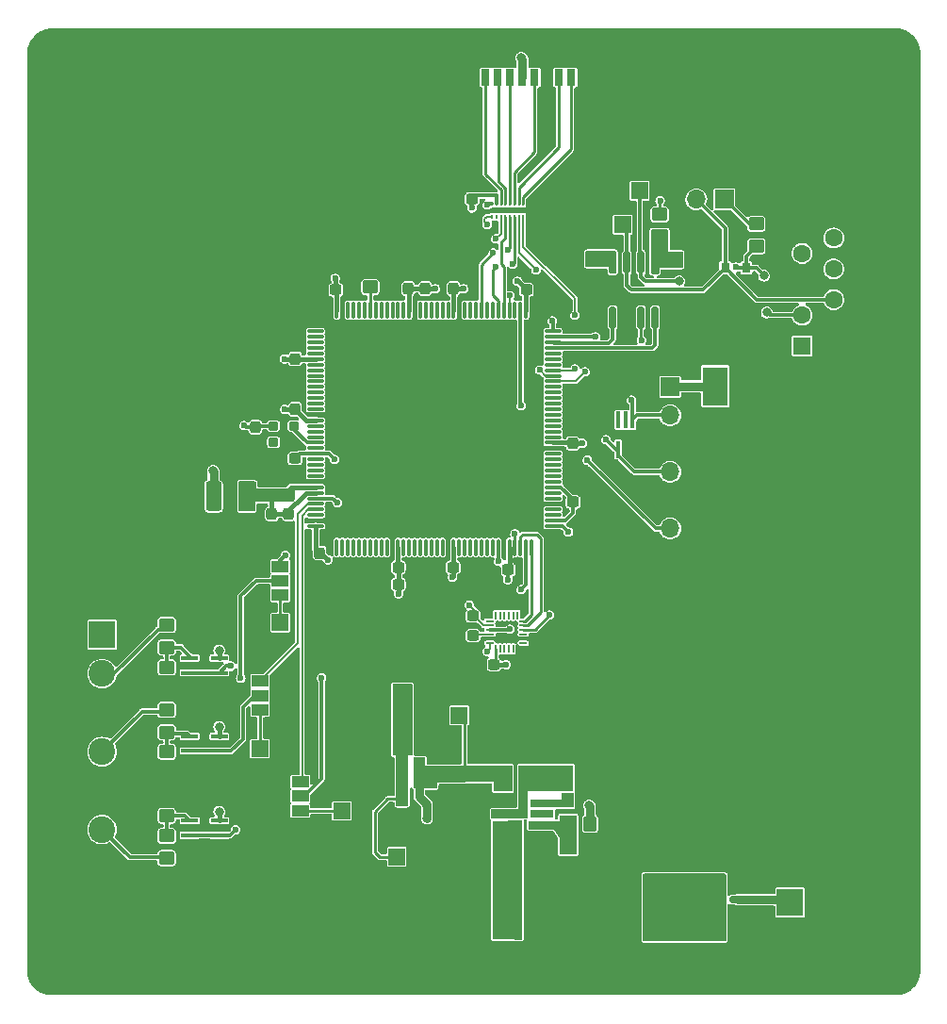
<source format=gtl>
G04 #@! TF.GenerationSoftware,KiCad,Pcbnew,(6.0.5)*
G04 #@! TF.CreationDate,2023-02-25T22:29:41-07:00*
G04 #@! TF.ProjectId,EVCU,45564355-2e6b-4696-9361-645f70636258,rev?*
G04 #@! TF.SameCoordinates,Original*
G04 #@! TF.FileFunction,Copper,L1,Top*
G04 #@! TF.FilePolarity,Positive*
%FSLAX46Y46*%
G04 Gerber Fmt 4.6, Leading zero omitted, Abs format (unit mm)*
G04 Created by KiCad (PCBNEW (6.0.5)) date 2023-02-25 22:29:41*
%MOMM*%
%LPD*%
G01*
G04 APERTURE LIST*
G04 Aperture macros list*
%AMRoundRect*
0 Rectangle with rounded corners*
0 $1 Rounding radius*
0 $2 $3 $4 $5 $6 $7 $8 $9 X,Y pos of 4 corners*
0 Add a 4 corners polygon primitive as box body*
4,1,4,$2,$3,$4,$5,$6,$7,$8,$9,$2,$3,0*
0 Add four circle primitives for the rounded corners*
1,1,$1+$1,$2,$3*
1,1,$1+$1,$4,$5*
1,1,$1+$1,$6,$7*
1,1,$1+$1,$8,$9*
0 Add four rect primitives between the rounded corners*
20,1,$1+$1,$2,$3,$4,$5,0*
20,1,$1+$1,$4,$5,$6,$7,0*
20,1,$1+$1,$6,$7,$8,$9,0*
20,1,$1+$1,$8,$9,$2,$3,0*%
%AMFreePoly0*
4,1,14,0.266715,0.088284,0.363284,-0.008285,0.375000,-0.036569,0.375000,-0.060000,0.363284,-0.088284,0.335000,-0.100000,-0.335000,-0.100000,-0.363284,-0.088284,-0.375000,-0.060000,-0.375000,0.060000,-0.363284,0.088284,-0.335000,0.100000,0.238431,0.100000,0.266715,0.088284,0.266715,0.088284,$1*%
%AMFreePoly1*
4,1,14,0.363284,0.088284,0.375000,0.060000,0.375000,0.036569,0.363284,0.008285,0.266715,-0.088284,0.238431,-0.100000,-0.335000,-0.100000,-0.363284,-0.088284,-0.375000,-0.060000,-0.375000,0.060000,-0.363284,0.088284,-0.335000,0.100000,0.335000,0.100000,0.363284,0.088284,0.363284,0.088284,$1*%
%AMFreePoly2*
4,1,14,0.088284,0.363284,0.100000,0.335000,0.100000,-0.335000,0.088284,-0.363284,0.060000,-0.375000,-0.060000,-0.375000,-0.088284,-0.363284,-0.100000,-0.335000,-0.100000,0.238431,-0.088284,0.266715,0.008285,0.363284,0.036569,0.375000,0.060000,0.375000,0.088284,0.363284,0.088284,0.363284,$1*%
%AMFreePoly3*
4,1,14,-0.008285,0.363284,0.088284,0.266715,0.100000,0.238431,0.100000,-0.335000,0.088284,-0.363284,0.060000,-0.375000,-0.060000,-0.375000,-0.088284,-0.363284,-0.100000,-0.335000,-0.100000,0.335000,-0.088284,0.363284,-0.060000,0.375000,-0.036569,0.375000,-0.008285,0.363284,-0.008285,0.363284,$1*%
%AMFreePoly4*
4,1,14,0.363284,0.088284,0.375000,0.060000,0.375000,-0.060000,0.363284,-0.088284,0.335000,-0.100000,-0.238431,-0.100000,-0.266715,-0.088284,-0.363284,0.008285,-0.375000,0.036569,-0.375000,0.060000,-0.363284,0.088284,-0.335000,0.100000,0.335000,0.100000,0.363284,0.088284,0.363284,0.088284,$1*%
%AMFreePoly5*
4,1,14,0.363284,0.088284,0.375000,0.060000,0.375000,-0.060000,0.363284,-0.088284,0.335000,-0.100000,-0.335000,-0.100000,-0.363284,-0.088284,-0.375000,-0.060000,-0.375000,-0.036569,-0.363284,-0.008285,-0.266715,0.088284,-0.238431,0.100000,0.335000,0.100000,0.363284,0.088284,0.363284,0.088284,$1*%
%AMFreePoly6*
4,1,14,0.088284,0.363284,0.100000,0.335000,0.100000,-0.238431,0.088284,-0.266715,-0.008285,-0.363284,-0.036569,-0.375000,-0.060000,-0.375000,-0.088284,-0.363284,-0.100000,-0.335000,-0.100000,0.335000,-0.088284,0.363284,-0.060000,0.375000,0.060000,0.375000,0.088284,0.363284,0.088284,0.363284,$1*%
%AMFreePoly7*
4,1,14,0.088284,0.363284,0.100000,0.335000,0.100000,-0.335000,0.088284,-0.363284,0.060000,-0.375000,0.036569,-0.375000,0.008285,-0.363284,-0.088284,-0.266715,-0.100000,-0.238431,-0.100000,0.335000,-0.088284,0.363284,-0.060000,0.375000,0.060000,0.375000,0.088284,0.363284,0.088284,0.363284,$1*%
%AMFreePoly8*
4,1,9,5.362500,-0.866500,1.237500,-0.866500,1.237500,-0.450000,-1.237500,-0.450000,-1.237500,0.450000,1.237500,0.450000,1.237500,0.866500,5.362500,0.866500,5.362500,-0.866500,5.362500,-0.866500,$1*%
G04 Aperture macros list end*
G04 #@! TA.AperFunction,SMDPad,CuDef*
%ADD10R,1.500000X1.500000*%
G04 #@! TD*
G04 #@! TA.AperFunction,SMDPad,CuDef*
%ADD11RoundRect,0.237500X0.237500X-0.300000X0.237500X0.300000X-0.237500X0.300000X-0.237500X-0.300000X0*%
G04 #@! TD*
G04 #@! TA.AperFunction,SMDPad,CuDef*
%ADD12R,0.400000X1.500000*%
G04 #@! TD*
G04 #@! TA.AperFunction,SMDPad,CuDef*
%ADD13R,1.500000X1.000000*%
G04 #@! TD*
G04 #@! TA.AperFunction,SMDPad,CuDef*
%ADD14FreePoly0,270.000000*%
G04 #@! TD*
G04 #@! TA.AperFunction,SMDPad,CuDef*
%ADD15RoundRect,0.050000X-0.050000X0.325000X-0.050000X-0.325000X0.050000X-0.325000X0.050000X0.325000X0*%
G04 #@! TD*
G04 #@! TA.AperFunction,SMDPad,CuDef*
%ADD16FreePoly1,270.000000*%
G04 #@! TD*
G04 #@! TA.AperFunction,SMDPad,CuDef*
%ADD17FreePoly2,270.000000*%
G04 #@! TD*
G04 #@! TA.AperFunction,SMDPad,CuDef*
%ADD18RoundRect,0.050000X-0.325000X0.050000X-0.325000X-0.050000X0.325000X-0.050000X0.325000X0.050000X0*%
G04 #@! TD*
G04 #@! TA.AperFunction,SMDPad,CuDef*
%ADD19FreePoly3,270.000000*%
G04 #@! TD*
G04 #@! TA.AperFunction,SMDPad,CuDef*
%ADD20FreePoly4,270.000000*%
G04 #@! TD*
G04 #@! TA.AperFunction,SMDPad,CuDef*
%ADD21FreePoly5,270.000000*%
G04 #@! TD*
G04 #@! TA.AperFunction,SMDPad,CuDef*
%ADD22FreePoly6,270.000000*%
G04 #@! TD*
G04 #@! TA.AperFunction,SMDPad,CuDef*
%ADD23FreePoly7,270.000000*%
G04 #@! TD*
G04 #@! TA.AperFunction,SMDPad,CuDef*
%ADD24RoundRect,0.250001X0.462499X0.849999X-0.462499X0.849999X-0.462499X-0.849999X0.462499X-0.849999X0*%
G04 #@! TD*
G04 #@! TA.AperFunction,SMDPad,CuDef*
%ADD25RoundRect,0.237500X0.300000X0.237500X-0.300000X0.237500X-0.300000X-0.237500X0.300000X-0.237500X0*%
G04 #@! TD*
G04 #@! TA.AperFunction,SMDPad,CuDef*
%ADD26R,0.900000X2.300000*%
G04 #@! TD*
G04 #@! TA.AperFunction,SMDPad,CuDef*
%ADD27FreePoly8,90.000000*%
G04 #@! TD*
G04 #@! TA.AperFunction,ComponentPad*
%ADD28C,3.800000*%
G04 #@! TD*
G04 #@! TA.AperFunction,SMDPad,CuDef*
%ADD29RoundRect,0.237500X-0.237500X0.300000X-0.237500X-0.300000X0.237500X-0.300000X0.237500X0.300000X0*%
G04 #@! TD*
G04 #@! TA.AperFunction,SMDPad,CuDef*
%ADD30RoundRect,0.250001X-0.462499X-1.074999X0.462499X-1.074999X0.462499X1.074999X-0.462499X1.074999X0*%
G04 #@! TD*
G04 #@! TA.AperFunction,SMDPad,CuDef*
%ADD31RoundRect,0.250000X-0.450000X0.350000X-0.450000X-0.350000X0.450000X-0.350000X0.450000X0.350000X0*%
G04 #@! TD*
G04 #@! TA.AperFunction,SMDPad,CuDef*
%ADD32R,1.500000X0.400000*%
G04 #@! TD*
G04 #@! TA.AperFunction,SMDPad,CuDef*
%ADD33RoundRect,0.250000X0.350000X0.450000X-0.350000X0.450000X-0.350000X-0.450000X0.350000X-0.450000X0*%
G04 #@! TD*
G04 #@! TA.AperFunction,SMDPad,CuDef*
%ADD34RoundRect,0.250000X0.412500X0.650000X-0.412500X0.650000X-0.412500X-0.650000X0.412500X-0.650000X0*%
G04 #@! TD*
G04 #@! TA.AperFunction,SMDPad,CuDef*
%ADD35R,2.000000X0.650000*%
G04 #@! TD*
G04 #@! TA.AperFunction,SMDPad,CuDef*
%ADD36RoundRect,0.250000X-0.350000X-0.450000X0.350000X-0.450000X0.350000X0.450000X-0.350000X0.450000X0*%
G04 #@! TD*
G04 #@! TA.AperFunction,ComponentPad*
%ADD37R,2.400000X2.400000*%
G04 #@! TD*
G04 #@! TA.AperFunction,ComponentPad*
%ADD38C,2.400000*%
G04 #@! TD*
G04 #@! TA.AperFunction,ComponentPad*
%ADD39C,2.235200*%
G04 #@! TD*
G04 #@! TA.AperFunction,SMDPad,CuDef*
%ADD40RoundRect,0.075000X-0.662500X-0.075000X0.662500X-0.075000X0.662500X0.075000X-0.662500X0.075000X0*%
G04 #@! TD*
G04 #@! TA.AperFunction,SMDPad,CuDef*
%ADD41RoundRect,0.075000X-0.075000X-0.662500X0.075000X-0.662500X0.075000X0.662500X-0.075000X0.662500X0*%
G04 #@! TD*
G04 #@! TA.AperFunction,SMDPad,CuDef*
%ADD42RoundRect,0.237500X-0.300000X-0.237500X0.300000X-0.237500X0.300000X0.237500X-0.300000X0.237500X0*%
G04 #@! TD*
G04 #@! TA.AperFunction,ComponentPad*
%ADD43R,1.700000X1.700000*%
G04 #@! TD*
G04 #@! TA.AperFunction,ComponentPad*
%ADD44O,1.700000X1.700000*%
G04 #@! TD*
G04 #@! TA.AperFunction,SMDPad,CuDef*
%ADD45RoundRect,0.150000X0.587500X0.150000X-0.587500X0.150000X-0.587500X-0.150000X0.587500X-0.150000X0*%
G04 #@! TD*
G04 #@! TA.AperFunction,SMDPad,CuDef*
%ADD46R,2.300000X3.500000*%
G04 #@! TD*
G04 #@! TA.AperFunction,SMDPad,CuDef*
%ADD47RoundRect,0.150000X0.150000X-0.825000X0.150000X0.825000X-0.150000X0.825000X-0.150000X-0.825000X0*%
G04 #@! TD*
G04 #@! TA.AperFunction,SMDPad,CuDef*
%ADD48R,0.800000X1.500000*%
G04 #@! TD*
G04 #@! TA.AperFunction,SMDPad,CuDef*
%ADD49R,1.450000X2.000000*%
G04 #@! TD*
G04 #@! TA.AperFunction,SMDPad,CuDef*
%ADD50RoundRect,0.250000X0.450000X-0.350000X0.450000X0.350000X-0.450000X0.350000X-0.450000X-0.350000X0*%
G04 #@! TD*
G04 #@! TA.AperFunction,ComponentPad*
%ADD51C,4.000000*%
G04 #@! TD*
G04 #@! TA.AperFunction,ComponentPad*
%ADD52R,1.600000X1.600000*%
G04 #@! TD*
G04 #@! TA.AperFunction,ComponentPad*
%ADD53C,1.600000*%
G04 #@! TD*
G04 #@! TA.AperFunction,SMDPad,CuDef*
%ADD54RoundRect,0.200000X0.250000X-0.200000X0.250000X0.200000X-0.250000X0.200000X-0.250000X-0.200000X0*%
G04 #@! TD*
G04 #@! TA.AperFunction,SMDPad,CuDef*
%ADD55R,0.800000X0.900000*%
G04 #@! TD*
G04 #@! TA.AperFunction,SMDPad,CuDef*
%ADD56R,0.200000X0.450000*%
G04 #@! TD*
G04 #@! TA.AperFunction,SMDPad,CuDef*
%ADD57R,2.800000X0.300000*%
G04 #@! TD*
G04 #@! TA.AperFunction,ViaPad*
%ADD58C,0.800000*%
G04 #@! TD*
G04 #@! TA.AperFunction,ViaPad*
%ADD59C,0.600000*%
G04 #@! TD*
G04 #@! TA.AperFunction,Conductor*
%ADD60C,0.400000*%
G04 #@! TD*
G04 #@! TA.AperFunction,Conductor*
%ADD61C,0.250000*%
G04 #@! TD*
G04 #@! TA.AperFunction,Conductor*
%ADD62C,0.800000*%
G04 #@! TD*
G04 #@! TA.AperFunction,Conductor*
%ADD63C,0.300000*%
G04 #@! TD*
G04 #@! TA.AperFunction,Conductor*
%ADD64C,0.200000*%
G04 #@! TD*
G04 APERTURE END LIST*
D10*
X136579531Y-57293200D03*
X135055531Y-60341200D03*
D11*
X130105200Y-111915100D03*
X130105200Y-110190100D03*
D12*
X135955800Y-77867200D03*
X135305800Y-77867200D03*
X134655800Y-77867200D03*
X134655800Y-80527200D03*
X135955800Y-80527200D03*
D13*
X104292400Y-91003600D03*
X104292400Y-92303600D03*
X104292400Y-93603600D03*
D11*
X119846400Y-66080500D03*
X119846400Y-64355500D03*
D14*
X125621600Y-95417200D03*
D15*
X125221600Y-95417200D03*
X124821600Y-95417200D03*
X124421600Y-95417200D03*
X124021600Y-95417200D03*
D16*
X123621600Y-95417200D03*
D17*
X123121600Y-95917200D03*
D18*
X123121600Y-96317200D03*
X123121600Y-96717200D03*
X123121600Y-97117200D03*
X123121600Y-97517200D03*
D19*
X123121600Y-97917200D03*
D20*
X123621600Y-98417200D03*
D15*
X124021600Y-98417200D03*
X124421600Y-98417200D03*
X124821600Y-98417200D03*
X125221600Y-98417200D03*
D21*
X125621600Y-98417200D03*
D22*
X126121600Y-97917200D03*
D18*
X126121600Y-97517200D03*
X126121600Y-97117200D03*
X126121600Y-96717200D03*
X126121600Y-96317200D03*
D23*
X126121600Y-95917200D03*
D24*
X126695700Y-110036600D03*
X124370700Y-110036600D03*
D25*
X123502900Y-99838200D03*
X121777900Y-99838200D03*
D26*
X113765200Y-109312600D03*
D27*
X115265200Y-109225100D03*
D26*
X116765200Y-109312600D03*
D10*
X109820200Y-112979200D03*
D28*
X83820000Y-45466000D03*
D29*
X115243008Y-111910156D03*
X115243008Y-113635156D03*
D28*
X159512000Y-45466000D03*
D30*
X98292900Y-84725200D03*
X101267900Y-84725200D03*
D11*
X130556000Y-79983500D03*
X130556000Y-78258500D03*
D25*
X109278900Y-66183200D03*
X107553900Y-66183200D03*
D31*
X94081600Y-107661200D03*
X94081600Y-109661200D03*
D32*
X96155200Y-99273600D03*
X96155200Y-99923600D03*
X96155200Y-100573600D03*
X98815200Y-100573600D03*
X98815200Y-99273600D03*
D11*
X117306400Y-66080500D03*
X117306400Y-64355500D03*
D33*
X132121200Y-114117856D03*
X130121200Y-114117856D03*
D13*
X102479600Y-101316000D03*
X102479600Y-102616000D03*
X102479600Y-103916000D03*
D34*
X124555700Y-116386600D03*
X121430700Y-116386600D03*
D31*
X94081600Y-103902000D03*
X94081600Y-105902000D03*
D33*
X132321731Y-63414600D03*
X130321731Y-63414600D03*
D35*
X124409200Y-112308600D03*
X124409200Y-113258600D03*
X124409200Y-114208600D03*
X127829200Y-114208600D03*
X127829200Y-113258600D03*
X127829200Y-112308600D03*
D31*
X94081600Y-96282000D03*
X94081600Y-98282000D03*
D25*
X124772900Y-91329200D03*
X123047900Y-91329200D03*
D10*
X104292400Y-96053400D03*
D36*
X139846731Y-63465400D03*
X141846731Y-63465400D03*
D32*
X96155200Y-106284000D03*
X96155200Y-106934000D03*
X96155200Y-107584000D03*
X98815200Y-107584000D03*
X98815200Y-106284000D03*
D25*
X114892300Y-91100600D03*
X113167300Y-91100600D03*
D13*
X106086400Y-110358400D03*
X106086400Y-111658400D03*
X106086400Y-112958400D03*
D37*
X150091200Y-121194600D03*
D38*
X153591200Y-121194600D03*
D10*
X114757200Y-117094000D03*
D25*
X114892300Y-92633800D03*
X113167300Y-92633800D03*
X119819900Y-91108700D03*
X118094900Y-91108700D03*
D39*
X138153808Y-123288256D03*
X138153808Y-119986256D03*
X124691808Y-123288256D03*
X124691808Y-119986256D03*
D40*
X107456700Y-69904600D03*
X107456700Y-70404600D03*
X107456700Y-70904600D03*
X107456700Y-71404600D03*
X107456700Y-71904600D03*
X107456700Y-72404600D03*
X107456700Y-72904600D03*
X107456700Y-73404600D03*
X107456700Y-73904600D03*
X107456700Y-74404600D03*
X107456700Y-74904600D03*
X107456700Y-75404600D03*
X107456700Y-75904600D03*
X107456700Y-76404600D03*
X107456700Y-76904600D03*
X107456700Y-77404600D03*
X107456700Y-77904600D03*
X107456700Y-78404600D03*
X107456700Y-78904600D03*
X107456700Y-79404600D03*
X107456700Y-79904600D03*
X107456700Y-80404600D03*
X107456700Y-80904600D03*
X107456700Y-81404600D03*
X107456700Y-81904600D03*
X107456700Y-82404600D03*
X107456700Y-82904600D03*
X107456700Y-83404600D03*
X107456700Y-83904600D03*
X107456700Y-84404600D03*
X107456700Y-84904600D03*
X107456700Y-85404600D03*
X107456700Y-85904600D03*
X107456700Y-86404600D03*
X107456700Y-86904600D03*
X107456700Y-87404600D03*
D41*
X109369200Y-89317100D03*
X109869200Y-89317100D03*
X110369200Y-89317100D03*
X110869200Y-89317100D03*
X111369200Y-89317100D03*
X111869200Y-89317100D03*
X112369200Y-89317100D03*
X112869200Y-89317100D03*
X113369200Y-89317100D03*
X113869200Y-89317100D03*
X114369200Y-89317100D03*
X114869200Y-89317100D03*
X115369200Y-89317100D03*
X115869200Y-89317100D03*
X116369200Y-89317100D03*
X116869200Y-89317100D03*
X117369200Y-89317100D03*
X117869200Y-89317100D03*
X118369200Y-89317100D03*
X118869200Y-89317100D03*
X119369200Y-89317100D03*
X119869200Y-89317100D03*
X120369200Y-89317100D03*
X120869200Y-89317100D03*
X121369200Y-89317100D03*
X121869200Y-89317100D03*
X122369200Y-89317100D03*
X122869200Y-89317100D03*
X123369200Y-89317100D03*
X123869200Y-89317100D03*
X124369200Y-89317100D03*
X124869200Y-89317100D03*
X125369200Y-89317100D03*
X125869200Y-89317100D03*
X126369200Y-89317100D03*
X126869200Y-89317100D03*
D40*
X128781700Y-87404600D03*
X128781700Y-86904600D03*
X128781700Y-86404600D03*
X128781700Y-85904600D03*
X128781700Y-85404600D03*
X128781700Y-84904600D03*
X128781700Y-84404600D03*
X128781700Y-83904600D03*
X128781700Y-83404600D03*
X128781700Y-82904600D03*
X128781700Y-82404600D03*
X128781700Y-81904600D03*
X128781700Y-81404600D03*
X128781700Y-80904600D03*
X128781700Y-80404600D03*
X128781700Y-79904600D03*
X128781700Y-79404600D03*
X128781700Y-78904600D03*
X128781700Y-78404600D03*
X128781700Y-77904600D03*
X128781700Y-77404600D03*
X128781700Y-76904600D03*
X128781700Y-76404600D03*
X128781700Y-75904600D03*
X128781700Y-75404600D03*
X128781700Y-74904600D03*
X128781700Y-74404600D03*
X128781700Y-73904600D03*
X128781700Y-73404600D03*
X128781700Y-72904600D03*
X128781700Y-72404600D03*
X128781700Y-71904600D03*
X128781700Y-71404600D03*
X128781700Y-70904600D03*
X128781700Y-70404600D03*
X128781700Y-69904600D03*
D41*
X126869200Y-67992100D03*
X126369200Y-67992100D03*
X125869200Y-67992100D03*
X125369200Y-67992100D03*
X124869200Y-67992100D03*
X124369200Y-67992100D03*
X123869200Y-67992100D03*
X123369200Y-67992100D03*
X122869200Y-67992100D03*
X122369200Y-67992100D03*
X121869200Y-67992100D03*
X121369200Y-67992100D03*
X120869200Y-67992100D03*
X120369200Y-67992100D03*
X119869200Y-67992100D03*
X119369200Y-67992100D03*
X118869200Y-67992100D03*
X118369200Y-67992100D03*
X117869200Y-67992100D03*
X117369200Y-67992100D03*
X116869200Y-67992100D03*
X116369200Y-67992100D03*
X115869200Y-67992100D03*
X115369200Y-67992100D03*
X114869200Y-67992100D03*
X114369200Y-67992100D03*
X113869200Y-67992100D03*
X113369200Y-67992100D03*
X112869200Y-67992100D03*
X112369200Y-67992100D03*
X111869200Y-67992100D03*
X111369200Y-67992100D03*
X110869200Y-67992100D03*
X110369200Y-67992100D03*
X109869200Y-67992100D03*
X109369200Y-67992100D03*
D11*
X115782400Y-66080500D03*
X115782400Y-64355500D03*
D42*
X130607900Y-85242400D03*
X132332900Y-85242400D03*
D43*
X144204531Y-58055200D03*
D44*
X141664531Y-58055200D03*
D45*
X145412700Y-122844600D03*
X145412700Y-120944600D03*
X143537700Y-121894600D03*
D25*
X121614100Y-95469400D03*
X119889100Y-95469400D03*
D43*
X139319000Y-74904600D03*
D44*
X139319000Y-77444600D03*
X139319000Y-79984600D03*
X139319000Y-82524600D03*
X139319000Y-85064600D03*
X139319000Y-87604600D03*
D31*
X94081600Y-100092000D03*
X94081600Y-102092000D03*
D32*
X96155200Y-113853200D03*
X96155200Y-114503200D03*
X96155200Y-115153200D03*
X98815200Y-115153200D03*
X98815200Y-113853200D03*
D31*
X147066000Y-60264800D03*
X147066000Y-62264800D03*
D28*
X159512000Y-127254000D03*
D42*
X119787500Y-58013600D03*
X121512500Y-58013600D03*
D29*
X119176800Y-109674956D03*
X119176800Y-111399956D03*
X120700800Y-109678300D03*
X120700800Y-111403300D03*
D37*
X88279200Y-97142600D03*
D38*
X88279200Y-100642600D03*
X88279200Y-104142600D03*
X88279200Y-107642600D03*
X88279200Y-111142600D03*
X88279200Y-114642600D03*
D10*
X102454200Y-107391200D03*
D46*
X143383000Y-74836000D03*
X143383000Y-69436000D03*
D29*
X105054400Y-86310300D03*
X105054400Y-88035300D03*
D11*
X105622400Y-76910100D03*
X105622400Y-75185100D03*
D10*
X120370600Y-104394000D03*
D25*
X105612100Y-81330800D03*
X103887100Y-81330800D03*
D11*
X105054400Y-84631700D03*
X105054400Y-82906700D03*
D47*
X134166531Y-68658200D03*
X135436531Y-68658200D03*
X136706531Y-68658200D03*
X137976531Y-68658200D03*
X137976531Y-63708200D03*
X136706531Y-63708200D03*
X135436531Y-63708200D03*
X134166531Y-63708200D03*
D48*
X122742400Y-47107200D03*
X123842400Y-47107200D03*
X124942400Y-47107200D03*
X126042400Y-47107200D03*
X127142400Y-47107200D03*
X128242400Y-47107200D03*
X129342400Y-47107200D03*
X130442400Y-47107200D03*
D49*
X132817400Y-44507200D03*
X119067400Y-44507200D03*
X119067400Y-52807200D03*
X132817400Y-52807200D03*
D25*
X121614100Y-97231200D03*
X119889100Y-97231200D03*
D11*
X105622400Y-72379700D03*
X105622400Y-70654700D03*
D50*
X94081600Y-117205000D03*
X94081600Y-115205000D03*
X112378800Y-65938600D03*
X112378800Y-63938600D03*
D29*
X103530400Y-86310300D03*
X103530400Y-88035300D03*
X107823000Y-89815500D03*
X107823000Y-91540500D03*
D51*
X152594869Y-78185200D03*
X152594869Y-53185200D03*
D52*
X151174869Y-71225200D03*
D53*
X151174869Y-68455200D03*
X151174869Y-65685200D03*
X151174869Y-62915200D03*
X151174869Y-60145200D03*
X154014869Y-69840200D03*
X154014869Y-67070200D03*
X154014869Y-64300200D03*
X154014869Y-61530200D03*
D11*
X103530400Y-84631700D03*
X103530400Y-82906700D03*
D54*
X103681400Y-79862200D03*
X105531400Y-79862200D03*
X105531400Y-78412200D03*
X103681400Y-78412200D03*
D55*
X146165531Y-64221200D03*
X144265531Y-64221200D03*
X145215531Y-66621200D03*
D29*
X102057200Y-78528700D03*
X102057200Y-80253700D03*
D36*
X130143408Y-116128800D03*
X132143408Y-116128800D03*
D56*
X123322400Y-59616200D03*
X123722400Y-59616200D03*
X124122400Y-59616200D03*
X124522400Y-59616200D03*
X124922400Y-59616200D03*
X125322400Y-59616200D03*
X125722400Y-59616200D03*
X126122400Y-59616200D03*
X126122400Y-58465200D03*
X125722400Y-58465200D03*
X125322400Y-58465200D03*
X124922400Y-58465200D03*
X124522400Y-58465200D03*
X124122400Y-58465200D03*
X123722400Y-58465200D03*
X123322400Y-58465200D03*
D57*
X124722400Y-59041200D03*
D50*
X94081600Y-113420400D03*
X94081600Y-111420400D03*
D42*
X126391500Y-66167000D03*
X128116500Y-66167000D03*
D29*
X122231200Y-109682100D03*
X122231200Y-111407100D03*
D28*
X83820000Y-127254000D03*
D31*
X138382931Y-59417400D03*
X138382931Y-61417400D03*
D58*
X98256400Y-82439200D03*
D59*
X119761000Y-91981500D03*
X136740431Y-70694200D03*
D58*
X115265200Y-103282600D03*
D59*
X101041200Y-78375200D03*
X131419600Y-79959200D03*
X124570800Y-99838200D03*
X104648000Y-72390000D03*
D58*
X125942400Y-45355200D03*
D59*
X121285000Y-94488000D03*
X120777000Y-66090800D03*
X121513600Y-58826400D03*
D58*
X115265200Y-102082600D03*
D59*
X104698800Y-76911200D03*
X122894400Y-58563200D03*
X124714000Y-92202000D03*
X114935000Y-93481200D03*
X125603000Y-65405000D03*
X118237000Y-66090800D03*
X130184200Y-87926700D03*
X109220000Y-65151000D03*
X138416831Y-58197400D03*
X128736400Y-68977200D03*
X108585000Y-90424000D03*
D58*
X98806000Y-113030000D03*
X117475000Y-113665000D03*
X117475000Y-112522000D03*
D59*
X122231200Y-109782600D03*
D58*
X116840000Y-111760000D03*
X98806000Y-98552000D03*
X132029200Y-112496600D03*
X98806000Y-105410000D03*
D59*
X127870000Y-113262400D03*
X124466400Y-114202200D03*
X131876800Y-81483200D03*
X109178400Y-81423200D03*
X109407000Y-85284000D03*
X104749600Y-90017600D03*
X132597200Y-70399600D03*
X135848400Y-76089200D03*
X125942400Y-76597200D03*
X133562400Y-79645200D03*
X100279200Y-114655600D03*
X100736400Y-101041200D03*
X108000800Y-101041200D03*
X99872800Y-99974400D03*
D58*
X147755531Y-64913200D03*
X148009531Y-68215200D03*
D59*
X145215531Y-64151200D03*
D58*
X140135531Y-65421200D03*
D59*
X122885200Y-98653600D03*
X123910400Y-90567200D03*
X128482400Y-95393200D03*
X125369200Y-88092400D03*
X124926400Y-96663200D03*
X125942400Y-93107200D03*
X131682800Y-73549200D03*
X122894400Y-60341200D03*
X127254000Y-64389000D03*
X127593400Y-73380213D03*
X130768400Y-68469200D03*
X130768400Y-73295200D03*
X124926400Y-66691200D03*
X123656400Y-61611200D03*
X123656400Y-64151200D03*
X125180400Y-63897200D03*
X123420900Y-62881200D03*
X124715900Y-62627200D03*
D60*
X114869200Y-89317100D02*
X114869200Y-91306100D01*
X131419600Y-79959200D02*
X131395300Y-79983500D01*
D61*
X115243008Y-111910156D02*
X113921244Y-111910156D01*
D62*
X126042400Y-45455200D02*
X125942400Y-45355200D01*
D60*
X120777000Y-66090800D02*
X120766700Y-66080500D01*
D61*
X123621600Y-98417200D02*
X123621600Y-99747100D01*
D63*
X102057200Y-78528700D02*
X101194700Y-78528700D01*
X103681400Y-78412200D02*
X102173700Y-78412200D01*
D61*
X113207800Y-117094000D02*
X114757200Y-117094000D01*
D60*
X104699900Y-76910100D02*
X104698800Y-76911200D01*
X128781700Y-79904600D02*
X130477100Y-79904600D01*
X131395300Y-79983500D02*
X130556000Y-79983500D01*
D64*
X122572700Y-96317200D02*
X121724900Y-95469400D01*
D60*
X130477100Y-79904600D02*
X130556000Y-79983500D01*
D63*
X128781700Y-69022500D02*
X128736400Y-68977200D01*
D60*
X114869200Y-91077500D02*
X114892300Y-91100600D01*
X105622400Y-72379700D02*
X104658300Y-72379700D01*
D62*
X139387600Y-74836000D02*
X139319000Y-74904600D01*
D64*
X121724900Y-95469400D02*
X121724900Y-94927900D01*
D60*
X125603000Y-65405000D02*
X125629500Y-65405000D01*
D63*
X123722400Y-57708800D02*
X121817300Y-57708800D01*
D60*
X107456700Y-89449200D02*
X107823000Y-89815500D01*
D63*
X121512500Y-58825300D02*
X121513600Y-58826400D01*
D60*
X107456700Y-87404600D02*
X107456700Y-89449200D01*
D63*
X121512500Y-58013600D02*
X121512500Y-58825300D01*
D60*
X104658300Y-72379700D02*
X104648000Y-72390000D01*
D62*
X98292900Y-82475700D02*
X98256400Y-82439200D01*
D60*
X105622400Y-76910100D02*
X104699900Y-76910100D01*
X114892300Y-92633800D02*
X114892300Y-93438500D01*
X109278900Y-65209900D02*
X109220000Y-65151000D01*
X126369200Y-67992100D02*
X126369200Y-66189300D01*
D61*
X138382931Y-58231300D02*
X138416831Y-58197400D01*
D60*
X106616900Y-77904600D02*
X105622400Y-76910100D01*
X119819900Y-91108700D02*
X119819900Y-91922600D01*
X117306400Y-66080500D02*
X118226700Y-66080500D01*
D63*
X122992400Y-58465200D02*
X122894400Y-58563200D01*
D60*
X123502900Y-99838200D02*
X124570800Y-99838200D01*
D61*
X136706531Y-68658200D02*
X136706531Y-70660300D01*
D62*
X98292900Y-84725200D02*
X98292900Y-82475700D01*
D60*
X119819900Y-91922600D02*
X119761000Y-91981500D01*
D63*
X124772900Y-92143100D02*
X124714000Y-92202000D01*
X128781700Y-69904600D02*
X128781700Y-69022500D01*
D61*
X138382931Y-59417400D02*
X138382931Y-58231300D01*
D60*
X107456700Y-72404600D02*
X105647300Y-72404600D01*
X124869200Y-91232900D02*
X124869200Y-89317100D01*
X107823000Y-89815500D02*
X107976500Y-89815500D01*
X107456700Y-77904600D02*
X106616900Y-77904600D01*
D64*
X123121600Y-96317200D02*
X122572700Y-96317200D01*
D63*
X124772900Y-91329200D02*
X124869200Y-91232900D01*
D64*
X121724900Y-94927900D02*
X121285000Y-94488000D01*
D63*
X123322400Y-58465200D02*
X122992400Y-58465200D01*
D60*
X114892300Y-93438500D02*
X114935000Y-93481200D01*
X115869200Y-66167300D02*
X115782400Y-66080500D01*
D63*
X128781700Y-87404600D02*
X129662100Y-87404600D01*
D61*
X112776000Y-116662200D02*
X113207800Y-117094000D01*
D60*
X109369200Y-66273500D02*
X109278900Y-66183200D01*
X107976500Y-89815500D02*
X108585000Y-90424000D01*
D61*
X136706531Y-70660300D02*
X136740431Y-70694200D01*
D60*
X109369200Y-67992100D02*
X109369200Y-66273500D01*
D61*
X113921244Y-111910156D02*
X112776000Y-113055400D01*
D60*
X114892300Y-90957400D02*
X114892300Y-92633800D01*
X105647300Y-72404600D02*
X105622400Y-72379700D01*
X119869200Y-67992100D02*
X119869200Y-66052500D01*
D63*
X123722400Y-58465200D02*
X123722400Y-57708800D01*
D60*
X125629500Y-65405000D02*
X126391500Y-66167000D01*
X109278900Y-66183200D02*
X109278900Y-65209900D01*
X115782400Y-66080500D02*
X117306400Y-66080500D01*
D63*
X129662100Y-87404600D02*
X130184200Y-87926700D01*
D60*
X115869200Y-67992100D02*
X115869200Y-66167300D01*
X126369200Y-66189300D02*
X126391500Y-66167000D01*
D62*
X126042400Y-47107200D02*
X126042400Y-45455200D01*
D61*
X112776000Y-113055400D02*
X112776000Y-116662200D01*
D62*
X143383000Y-74836000D02*
X139387600Y-74836000D01*
D60*
X118226700Y-66080500D02*
X118237000Y-66090800D01*
D63*
X101194700Y-78528700D02*
X101041200Y-78375200D01*
X121817300Y-57708800D02*
X121512500Y-58013600D01*
D60*
X120766700Y-66080500D02*
X119846400Y-66080500D01*
D63*
X124772900Y-91329200D02*
X124772900Y-92143100D01*
D60*
X119869200Y-89317100D02*
X119869200Y-91279900D01*
D63*
X102173700Y-78412200D02*
X102057200Y-78528700D01*
D64*
X125628400Y-98424000D02*
X125621600Y-98417200D01*
D63*
X105207900Y-82753200D02*
X105054400Y-82906700D01*
D61*
X120863208Y-109682100D02*
X120863208Y-104886608D01*
X120863208Y-104886608D02*
X120370600Y-104394000D01*
D62*
X117475000Y-112395000D02*
X116840000Y-111760000D01*
D60*
X98815200Y-98561200D02*
X98806000Y-98552000D01*
D62*
X117475000Y-112522000D02*
X117475000Y-113665000D01*
X117475000Y-112522000D02*
X117475000Y-112395000D01*
D60*
X98815200Y-106284000D02*
X98815200Y-105419200D01*
X98815200Y-113039200D02*
X98806000Y-113030000D01*
D62*
X132121200Y-112588600D02*
X132121200Y-114117856D01*
D60*
X98815200Y-105419200D02*
X98806000Y-105410000D01*
D62*
X132029200Y-112496600D02*
X132121200Y-112588600D01*
X116765200Y-111685200D02*
X116765200Y-109312600D01*
D60*
X98815200Y-113853200D02*
X98815200Y-113039200D01*
D62*
X116840000Y-111760000D02*
X116765200Y-111685200D01*
D60*
X98815200Y-99273600D02*
X98815200Y-98561200D01*
X106392680Y-84663285D02*
X106651365Y-84404600D01*
X105273500Y-83904600D02*
X105114400Y-84063700D01*
X106392680Y-84666120D02*
X106392680Y-84663285D01*
X106651365Y-84404600D02*
X107456700Y-84404600D01*
X105054400Y-86004400D02*
X106392680Y-84666120D01*
X105054400Y-86310300D02*
X105054400Y-86004400D01*
X103530400Y-86310300D02*
X105054400Y-86310300D01*
X103530400Y-84631700D02*
X103530400Y-86310300D01*
X107456700Y-83904600D02*
X105273500Y-83904600D01*
D63*
X128781700Y-86904600D02*
X129884400Y-86904600D01*
X129884400Y-86904600D02*
X130581400Y-86207600D01*
X130581400Y-86207600D02*
X130581400Y-84969676D01*
X129516324Y-83904600D02*
X128781700Y-83904600D01*
X130581400Y-84969676D02*
X129516324Y-83904600D01*
X137998200Y-87604600D02*
X131876800Y-81483200D01*
X108659800Y-80904600D02*
X109178400Y-81423200D01*
X105722900Y-81169200D02*
X105987500Y-80904600D01*
X105987500Y-80904600D02*
X107456700Y-80904600D01*
X139319000Y-87604600D02*
X137998200Y-87604600D01*
X131876800Y-81483200D02*
X131816800Y-81423200D01*
X107456700Y-80904600D02*
X108659800Y-80904600D01*
D64*
X121728100Y-97117200D02*
X121614100Y-97231200D01*
X123121600Y-97117200D02*
X121728100Y-97117200D01*
D63*
X104749600Y-90017600D02*
X104292400Y-90474800D01*
X104292400Y-90474800D02*
X104292400Y-91003600D01*
X107456700Y-84904600D02*
X109027600Y-84904600D01*
X109027600Y-84904600D02*
X109407000Y-85284000D01*
D64*
X105865920Y-88313687D02*
X105864360Y-88315248D01*
X106771800Y-85404600D02*
X105865920Y-86310480D01*
X107456700Y-85404600D02*
X106771800Y-85404600D01*
X105865920Y-86310480D02*
X105865920Y-88313687D01*
X105864360Y-88315248D02*
X105864360Y-97931240D01*
X105864360Y-97931240D02*
X102479600Y-101316000D01*
D63*
X132597200Y-70399600D02*
X131555800Y-70399600D01*
X135955800Y-77867200D02*
X135955800Y-76196600D01*
X135955800Y-76196600D02*
X135848400Y-76089200D01*
X131555800Y-70399600D02*
X131550800Y-70404600D01*
X136378400Y-77444600D02*
X135955800Y-77867200D01*
X131550800Y-70404600D02*
X128781700Y-70404600D01*
X139319000Y-77444600D02*
X136378400Y-77444600D01*
X134444400Y-80527200D02*
X133562400Y-79645200D01*
X125869200Y-67992100D02*
X125869200Y-76524000D01*
X125869200Y-76524000D02*
X125942400Y-76597200D01*
X134655800Y-80527200D02*
X134444400Y-80527200D01*
X134655800Y-81077200D02*
X134655800Y-80527200D01*
X136103200Y-82524600D02*
X134655800Y-81077200D01*
X139319000Y-82524600D02*
X136103200Y-82524600D01*
D61*
X124123920Y-57193142D02*
X124123920Y-58465200D01*
X122742400Y-47107200D02*
X122742400Y-55811622D01*
X122742400Y-55811622D02*
X124123920Y-57193142D01*
X124522400Y-58465200D02*
X124522400Y-57059142D01*
X123910400Y-56447142D02*
X123910400Y-47175200D01*
X123910400Y-47175200D02*
X123842400Y-47107200D01*
X124522400Y-57059142D02*
X123910400Y-56447142D01*
X124942400Y-58445200D02*
X124922400Y-58465200D01*
X124942400Y-47107200D02*
X124942400Y-58445200D01*
X127142400Y-53807200D02*
X127142400Y-47107200D01*
X125322400Y-55627200D02*
X127142400Y-53807200D01*
X125322400Y-58465200D02*
X125322400Y-55627200D01*
X125722400Y-58465200D02*
X125722400Y-57005200D01*
X129342400Y-53385200D02*
X129342400Y-47107200D01*
X125722400Y-57005200D02*
X129342400Y-53385200D01*
X126122400Y-58465200D02*
X126122400Y-57875200D01*
X126122400Y-57875200D02*
X130442400Y-53555200D01*
X130442400Y-53555200D02*
X130442400Y-47107200D01*
X112369200Y-65948200D02*
X112378800Y-65938600D01*
X112369200Y-67992100D02*
X112369200Y-65948200D01*
D63*
X94081600Y-115128800D02*
X94081600Y-113420400D01*
X94081600Y-113420400D02*
X95722400Y-113420400D01*
X95722400Y-113420400D02*
X96155200Y-113853200D01*
X95925600Y-106054400D02*
X96155200Y-106284000D01*
X94081600Y-106054400D02*
X95925600Y-106054400D01*
X94081600Y-106054400D02*
X94081600Y-107661200D01*
X99781600Y-115153200D02*
X100279200Y-114655600D01*
X100736400Y-101041200D02*
X100736400Y-93692000D01*
X96155200Y-115153200D02*
X98815200Y-115153200D01*
X98815200Y-115153200D02*
X99781600Y-115153200D01*
X102124800Y-92303600D02*
X104292400Y-92303600D01*
X100736400Y-93692000D02*
X102124800Y-92303600D01*
X96155200Y-107584000D02*
X98815200Y-107584000D01*
X100939600Y-106527600D02*
X100939600Y-103652978D01*
X100939600Y-103652978D02*
X101976578Y-102616000D01*
X101976578Y-102616000D02*
X102479600Y-102616000D01*
X99883200Y-107584000D02*
X100939600Y-106527600D01*
X98815200Y-107584000D02*
X99883200Y-107584000D01*
X90765400Y-117128800D02*
X88279200Y-114642600D01*
X94081600Y-117128800D02*
X90765400Y-117128800D01*
X91867400Y-104054400D02*
X94081600Y-104054400D01*
X88279200Y-107642600D02*
X91867400Y-104054400D01*
X106086400Y-111658400D02*
X106476800Y-111658400D01*
X96155200Y-100573600D02*
X98815200Y-100573600D01*
X108000800Y-110134400D02*
X108000800Y-101041200D01*
X99872800Y-99974400D02*
X99414400Y-99974400D01*
X106476800Y-111658400D02*
X108000800Y-110134400D01*
X99414400Y-99974400D02*
X98815200Y-100573600D01*
X136706531Y-63708200D02*
X136579531Y-63581200D01*
X147755531Y-64913200D02*
X147063531Y-64221200D01*
X146165531Y-64221200D02*
X146165531Y-63165269D01*
X136579531Y-63581200D02*
X136579531Y-57293200D01*
X140135531Y-65421200D02*
X137087531Y-65421200D01*
X146165531Y-64221200D02*
X145285531Y-64221200D01*
X148249531Y-68455200D02*
X151174869Y-68455200D01*
X145285531Y-64221200D02*
X145215531Y-64151200D01*
X147063531Y-64221200D02*
X146165531Y-64221200D01*
X148009531Y-68215200D02*
X148249531Y-68455200D01*
X137087531Y-65421200D02*
X136706531Y-65040200D01*
X146165531Y-63165269D02*
X147066000Y-62264800D01*
X136706531Y-65040200D02*
X136706531Y-63708200D01*
X106697701Y-79904600D02*
X105531400Y-78738299D01*
X107456700Y-79904600D02*
X106697701Y-79904600D01*
X105531400Y-78738299D02*
X105531400Y-78412200D01*
D64*
X123121600Y-98417200D02*
X123121600Y-97917200D01*
D63*
X123869200Y-90526000D02*
X123910400Y-90567200D01*
D64*
X122885200Y-98653600D02*
X123121600Y-98417200D01*
D63*
X123869200Y-89317100D02*
X123869200Y-90526000D01*
D61*
X127158400Y-96717200D02*
X128482400Y-95393200D01*
X125369200Y-88092400D02*
X125369200Y-89317100D01*
X126121600Y-96717200D02*
X127158400Y-96717200D01*
X126073880Y-88149720D02*
X125869200Y-88354400D01*
X127720400Y-88535200D02*
X127334920Y-88149720D01*
X126121600Y-96317200D02*
X126528871Y-96317200D01*
X125869200Y-88354400D02*
X125869200Y-89317100D01*
X126528871Y-96317200D02*
X127720400Y-95125671D01*
X127334920Y-88149720D02*
X126073880Y-88149720D01*
X127720400Y-95125671D02*
X127720400Y-88535200D01*
D63*
X126369200Y-92680400D02*
X126369200Y-89317100D01*
X123121600Y-96717200D02*
X124872400Y-96717200D01*
X124872400Y-96717200D02*
X124926400Y-96663200D01*
X125942400Y-93107200D02*
X126369200Y-92680400D01*
D61*
X126869200Y-95330000D02*
X126869200Y-89317100D01*
X126282000Y-95917200D02*
X126869200Y-95330000D01*
X126121600Y-95917200D02*
X126282000Y-95917200D01*
D64*
X122894400Y-60341200D02*
X122640400Y-60087200D01*
X122640400Y-60087200D02*
X122640400Y-59833200D01*
X122640400Y-59833200D02*
X122857400Y-59616200D01*
X130827400Y-74404600D02*
X131682800Y-73549200D01*
X122857400Y-59616200D02*
X123322400Y-59616200D01*
X128781700Y-74404600D02*
X130827400Y-74404600D01*
X128781700Y-73904600D02*
X128117787Y-73904600D01*
X125722400Y-62857400D02*
X125722400Y-59616200D01*
X127254000Y-64389000D02*
X125722400Y-62857400D01*
X128117787Y-73904600D02*
X127593400Y-73380213D01*
X130768400Y-66945200D02*
X126122400Y-62299200D01*
X130659000Y-73404600D02*
X128781700Y-73404600D01*
X126122400Y-62299200D02*
X126122400Y-59616200D01*
X130768400Y-68469200D02*
X130768400Y-66945200D01*
X130768400Y-73295200D02*
X130659000Y-73404600D01*
D63*
X137708131Y-71404600D02*
X137976531Y-71136200D01*
X137976531Y-71136200D02*
X137976531Y-68658200D01*
X128781700Y-71404600D02*
X137708131Y-71404600D01*
X134166531Y-70628200D02*
X134166531Y-68658200D01*
X133818620Y-70976111D02*
X134166531Y-70628200D01*
X128781700Y-70904600D02*
X128853211Y-70976111D01*
X128853211Y-70976111D02*
X133818620Y-70976111D01*
X93303600Y-96688400D02*
X94081600Y-96688400D01*
X89349400Y-100642600D02*
X93303600Y-96688400D01*
X88279200Y-100642600D02*
X89349400Y-100642600D01*
D64*
X124869200Y-66748400D02*
X124926400Y-66691200D01*
X124869200Y-67992100D02*
X124869200Y-66748400D01*
X124122400Y-61145200D02*
X124122400Y-59616200D01*
X123656400Y-61611200D02*
X124122400Y-61145200D01*
D61*
X124522400Y-59616200D02*
X124522400Y-61525155D01*
X124164400Y-61883155D02*
X124164400Y-63879245D01*
X124522400Y-61525155D02*
X124164400Y-61883155D01*
X124369200Y-64084045D02*
X124369200Y-67992100D01*
X124164400Y-63879245D02*
X124369200Y-64084045D01*
X123402400Y-64405200D02*
X123402400Y-66691200D01*
X123402400Y-66691200D02*
X123869200Y-67158000D01*
X125322400Y-63755200D02*
X125322400Y-59616200D01*
X125180400Y-63897200D02*
X125322400Y-63755200D01*
X123656400Y-64151200D02*
X123402400Y-64405200D01*
X123869200Y-67158000D02*
X123869200Y-67992100D01*
X124922400Y-62420700D02*
X124715900Y-62627200D01*
X122369200Y-63932900D02*
X122369200Y-67992100D01*
X124922400Y-59616200D02*
X124922400Y-62420700D01*
X123420900Y-62881200D02*
X122369200Y-63932900D01*
D63*
X147114531Y-67070200D02*
X144265531Y-64221200D01*
X144265531Y-64221200D02*
X144265531Y-60656200D01*
X142303531Y-66183200D02*
X135817531Y-66183200D01*
X135436531Y-63708200D02*
X135436531Y-60468200D01*
X135817531Y-66183200D02*
X135436531Y-65802200D01*
X135436531Y-65802200D02*
X135436531Y-63708200D01*
X147114531Y-67070200D02*
X154014869Y-67070200D01*
X144265531Y-60656200D02*
X141664531Y-58055200D01*
X135309531Y-60341200D02*
X135055531Y-60341200D01*
X135436531Y-60468200D02*
X135309531Y-60341200D01*
X144265531Y-64221200D02*
X142303531Y-66183200D01*
X147066000Y-60264800D02*
X146414131Y-60264800D01*
X146414131Y-60264800D02*
X144204531Y-58055200D01*
D61*
X104292400Y-93197200D02*
X104292400Y-95441500D01*
X102479600Y-103916000D02*
X102479600Y-107365800D01*
X102479600Y-107365800D02*
X102454200Y-107391200D01*
D64*
X106792787Y-85904600D02*
X107456700Y-85904600D01*
X106248200Y-86449187D02*
X106792787Y-85904600D01*
X106248200Y-110196600D02*
X106248200Y-86449187D01*
D61*
X106086400Y-112958400D02*
X109799400Y-112958400D01*
X109799400Y-112958400D02*
X109820200Y-112979200D01*
D63*
X96155200Y-99273600D02*
X96155200Y-99050800D01*
X95386400Y-98282000D02*
X94081600Y-98282000D01*
X94081600Y-98282000D02*
X94081600Y-100244400D01*
X96155200Y-99050800D02*
X95386400Y-98282000D01*
D62*
X149841200Y-120944600D02*
X150091200Y-121194600D01*
X145412700Y-120944600D02*
X149841200Y-120944600D01*
G04 #@! TA.AperFunction,Conductor*
G36*
X130918181Y-113359283D02*
G01*
X130921608Y-113367556D01*
X130921608Y-116874756D01*
X130918181Y-116883029D01*
X130909908Y-116886456D01*
X129409308Y-116886456D01*
X129401035Y-116883029D01*
X129397608Y-116874756D01*
X129397608Y-115387856D01*
X128889608Y-114625856D01*
X126615308Y-114625856D01*
X126607035Y-114622429D01*
X126603608Y-114614156D01*
X126603608Y-113875556D01*
X126607035Y-113867283D01*
X126615308Y-113863856D01*
X129397608Y-113863856D01*
X129397608Y-113367556D01*
X129401035Y-113359283D01*
X129409308Y-113355856D01*
X130909908Y-113355856D01*
X130918181Y-113359283D01*
G37*
G04 #@! TD.AperFunction*
G04 #@! TA.AperFunction,Conductor*
G36*
X102049633Y-83382802D02*
G01*
X102096126Y-83436458D01*
X102107511Y-83489239D01*
X102105642Y-84023350D01*
X102119148Y-84023413D01*
X102119149Y-84023413D01*
X104085227Y-84032542D01*
X105469556Y-84038969D01*
X105537582Y-84059287D01*
X105583825Y-84113158D01*
X105594970Y-84164637D01*
X105596933Y-84912028D01*
X105587091Y-84961178D01*
X105529677Y-85097787D01*
X105484844Y-85152837D01*
X105469868Y-85161666D01*
X105335004Y-85229098D01*
X105278655Y-85242400D01*
X102015600Y-85242400D01*
X102015600Y-85945400D01*
X101995598Y-86013521D01*
X101941942Y-86060014D01*
X101889600Y-86071400D01*
X100668400Y-86071400D01*
X100600279Y-86051398D01*
X100553786Y-85997742D01*
X100542400Y-85945400D01*
X100542400Y-83488800D01*
X100562402Y-83420679D01*
X100616058Y-83374186D01*
X100668400Y-83362800D01*
X101981512Y-83362800D01*
X102049633Y-83382802D01*
G37*
G04 #@! TD.AperFunction*
G04 #@! TA.AperFunction,Conductor*
G36*
X130609773Y-108897027D02*
G01*
X130613200Y-108905300D01*
X130613200Y-111142500D01*
X130609773Y-111150773D01*
X130601500Y-111154200D01*
X126549200Y-111154200D01*
X126549200Y-113606300D01*
X126545773Y-113614573D01*
X126537500Y-113618000D01*
X123258900Y-113618000D01*
X123250627Y-113614573D01*
X123247200Y-113606300D01*
X123247200Y-112842300D01*
X123250627Y-112834027D01*
X123258900Y-112830600D01*
X125685600Y-112830600D01*
X125685600Y-108905300D01*
X125689027Y-108897027D01*
X125697300Y-108893600D01*
X130601500Y-108893600D01*
X130609773Y-108897027D01*
G37*
G04 #@! TD.AperFunction*
G04 #@! TA.AperFunction,Conductor*
G36*
X144290321Y-118612602D02*
G01*
X144336814Y-118666258D01*
X144348200Y-118718600D01*
X144348200Y-124562600D01*
X144328198Y-124630721D01*
X144274542Y-124677214D01*
X144222200Y-124688600D01*
X136981200Y-124688600D01*
X136913079Y-124668598D01*
X136866586Y-124614942D01*
X136855200Y-124562600D01*
X136855200Y-118718600D01*
X136875202Y-118650479D01*
X136928858Y-118603986D01*
X136981200Y-118592600D01*
X144222200Y-118592600D01*
X144290321Y-118612602D01*
G37*
G04 #@! TD.AperFunction*
G04 #@! TA.AperFunction,Conductor*
G36*
X126785487Y-42696878D02*
G01*
X159552270Y-42698406D01*
X159555188Y-42698474D01*
X159555224Y-42698488D01*
X159555253Y-42698475D01*
X159558120Y-42698542D01*
X159589949Y-42700023D01*
X159750266Y-42707483D01*
X159750397Y-42707489D01*
X159821796Y-42711178D01*
X159836497Y-42712807D01*
X159993151Y-42739578D01*
X159994782Y-42739870D01*
X160100230Y-42759561D01*
X160113365Y-42762752D01*
X160119027Y-42764454D01*
X160258647Y-42806427D01*
X160261719Y-42807393D01*
X160370082Y-42843014D01*
X160381512Y-42847397D01*
X160402710Y-42856731D01*
X160517818Y-42907417D01*
X160521881Y-42909293D01*
X160542137Y-42919093D01*
X160627001Y-42960149D01*
X160636643Y-42965343D01*
X160763331Y-43040861D01*
X160768244Y-43043945D01*
X160866761Y-43108996D01*
X160874617Y-43114627D01*
X160990575Y-43204681D01*
X160996048Y-43209184D01*
X161085464Y-43287067D01*
X161091591Y-43292772D01*
X161195520Y-43396219D01*
X161201236Y-43402300D01*
X161279562Y-43491383D01*
X161284066Y-43496807D01*
X161305120Y-43523658D01*
X161374669Y-43612360D01*
X161380336Y-43620188D01*
X161445837Y-43718389D01*
X161448943Y-43723287D01*
X161525058Y-43849634D01*
X161530298Y-43859254D01*
X161581637Y-43964128D01*
X161583547Y-43968213D01*
X161644188Y-44104209D01*
X161648624Y-44115618D01*
X161684747Y-44223805D01*
X161685699Y-44226780D01*
X161730080Y-44371959D01*
X161733334Y-44385089D01*
X161741593Y-44428205D01*
X161753512Y-44490429D01*
X161753838Y-44492207D01*
X161761856Y-44537840D01*
X161781306Y-44648550D01*
X161783008Y-44663276D01*
X161787107Y-44736146D01*
X161787137Y-44736714D01*
X161795373Y-44897575D01*
X161796835Y-44926142D01*
X161796928Y-44929774D01*
X161796918Y-44929798D01*
X161796929Y-44929826D01*
X161797000Y-44932584D01*
X161797008Y-60768150D01*
X161797035Y-117777247D01*
X161797039Y-127276273D01*
X161796961Y-127279402D01*
X161796957Y-127279412D01*
X161796961Y-127279421D01*
X161796883Y-127282537D01*
X161787312Y-127474807D01*
X161787283Y-127475380D01*
X161783314Y-127547686D01*
X161781647Y-127562328D01*
X161754336Y-127719675D01*
X161753992Y-127721567D01*
X161733898Y-127827694D01*
X161730692Y-127840764D01*
X161686458Y-127986872D01*
X161685491Y-127989927D01*
X161649396Y-128099061D01*
X161645018Y-128110424D01*
X161584453Y-128247481D01*
X161582566Y-128251553D01*
X161531213Y-128357398D01*
X161526038Y-128366986D01*
X161449940Y-128494453D01*
X161446870Y-128499338D01*
X161381300Y-128598550D01*
X161375697Y-128606362D01*
X161285057Y-128723071D01*
X161280577Y-128728517D01*
X161202141Y-128818617D01*
X161196478Y-128824705D01*
X161092426Y-128929373D01*
X161086359Y-128935084D01*
X160996743Y-129014034D01*
X160991323Y-129018546D01*
X160875128Y-129109891D01*
X160867350Y-129115539D01*
X160821577Y-129146181D01*
X160768521Y-129181698D01*
X160763682Y-129184779D01*
X160718855Y-129211900D01*
X160636646Y-129261639D01*
X160627089Y-129266871D01*
X160521563Y-129318840D01*
X160517503Y-129320750D01*
X160380783Y-129382133D01*
X160369455Y-129386575D01*
X160260609Y-129423289D01*
X160257574Y-129424270D01*
X160111631Y-129469396D01*
X160098583Y-129472678D01*
X160072425Y-129477791D01*
X159992631Y-129493387D01*
X159990741Y-129493741D01*
X159885692Y-129512614D01*
X159863412Y-129514600D01*
X83485381Y-129514600D01*
X83464387Y-129512839D01*
X83451603Y-129510679D01*
X83376479Y-129497984D01*
X83374589Y-129497649D01*
X83267075Y-129477791D01*
X83253999Y-129474646D01*
X83106755Y-129430798D01*
X83103717Y-129429851D01*
X82993218Y-129393863D01*
X82981844Y-129389540D01*
X82843628Y-129329226D01*
X82839551Y-129327360D01*
X82732332Y-129275956D01*
X82722731Y-129270832D01*
X82594041Y-129194824D01*
X82589148Y-129191780D01*
X82573715Y-129181685D01*
X82488592Y-129126004D01*
X82480791Y-129120466D01*
X82362830Y-129029756D01*
X82357378Y-129025315D01*
X82334219Y-129005350D01*
X82265963Y-128946507D01*
X82259872Y-128940894D01*
X82153979Y-128836645D01*
X82148241Y-128830610D01*
X82068032Y-128740461D01*
X82063497Y-128735068D01*
X81970967Y-128618558D01*
X81965283Y-128610811D01*
X81897951Y-128511308D01*
X81894830Y-128506461D01*
X81816829Y-128378995D01*
X81811552Y-128369470D01*
X81758478Y-128263071D01*
X81756548Y-128259024D01*
X81694078Y-128121767D01*
X81689578Y-128110461D01*
X81651864Y-128000535D01*
X81650863Y-127997492D01*
X81604722Y-127850969D01*
X81601373Y-127837943D01*
X81579827Y-127730707D01*
X81579463Y-127728821D01*
X81550237Y-127570933D01*
X81548409Y-127556342D01*
X81543705Y-127485458D01*
X81543662Y-127484796D01*
X81531709Y-127289092D01*
X81531475Y-127281411D01*
X81531475Y-114642600D01*
X86946629Y-114642600D01*
X86966874Y-114873999D01*
X86968298Y-114879312D01*
X86968298Y-114879314D01*
X87014563Y-115051975D01*
X87026993Y-115098366D01*
X87125160Y-115308885D01*
X87258391Y-115499160D01*
X87422640Y-115663409D01*
X87427148Y-115666566D01*
X87427151Y-115666568D01*
X87556856Y-115757388D01*
X87612914Y-115796640D01*
X87617896Y-115798963D01*
X87617901Y-115798966D01*
X87772701Y-115871150D01*
X87823434Y-115894807D01*
X87828742Y-115896229D01*
X87828744Y-115896230D01*
X88042486Y-115953502D01*
X88042488Y-115953502D01*
X88047801Y-115954926D01*
X88279200Y-115975171D01*
X88510599Y-115954926D01*
X88515912Y-115953502D01*
X88515914Y-115953502D01*
X88729656Y-115896230D01*
X88729658Y-115896229D01*
X88734966Y-115894807D01*
X88795504Y-115866578D01*
X88930526Y-115803616D01*
X89000718Y-115792955D01*
X89065530Y-115821935D01*
X89072871Y-115828716D01*
X90535268Y-117291113D01*
X90536549Y-117292597D01*
X90538759Y-117297118D01*
X90547257Y-117305001D01*
X90571770Y-117327740D01*
X90575175Y-117331020D01*
X90587428Y-117343273D01*
X90591190Y-117345853D01*
X90593192Y-117347611D01*
X90614549Y-117367423D01*
X90625353Y-117371734D01*
X90631548Y-117375650D01*
X90634739Y-117377354D01*
X90641432Y-117380319D01*
X90651026Y-117386901D01*
X90672484Y-117391993D01*
X90690077Y-117397556D01*
X90710566Y-117405731D01*
X90716370Y-117406300D01*
X90719450Y-117406300D01*
X90722522Y-117406450D01*
X90722504Y-117406824D01*
X90728670Y-117407545D01*
X90728671Y-117407515D01*
X90740287Y-117408083D01*
X90751609Y-117410770D01*
X90763138Y-117409201D01*
X90763139Y-117409201D01*
X90772282Y-117407957D01*
X90775998Y-117407451D01*
X90792988Y-117406300D01*
X93128101Y-117406300D01*
X93196222Y-117426302D01*
X93242715Y-117479958D01*
X93254101Y-117532300D01*
X93254101Y-117590780D01*
X93265022Y-117664979D01*
X93269339Y-117673771D01*
X93315551Y-117767893D01*
X93320410Y-117777790D01*
X93327780Y-117785147D01*
X93399316Y-117856558D01*
X93409353Y-117866578D01*
X93440040Y-117881578D01*
X93513039Y-117917261D01*
X93522261Y-117921769D01*
X93531936Y-117923180D01*
X93531938Y-117923181D01*
X93591293Y-117931840D01*
X93591297Y-117931840D01*
X93595819Y-117932500D01*
X94079748Y-117932500D01*
X94567380Y-117932499D01*
X94641579Y-117921578D01*
X94696562Y-117894583D01*
X94745042Y-117870780D01*
X94745043Y-117870779D01*
X94754390Y-117866190D01*
X94843178Y-117777247D01*
X94898369Y-117664339D01*
X94909100Y-117590781D01*
X94909099Y-116819220D01*
X94898178Y-116745021D01*
X94857515Y-116662200D01*
X112518552Y-116662200D01*
X112535027Y-116745021D01*
X112538150Y-116760721D01*
X112545045Y-116771040D01*
X112585308Y-116831298D01*
X112593957Y-116844243D01*
X112604272Y-116851135D01*
X112604274Y-116851137D01*
X112604729Y-116851441D01*
X112623822Y-116867111D01*
X113002889Y-117246178D01*
X113018559Y-117265271D01*
X113018863Y-117265726D01*
X113018865Y-117265728D01*
X113025757Y-117276043D01*
X113109279Y-117331850D01*
X113121448Y-117334271D01*
X113121449Y-117334271D01*
X113195629Y-117349026D01*
X113207800Y-117351447D01*
X113219971Y-117349026D01*
X113219972Y-117349026D01*
X113220500Y-117348921D01*
X113245081Y-117346500D01*
X113753700Y-117346500D01*
X113821821Y-117366502D01*
X113868314Y-117420158D01*
X113879700Y-117472500D01*
X113879700Y-117856558D01*
X113880906Y-117862618D01*
X113880906Y-117862623D01*
X113884677Y-117881578D01*
X113887098Y-117893748D01*
X113893991Y-117904065D01*
X113893992Y-117904066D01*
X113905821Y-117921769D01*
X113915278Y-117935922D01*
X113957452Y-117964102D01*
X113969622Y-117966523D01*
X113988577Y-117970294D01*
X113988582Y-117970294D01*
X113994642Y-117971500D01*
X115519758Y-117971500D01*
X115525818Y-117970294D01*
X115525823Y-117970294D01*
X115544778Y-117966523D01*
X115556948Y-117964102D01*
X115599122Y-117935922D01*
X115608579Y-117921769D01*
X115620408Y-117904066D01*
X115620409Y-117904065D01*
X115627302Y-117893748D01*
X115629723Y-117881578D01*
X115633494Y-117862623D01*
X115633494Y-117862618D01*
X115634700Y-117856558D01*
X115634700Y-116331442D01*
X115627302Y-116294252D01*
X115599122Y-116252078D01*
X115556948Y-116223898D01*
X115544778Y-116221477D01*
X115525823Y-116217706D01*
X115525818Y-116217706D01*
X115519758Y-116216500D01*
X113994642Y-116216500D01*
X113988582Y-116217706D01*
X113988577Y-116217706D01*
X113969622Y-116221477D01*
X113957452Y-116223898D01*
X113915278Y-116252078D01*
X113887098Y-116294252D01*
X113879700Y-116331442D01*
X113879700Y-116715500D01*
X113859698Y-116783621D01*
X113806042Y-116830114D01*
X113753700Y-116841500D01*
X113364579Y-116841500D01*
X113296458Y-116821498D01*
X113275484Y-116804595D01*
X113065405Y-116594516D01*
X113031379Y-116532204D01*
X113028500Y-116505421D01*
X113028500Y-113212179D01*
X113048502Y-113144058D01*
X113065400Y-113123089D01*
X113988928Y-112199560D01*
X114051239Y-112165536D01*
X114078022Y-112162656D01*
X114423044Y-112162656D01*
X114491165Y-112182658D01*
X114537658Y-112236314D01*
X114549044Y-112288921D01*
X114548796Y-112406831D01*
X114548766Y-112420856D01*
X114551764Y-112449164D01*
X114563150Y-112501771D01*
X114569763Y-112514999D01*
X114586455Y-112548388D01*
X114592515Y-112560511D01*
X114597683Y-112566475D01*
X114627106Y-112600431D01*
X114639008Y-112614167D01*
X114701816Y-112654531D01*
X114710465Y-112657071D01*
X114710466Y-112657071D01*
X114765614Y-112673264D01*
X114765618Y-112673265D01*
X114769937Y-112674533D01*
X114774386Y-112675173D01*
X114774392Y-112675174D01*
X114802818Y-112679261D01*
X114802825Y-112679262D01*
X114807266Y-112679900D01*
X115647200Y-112679900D01*
X115675364Y-112676872D01*
X115678648Y-112676158D01*
X115678652Y-112676157D01*
X115693687Y-112672886D01*
X115727706Y-112665486D01*
X115786311Y-112636151D01*
X115816715Y-112609806D01*
X115833155Y-112595561D01*
X115833156Y-112595559D01*
X115839967Y-112589658D01*
X115880331Y-112526850D01*
X115884159Y-112513812D01*
X115899064Y-112463052D01*
X115899065Y-112463048D01*
X115900333Y-112458729D01*
X115900974Y-112454274D01*
X115905061Y-112425848D01*
X115905062Y-112425841D01*
X115905700Y-112421400D01*
X115905700Y-110965089D01*
X115925702Y-110896968D01*
X115979358Y-110850475D01*
X116049632Y-110840371D01*
X116114212Y-110869865D01*
X116152596Y-110929591D01*
X116155353Y-110940882D01*
X116158481Y-110956860D01*
X116161808Y-110965032D01*
X116174777Y-110989307D01*
X116184266Y-110997146D01*
X116184269Y-110997150D01*
X116191949Y-111003494D01*
X116231727Y-111062300D01*
X116237700Y-111100633D01*
X116237700Y-111670741D01*
X116237589Y-111676017D01*
X116235104Y-111735309D01*
X116237066Y-111743673D01*
X116237066Y-111743676D01*
X116244567Y-111775659D01*
X116246730Y-111787327D01*
X116252355Y-111828389D01*
X116257893Y-111841186D01*
X116264924Y-111862447D01*
X116268106Y-111876016D01*
X116282717Y-111902592D01*
X116288072Y-111912333D01*
X116293296Y-111922996D01*
X116306341Y-111953143D01*
X116306344Y-111953148D01*
X116309754Y-111961028D01*
X116315159Y-111967702D01*
X116315159Y-111967703D01*
X116318527Y-111971862D01*
X116331015Y-111990446D01*
X116337733Y-112002665D01*
X116344451Y-112010449D01*
X116367765Y-112033763D01*
X116376590Y-112043564D01*
X116400707Y-112073346D01*
X116407709Y-112078322D01*
X116407711Y-112078324D01*
X116415036Y-112083529D01*
X116431142Y-112097140D01*
X116436705Y-112102703D01*
X116447573Y-112115094D01*
X116463782Y-112136218D01*
X116470327Y-112141240D01*
X116470328Y-112141241D01*
X116484906Y-112152427D01*
X116497297Y-112163295D01*
X116910595Y-112576593D01*
X116944621Y-112638905D01*
X116947500Y-112665688D01*
X116947500Y-113622166D01*
X116946422Y-113638612D01*
X116942948Y-113665000D01*
X116944026Y-113673188D01*
X116944026Y-113673189D01*
X116947360Y-113698514D01*
X116947500Y-113699915D01*
X116947500Y-113701202D01*
X116952751Y-113739538D01*
X116952947Y-113740966D01*
X116953034Y-113741616D01*
X116955709Y-113761932D01*
X116961077Y-113802705D01*
X116961565Y-113803884D01*
X116962155Y-113808189D01*
X116980078Y-113849606D01*
X116989627Y-113871672D01*
X116990388Y-113873470D01*
X117014229Y-113931026D01*
X117016713Y-113934264D01*
X117019554Y-113940828D01*
X117024956Y-113947499D01*
X117024959Y-113947504D01*
X117060401Y-113991271D01*
X117062438Y-113993853D01*
X117098782Y-114041218D01*
X117103124Y-114044550D01*
X117103504Y-114044972D01*
X117105104Y-114046475D01*
X117110507Y-114053146D01*
X117117505Y-114058119D01*
X117117511Y-114058125D01*
X117160365Y-114088580D01*
X117164056Y-114091305D01*
X117208974Y-114125771D01*
X117215965Y-114128667D01*
X117219560Y-114130975D01*
X117221312Y-114131891D01*
X117228314Y-114136867D01*
X117236397Y-114139777D01*
X117282432Y-114156350D01*
X117287971Y-114158492D01*
X117337295Y-114178923D01*
X117345488Y-114180002D01*
X117350704Y-114181399D01*
X117354108Y-114182466D01*
X117356217Y-114182914D01*
X117364296Y-114185823D01*
X117372856Y-114186452D01*
X117372858Y-114186452D01*
X117418150Y-114189778D01*
X117425367Y-114190518D01*
X117450690Y-114193852D01*
X117475000Y-114197052D01*
X117483185Y-114195975D01*
X117491446Y-114195975D01*
X117491446Y-114196309D01*
X117499866Y-114195779D01*
X117508433Y-114196408D01*
X117557927Y-114186429D01*
X117566369Y-114185024D01*
X117593899Y-114181399D01*
X117604518Y-114180001D01*
X117604519Y-114180001D01*
X117612705Y-114178923D01*
X117620332Y-114175764D01*
X117627149Y-114173937D01*
X117641359Y-114169606D01*
X117641691Y-114169539D01*
X117650108Y-114167842D01*
X117691984Y-114146505D01*
X117700968Y-114142364D01*
X117733393Y-114128933D01*
X117733394Y-114128932D01*
X117741026Y-114125771D01*
X117748344Y-114120156D01*
X117767843Y-114107853D01*
X117771226Y-114106129D01*
X117778882Y-114102228D01*
X117795932Y-114086550D01*
X117810918Y-114072769D01*
X117819502Y-114065554D01*
X117844669Y-114046243D01*
X117851218Y-114041218D01*
X117856245Y-114034667D01*
X117858927Y-114031172D01*
X117873598Y-114015133D01*
X117878943Y-114010218D01*
X117878946Y-114010214D01*
X117885267Y-114004402D01*
X117906372Y-113970363D01*
X117913494Y-113960058D01*
X117923127Y-113947504D01*
X117935771Y-113931026D01*
X117941930Y-113916157D01*
X117951252Y-113897980D01*
X117956901Y-113888869D01*
X117961426Y-113881571D01*
X117964038Y-113872583D01*
X117971636Y-113846428D01*
X117976220Y-113833372D01*
X117988923Y-113802705D01*
X117991471Y-113783350D01*
X117995396Y-113764645D01*
X117999905Y-113749123D01*
X118001747Y-113742783D01*
X118002254Y-113735882D01*
X118002331Y-113734836D01*
X118002331Y-113734825D01*
X118002500Y-113732529D01*
X118002500Y-113707834D01*
X118003578Y-113691388D01*
X118005974Y-113673188D01*
X118007052Y-113665000D01*
X118003578Y-113638612D01*
X118002500Y-113622166D01*
X118002500Y-113606300D01*
X123114700Y-113606300D01*
X123115906Y-113612360D01*
X123115906Y-113612365D01*
X123117856Y-113622166D01*
X123124787Y-113657008D01*
X123128214Y-113665281D01*
X123141787Y-113690138D01*
X123183077Y-113723413D01*
X123199919Y-113736986D01*
X123197862Y-113739538D01*
X123235291Y-113779738D01*
X123247897Y-113849606D01*
X123246133Y-113861044D01*
X123241670Y-113883181D01*
X123214036Y-124482221D01*
X123223459Y-124531642D01*
X123226690Y-124539745D01*
X123239140Y-124563594D01*
X123296128Y-124611826D01*
X123304316Y-124615451D01*
X123354775Y-124626756D01*
X125008153Y-124666453D01*
X126000432Y-124690277D01*
X126000435Y-124690277D01*
X126006817Y-124690430D01*
X126059288Y-124680958D01*
X126067849Y-124677527D01*
X126094216Y-124663313D01*
X126110472Y-124643106D01*
X126135365Y-124612164D01*
X126135367Y-124612160D01*
X126141014Y-124605141D01*
X126144434Y-124596865D01*
X126150339Y-124567048D01*
X126151220Y-124562600D01*
X136722700Y-124562600D01*
X136725728Y-124590764D01*
X136726442Y-124594048D01*
X136726443Y-124594052D01*
X136727055Y-124596865D01*
X136737114Y-124643106D01*
X136766449Y-124701711D01*
X136812942Y-124755367D01*
X136875750Y-124795731D01*
X136884399Y-124798271D01*
X136884400Y-124798271D01*
X136939548Y-124814464D01*
X136939552Y-124814465D01*
X136943871Y-124815733D01*
X136948320Y-124816373D01*
X136948326Y-124816374D01*
X136976752Y-124820461D01*
X136976759Y-124820462D01*
X136981200Y-124821100D01*
X144222200Y-124821100D01*
X144250364Y-124818072D01*
X144253648Y-124817358D01*
X144253652Y-124817357D01*
X144268687Y-124814086D01*
X144302706Y-124806686D01*
X144361311Y-124777351D01*
X144391715Y-124751006D01*
X144408155Y-124736761D01*
X144408156Y-124736759D01*
X144414967Y-124730858D01*
X144455331Y-124668050D01*
X144459607Y-124653488D01*
X144474064Y-124604252D01*
X144474065Y-124604248D01*
X144475333Y-124599929D01*
X144476651Y-124590764D01*
X144480061Y-124567048D01*
X144480062Y-124567041D01*
X144480700Y-124562600D01*
X144480700Y-121437257D01*
X144500702Y-121369136D01*
X144554358Y-121322643D01*
X144624632Y-121312539D01*
X144665324Y-121328398D01*
X144665706Y-121327535D01*
X144760255Y-121369335D01*
X144775739Y-121371140D01*
X144780331Y-121371676D01*
X144780336Y-121371676D01*
X144783970Y-121372100D01*
X145065200Y-121372100D01*
X145131597Y-121391014D01*
X145196129Y-121431026D01*
X145204378Y-121433422D01*
X145204379Y-121433423D01*
X145289170Y-121458056D01*
X145334917Y-121471347D01*
X145342042Y-121471870D01*
X145342864Y-121471931D01*
X145342875Y-121471931D01*
X145345171Y-121472100D01*
X148637700Y-121472100D01*
X148705821Y-121492102D01*
X148752314Y-121545758D01*
X148763700Y-121598100D01*
X148763700Y-122407158D01*
X148771098Y-122444348D01*
X148799278Y-122486522D01*
X148841452Y-122514702D01*
X148853622Y-122517123D01*
X148872577Y-122520894D01*
X148872582Y-122520894D01*
X148878642Y-122522100D01*
X151303758Y-122522100D01*
X151309818Y-122520894D01*
X151309823Y-122520894D01*
X151328778Y-122517123D01*
X151340948Y-122514702D01*
X151383122Y-122486522D01*
X151411302Y-122444348D01*
X151418700Y-122407158D01*
X151418700Y-119982042D01*
X151411302Y-119944852D01*
X151383122Y-119902678D01*
X151340948Y-119874498D01*
X151328778Y-119872077D01*
X151309823Y-119868306D01*
X151309818Y-119868306D01*
X151303758Y-119867100D01*
X148878642Y-119867100D01*
X148872582Y-119868306D01*
X148872577Y-119868306D01*
X148853622Y-119872077D01*
X148841452Y-119874498D01*
X148799278Y-119902678D01*
X148771098Y-119944852D01*
X148763700Y-119982042D01*
X148763700Y-120291100D01*
X148743698Y-120359221D01*
X148690042Y-120405714D01*
X148637700Y-120417100D01*
X145376498Y-120417100D01*
X145372252Y-120417682D01*
X145372246Y-120417682D01*
X145296238Y-120428094D01*
X145269511Y-120431755D01*
X145136872Y-120489154D01*
X145130198Y-120494559D01*
X145123069Y-120498876D01*
X145057798Y-120517100D01*
X144783970Y-120517100D01*
X144780266Y-120517541D01*
X144780262Y-120517541D01*
X144769162Y-120518862D01*
X144769161Y-120518862D01*
X144759776Y-120519979D01*
X144751141Y-120523814D01*
X144751139Y-120523815D01*
X144665300Y-120561943D01*
X144664521Y-120560189D01*
X144610602Y-120577853D01*
X144541895Y-120559970D01*
X144493762Y-120507780D01*
X144480700Y-120451913D01*
X144480700Y-118718600D01*
X144477672Y-118690436D01*
X144476648Y-118685726D01*
X144467961Y-118645796D01*
X144466286Y-118638094D01*
X144436951Y-118579489D01*
X144390458Y-118525833D01*
X144327650Y-118485469D01*
X144319001Y-118482929D01*
X144319000Y-118482929D01*
X144263852Y-118466736D01*
X144263848Y-118466735D01*
X144259529Y-118465467D01*
X144255080Y-118464827D01*
X144255074Y-118464826D01*
X144226648Y-118460739D01*
X144226641Y-118460738D01*
X144222200Y-118460100D01*
X136981200Y-118460100D01*
X136953036Y-118463128D01*
X136949752Y-118463842D01*
X136949748Y-118463843D01*
X136936450Y-118466736D01*
X136900694Y-118474514D01*
X136842089Y-118503849D01*
X136822343Y-118520959D01*
X136808857Y-118532645D01*
X136788433Y-118550342D01*
X136748069Y-118613150D01*
X136745529Y-118621799D01*
X136745529Y-118621800D01*
X136742815Y-118631045D01*
X136728067Y-118681271D01*
X136727427Y-118685720D01*
X136727426Y-118685726D01*
X136723339Y-118714152D01*
X136723338Y-118714159D01*
X136722700Y-118718600D01*
X136722700Y-124562600D01*
X126151220Y-124562600D01*
X126153276Y-124552217D01*
X126153276Y-124552213D01*
X126154478Y-124546145D01*
X126154473Y-124539745D01*
X126148195Y-117367423D01*
X126145140Y-113876609D01*
X126165082Y-113808472D01*
X126218697Y-113761932D01*
X126271140Y-113750500D01*
X126345108Y-113750500D01*
X126413229Y-113770502D01*
X126459722Y-113824158D01*
X126471108Y-113876500D01*
X126471108Y-114614156D01*
X126472314Y-114620216D01*
X126472314Y-114620221D01*
X126474699Y-114632210D01*
X126481195Y-114664864D01*
X126484622Y-114673137D01*
X126498195Y-114697994D01*
X126556327Y-114744842D01*
X126564600Y-114748269D01*
X126584592Y-114752246D01*
X126609243Y-114757150D01*
X126609248Y-114757150D01*
X126615308Y-114758356D01*
X128751263Y-114758356D01*
X128819384Y-114778358D01*
X128856101Y-114814464D01*
X129243946Y-115396232D01*
X129265108Y-115466124D01*
X129265108Y-116874756D01*
X129275195Y-116925464D01*
X129278622Y-116933737D01*
X129292195Y-116958594D01*
X129301859Y-116966382D01*
X129333485Y-116991869D01*
X129350327Y-117005442D01*
X129358600Y-117008869D01*
X129378592Y-117012846D01*
X129403243Y-117017750D01*
X129403248Y-117017750D01*
X129409308Y-117018956D01*
X130909908Y-117018956D01*
X130915968Y-117017750D01*
X130915973Y-117017750D01*
X130940624Y-117012846D01*
X130960616Y-117008869D01*
X130968889Y-117005442D01*
X130993746Y-116991869D01*
X131040594Y-116933737D01*
X131044021Y-116925464D01*
X131054108Y-116874756D01*
X131054108Y-113632075D01*
X131393700Y-113632075D01*
X131393701Y-114603636D01*
X131404622Y-114677835D01*
X131420838Y-114710863D01*
X131455151Y-114780749D01*
X131460010Y-114790646D01*
X131548953Y-114879434D01*
X131598088Y-114903452D01*
X131652639Y-114930117D01*
X131661861Y-114934625D01*
X131671536Y-114936036D01*
X131671538Y-114936037D01*
X131730893Y-114944696D01*
X131730897Y-114944696D01*
X131735419Y-114945356D01*
X132119729Y-114945356D01*
X132506980Y-114945355D01*
X132581179Y-114934434D01*
X132657192Y-114897113D01*
X132684642Y-114883636D01*
X132684643Y-114883635D01*
X132693990Y-114879046D01*
X132758262Y-114814662D01*
X132775422Y-114797472D01*
X132775422Y-114797471D01*
X132782778Y-114790103D01*
X132837969Y-114677195D01*
X132840411Y-114660459D01*
X132848040Y-114608163D01*
X132848040Y-114608159D01*
X132848700Y-114603637D01*
X132848699Y-113632076D01*
X132837778Y-113557877D01*
X132798080Y-113477023D01*
X132786980Y-113454414D01*
X132786979Y-113454413D01*
X132782390Y-113445066D01*
X132693447Y-113356278D01*
X132694515Y-113355209D01*
X132657687Y-113308300D01*
X132648700Y-113261566D01*
X132648700Y-112603059D01*
X132648811Y-112597783D01*
X132649061Y-112591813D01*
X132651296Y-112538491D01*
X132648566Y-112526850D01*
X132641833Y-112498141D01*
X132639670Y-112486473D01*
X132635211Y-112453922D01*
X132635211Y-112453921D01*
X132634045Y-112445411D01*
X132628507Y-112432614D01*
X132621476Y-112411352D01*
X132621368Y-112410889D01*
X132618294Y-112397784D01*
X132598316Y-112361443D01*
X132593109Y-112350814D01*
X132576646Y-112312772D01*
X132567876Y-112301941D01*
X132555386Y-112283355D01*
X132551848Y-112276920D01*
X132548668Y-112271135D01*
X132544355Y-112266140D01*
X132544353Y-112266136D01*
X132543464Y-112265107D01*
X132541949Y-112263352D01*
X132518643Y-112240046D01*
X132509817Y-112230245D01*
X132491098Y-112207128D01*
X132491096Y-112207126D01*
X132485693Y-112200454D01*
X132478690Y-112195477D01*
X132471361Y-112190268D01*
X132455260Y-112176661D01*
X132432492Y-112153894D01*
X132421621Y-112141499D01*
X132410446Y-112126934D01*
X132410443Y-112126931D01*
X132405418Y-112120382D01*
X132398868Y-112115356D01*
X132398864Y-112115352D01*
X132378593Y-112099798D01*
X132377508Y-112098910D01*
X132376600Y-112098002D01*
X132350675Y-112078324D01*
X132344566Y-112073687D01*
X132344176Y-112073390D01*
X132295226Y-112035829D01*
X132294046Y-112035340D01*
X132290586Y-112032714D01*
X132226258Y-112007245D01*
X132224511Y-112006538D01*
X132166905Y-111982677D01*
X132162861Y-111982145D01*
X132156209Y-111979511D01*
X132147668Y-111978613D01*
X132147667Y-111978613D01*
X132091612Y-111972721D01*
X132088339Y-111972333D01*
X132037389Y-111965626D01*
X132029200Y-111964548D01*
X132023769Y-111965263D01*
X132023204Y-111965233D01*
X132021019Y-111965302D01*
X132012475Y-111964404D01*
X132004009Y-111965836D01*
X132004007Y-111965836D01*
X131952155Y-111974606D01*
X131947589Y-111975292D01*
X131899681Y-111981599D01*
X131899679Y-111981600D01*
X131891495Y-111982677D01*
X131884507Y-111985572D01*
X131880335Y-111986482D01*
X131878450Y-111987073D01*
X131869973Y-111988506D01*
X131862200Y-111992164D01*
X131862196Y-111992165D01*
X131817902Y-112013009D01*
X131812475Y-112015408D01*
X131763174Y-112035829D01*
X131756622Y-112040857D01*
X131751925Y-112043568D01*
X131748782Y-112045211D01*
X131746972Y-112046387D01*
X131739202Y-112050043D01*
X131698332Y-112085321D01*
X131692721Y-112089888D01*
X131659537Y-112115351D01*
X131659532Y-112115356D01*
X131652982Y-112120382D01*
X131647955Y-112126933D01*
X131642114Y-112132775D01*
X131641878Y-112132539D01*
X131636299Y-112138867D01*
X131629797Y-112144479D01*
X131625045Y-112151632D01*
X131625041Y-112151636D01*
X131601856Y-112186532D01*
X131596872Y-112193506D01*
X131594453Y-112196659D01*
X131568429Y-112230574D01*
X131565268Y-112238206D01*
X131561749Y-112244300D01*
X131554758Y-112257420D01*
X131549817Y-112264857D01*
X131543807Y-112283355D01*
X131535295Y-112309551D01*
X131531871Y-112318833D01*
X131515277Y-112358895D01*
X131514199Y-112367085D01*
X131514073Y-112368039D01*
X131508986Y-112390522D01*
X131505156Y-112402310D01*
X131504238Y-112424224D01*
X131503334Y-112445797D01*
X131502367Y-112456963D01*
X131497148Y-112496600D01*
X131498226Y-112504787D01*
X131498226Y-112504790D01*
X131498800Y-112509149D01*
X131499768Y-112530876D01*
X131499104Y-112546709D01*
X131501065Y-112555069D01*
X131501065Y-112555071D01*
X131508251Y-112585706D01*
X131510502Y-112598034D01*
X131513268Y-112619041D01*
X131515277Y-112634305D01*
X131518437Y-112641934D01*
X131521437Y-112649178D01*
X131527698Y-112668620D01*
X131532106Y-112687416D01*
X131536244Y-112694943D01*
X131549733Y-112719479D01*
X131555728Y-112731963D01*
X131568429Y-112762626D01*
X131573459Y-112769181D01*
X131576819Y-112775001D01*
X131593700Y-112838002D01*
X131593700Y-113261589D01*
X131573698Y-113329710D01*
X131548231Y-113356487D01*
X131548410Y-113356666D01*
X131459622Y-113445609D01*
X131438627Y-113488560D01*
X131418040Y-113530677D01*
X131404431Y-113558517D01*
X131403020Y-113568192D01*
X131403019Y-113568194D01*
X131394632Y-113625688D01*
X131393700Y-113632075D01*
X131054108Y-113632075D01*
X131054108Y-113367556D01*
X131044021Y-113316848D01*
X131040594Y-113308575D01*
X131027021Y-113283718D01*
X130997723Y-113260107D01*
X130975904Y-113242523D01*
X130975903Y-113242522D01*
X130968889Y-113236870D01*
X130960616Y-113233443D01*
X130940624Y-113229466D01*
X130915973Y-113224562D01*
X130915968Y-113224562D01*
X130909908Y-113223356D01*
X129409308Y-113223356D01*
X129403248Y-113224562D01*
X129403243Y-113224562D01*
X129378592Y-113229466D01*
X129358600Y-113233443D01*
X129350327Y-113236870D01*
X129325470Y-113250443D01*
X129278622Y-113308575D01*
X129275195Y-113316848D01*
X129265108Y-113367556D01*
X129265108Y-113605356D01*
X129245106Y-113673477D01*
X129191450Y-113719970D01*
X129139108Y-113731356D01*
X129081794Y-113731356D01*
X129013673Y-113711354D01*
X128967180Y-113657698D01*
X128956926Y-113596158D01*
X128956700Y-113596158D01*
X128956700Y-112928556D01*
X128976702Y-112860435D01*
X129030358Y-112813942D01*
X129082700Y-112802556D01*
X130630508Y-112802556D01*
X130636568Y-112801350D01*
X130636573Y-112801350D01*
X130661224Y-112796446D01*
X130681216Y-112792469D01*
X130689489Y-112789042D01*
X130714346Y-112775469D01*
X130761194Y-112717337D01*
X130764621Y-112709064D01*
X130769229Y-112685898D01*
X130773502Y-112664421D01*
X130773502Y-112664416D01*
X130774708Y-112658356D01*
X130774708Y-111360956D01*
X130773329Y-111354020D01*
X130765828Y-111316317D01*
X130764621Y-111310248D01*
X130761194Y-111301975D01*
X130748459Y-111278654D01*
X130733368Y-111209282D01*
X130736316Y-111193348D01*
X130735613Y-111193208D01*
X130744494Y-111148565D01*
X130744494Y-111148560D01*
X130745700Y-111142500D01*
X130745700Y-108905300D01*
X130735613Y-108854592D01*
X130732186Y-108846319D01*
X130718613Y-108821462D01*
X130683895Y-108793483D01*
X130667496Y-108780267D01*
X130667495Y-108780266D01*
X130660481Y-108774614D01*
X130652208Y-108771187D01*
X130632216Y-108767210D01*
X130607565Y-108762306D01*
X130607560Y-108762306D01*
X130601500Y-108761100D01*
X125697300Y-108761100D01*
X125691240Y-108762306D01*
X125691235Y-108762306D01*
X125666584Y-108767210D01*
X125646592Y-108771187D01*
X125638319Y-108774614D01*
X125613462Y-108788187D01*
X125566614Y-108846319D01*
X125563187Y-108854592D01*
X125553100Y-108905300D01*
X125553100Y-112572100D01*
X125533098Y-112640221D01*
X125479442Y-112686714D01*
X125427100Y-112698100D01*
X123258900Y-112698100D01*
X123252840Y-112699306D01*
X123252835Y-112699306D01*
X123231095Y-112703631D01*
X123208192Y-112708187D01*
X123199919Y-112711614D01*
X123175062Y-112725187D01*
X123128214Y-112783319D01*
X123124787Y-112791592D01*
X123114700Y-112842300D01*
X123114700Y-113606300D01*
X118002500Y-113606300D01*
X118002500Y-112564834D01*
X118003578Y-112548388D01*
X118005974Y-112530188D01*
X118007052Y-112522000D01*
X118003578Y-112495612D01*
X118002500Y-112479166D01*
X118002500Y-112409459D01*
X118002611Y-112404183D01*
X118004191Y-112366478D01*
X118005096Y-112344891D01*
X117999411Y-112320651D01*
X117995633Y-112304541D01*
X117993470Y-112292873D01*
X117989011Y-112260322D01*
X117989011Y-112260321D01*
X117987845Y-112251811D01*
X117982307Y-112239014D01*
X117975276Y-112217752D01*
X117974056Y-112212549D01*
X117974056Y-112212548D01*
X117972094Y-112204184D01*
X117952116Y-112167843D01*
X117946909Y-112157214D01*
X117930446Y-112119172D01*
X117921676Y-112108341D01*
X117909186Y-112089755D01*
X117905648Y-112083320D01*
X117902468Y-112077535D01*
X117898155Y-112072540D01*
X117898153Y-112072536D01*
X117897255Y-112071496D01*
X117897249Y-112071490D01*
X117895749Y-112069752D01*
X117872436Y-112046438D01*
X117863614Y-112036640D01*
X117844897Y-112013527D01*
X117844896Y-112013526D01*
X117839493Y-112006854D01*
X117832494Y-112001880D01*
X117832491Y-112001877D01*
X117825155Y-111996663D01*
X117809052Y-111983054D01*
X117329605Y-111503607D01*
X117295579Y-111441295D01*
X117292700Y-111414512D01*
X117292700Y-111190826D01*
X117312702Y-111122705D01*
X117366358Y-111076212D01*
X117420234Y-111064835D01*
X117551311Y-111066431D01*
X118353753Y-111076202D01*
X118405329Y-111066431D01*
X118413744Y-111063005D01*
X118439346Y-111049126D01*
X118448072Y-111038298D01*
X118480541Y-110998009D01*
X118480542Y-110998008D01*
X118486194Y-110990994D01*
X118489621Y-110982721D01*
X118497944Y-110940882D01*
X118498502Y-110938078D01*
X118498502Y-110938073D01*
X118499708Y-110932013D01*
X118499708Y-110666745D01*
X118519710Y-110598624D01*
X118573366Y-110552131D01*
X118624625Y-110540750D01*
X123190819Y-110501534D01*
X123259108Y-110520950D01*
X123306060Y-110574204D01*
X123317900Y-110627529D01*
X123317900Y-111218700D01*
X123327987Y-111269408D01*
X123331414Y-111277681D01*
X123344987Y-111302538D01*
X123354651Y-111310326D01*
X123386277Y-111335813D01*
X123403119Y-111349386D01*
X123411392Y-111352813D01*
X123431384Y-111356790D01*
X123456035Y-111361694D01*
X123456040Y-111361694D01*
X123462100Y-111362900D01*
X125115100Y-111362900D01*
X125121160Y-111361694D01*
X125121165Y-111361694D01*
X125145816Y-111356790D01*
X125165808Y-111352813D01*
X125174081Y-111349386D01*
X125198938Y-111335813D01*
X125222398Y-111306702D01*
X125240133Y-111284696D01*
X125240134Y-111284695D01*
X125245786Y-111277681D01*
X125249213Y-111269408D01*
X125259300Y-111218700D01*
X125259300Y-108905300D01*
X125249213Y-108854592D01*
X125245786Y-108846319D01*
X125232213Y-108821462D01*
X125197495Y-108793483D01*
X125181096Y-108780267D01*
X125181095Y-108780266D01*
X125174081Y-108774614D01*
X125165808Y-108771187D01*
X125145816Y-108767210D01*
X125121165Y-108762306D01*
X125121160Y-108762306D01*
X125115100Y-108761100D01*
X123374200Y-108761100D01*
X123373175Y-108761104D01*
X123372985Y-108761105D01*
X121508181Y-108775528D01*
X121242683Y-108777582D01*
X121174409Y-108758108D01*
X121127503Y-108704813D01*
X121115708Y-108651586D01*
X121115708Y-105367960D01*
X121135710Y-105299839D01*
X121171705Y-105263196D01*
X121202205Y-105242816D01*
X121202206Y-105242815D01*
X121212522Y-105235922D01*
X121240702Y-105193748D01*
X121248100Y-105156558D01*
X121248100Y-103631442D01*
X121240702Y-103594252D01*
X121212522Y-103552078D01*
X121170348Y-103523898D01*
X121158037Y-103521449D01*
X121139223Y-103517706D01*
X121139218Y-103517706D01*
X121133158Y-103516500D01*
X119608042Y-103516500D01*
X119601982Y-103517706D01*
X119601977Y-103517706D01*
X119583163Y-103521449D01*
X119570852Y-103523898D01*
X119528678Y-103552078D01*
X119500498Y-103594252D01*
X119493100Y-103631442D01*
X119493100Y-105156558D01*
X119500498Y-105193748D01*
X119528678Y-105235922D01*
X119538994Y-105242815D01*
X119546422Y-105247778D01*
X119570852Y-105264102D01*
X119583022Y-105266523D01*
X119601977Y-105270294D01*
X119601982Y-105270294D01*
X119608042Y-105271500D01*
X120484708Y-105271500D01*
X120552829Y-105291502D01*
X120599322Y-105345158D01*
X120610708Y-105397500D01*
X120610708Y-108657440D01*
X120590706Y-108725561D01*
X120537050Y-108772054D01*
X120485683Y-108783436D01*
X117553314Y-108806116D01*
X117485041Y-108786642D01*
X117438135Y-108733347D01*
X117426351Y-108681755D01*
X117426063Y-108659512D01*
X117419619Y-108163028D01*
X117409211Y-108113246D01*
X117405785Y-108105125D01*
X117399144Y-108093056D01*
X117398477Y-108091843D01*
X117398475Y-108091841D01*
X117392544Y-108081062D01*
X117355909Y-108051538D01*
X117341427Y-108039867D01*
X117341426Y-108039866D01*
X117334412Y-108034214D01*
X117326139Y-108030787D01*
X117306147Y-108026810D01*
X117281496Y-108021906D01*
X117281491Y-108021906D01*
X117275431Y-108020700D01*
X116411135Y-108020700D01*
X116343014Y-108000698D01*
X116296521Y-107947042D01*
X116287437Y-107883866D01*
X116285739Y-107883745D01*
X116286061Y-107879247D01*
X116286700Y-107874800D01*
X116286700Y-107493436D01*
X116286701Y-107492898D01*
X116288827Y-106995420D01*
X116311558Y-101676304D01*
X116308591Y-101647850D01*
X116297206Y-101594970D01*
X116288934Y-101578400D01*
X116271348Y-101543173D01*
X116271346Y-101543170D01*
X116267811Y-101536089D01*
X116235812Y-101499160D01*
X116227221Y-101489245D01*
X116227219Y-101489244D01*
X116221318Y-101482433D01*
X116158510Y-101442069D01*
X116149861Y-101439529D01*
X116149860Y-101439529D01*
X116094712Y-101423336D01*
X116094708Y-101423335D01*
X116090389Y-101422067D01*
X116085940Y-101421427D01*
X116085934Y-101421426D01*
X116057508Y-101417339D01*
X116057501Y-101417338D01*
X116053060Y-101416700D01*
X114502200Y-101416700D01*
X114474036Y-101419728D01*
X114470752Y-101420442D01*
X114470748Y-101420443D01*
X114457450Y-101423336D01*
X114421694Y-101431114D01*
X114363089Y-101460449D01*
X114352316Y-101469784D01*
X114329857Y-101489245D01*
X114309433Y-101506942D01*
X114269069Y-101569750D01*
X114266529Y-101578399D01*
X114266529Y-101578400D01*
X114259391Y-101602712D01*
X114249067Y-101637871D01*
X114248427Y-101642320D01*
X114248426Y-101642326D01*
X114244339Y-101670752D01*
X114244338Y-101670759D01*
X114243700Y-101675200D01*
X114243700Y-107874800D01*
X114246728Y-107902964D01*
X114247442Y-107906248D01*
X114247443Y-107906252D01*
X114256316Y-107947042D01*
X114258114Y-107955306D01*
X114261641Y-107962353D01*
X114263757Y-107968350D01*
X114268065Y-107987727D01*
X114268702Y-107987600D01*
X114278598Y-108037348D01*
X114285491Y-108047665D01*
X114285492Y-108047666D01*
X114299885Y-108069206D01*
X114306778Y-108079522D01*
X114317094Y-108086415D01*
X114334980Y-108098366D01*
X114348952Y-108107702D01*
X114361120Y-108110122D01*
X114361121Y-108110123D01*
X114392635Y-108116392D01*
X114392640Y-108116392D01*
X114398700Y-108117598D01*
X114411558Y-108117598D01*
X114447055Y-108122702D01*
X114464871Y-108127933D01*
X114464872Y-108127933D01*
X114464412Y-108129501D01*
X114520645Y-108160209D01*
X114554668Y-108222523D01*
X114557547Y-108249567D01*
X114556261Y-108860661D01*
X114550649Y-111526840D01*
X114550638Y-111531921D01*
X114530492Y-111600000D01*
X114476739Y-111646380D01*
X114424638Y-111657656D01*
X113958530Y-111657656D01*
X113933948Y-111655235D01*
X113933415Y-111655129D01*
X113921244Y-111652708D01*
X113822724Y-111672305D01*
X113822722Y-111672306D01*
X113822723Y-111672306D01*
X113739201Y-111728113D01*
X113732309Y-111738428D01*
X113732307Y-111738430D01*
X113732001Y-111738888D01*
X113716331Y-111757981D01*
X112623822Y-112850489D01*
X112604729Y-112866159D01*
X112604274Y-112866463D01*
X112604272Y-112866465D01*
X112593957Y-112873357D01*
X112587064Y-112883673D01*
X112557075Y-112928556D01*
X112538150Y-112956879D01*
X112537318Y-112961061D01*
X112518552Y-113055400D01*
X112520973Y-113067570D01*
X112521079Y-113068103D01*
X112523500Y-113092686D01*
X112523500Y-116624914D01*
X112521079Y-116649496D01*
X112518552Y-116662200D01*
X94857515Y-116662200D01*
X94847380Y-116641558D01*
X94847379Y-116641557D01*
X94842790Y-116632210D01*
X94753847Y-116543422D01*
X94676106Y-116505421D01*
X94649724Y-116492525D01*
X94649723Y-116492525D01*
X94640939Y-116488231D01*
X94631264Y-116486820D01*
X94631262Y-116486819D01*
X94571907Y-116478160D01*
X94571903Y-116478160D01*
X94567381Y-116477500D01*
X94083452Y-116477500D01*
X93595820Y-116477501D01*
X93521621Y-116488422D01*
X93466638Y-116515417D01*
X93418158Y-116539220D01*
X93418157Y-116539221D01*
X93408810Y-116543810D01*
X93320022Y-116632753D01*
X93264831Y-116745661D01*
X93263419Y-116755339D01*
X93261204Y-116762506D01*
X93221978Y-116821683D01*
X93156987Y-116850259D01*
X93140822Y-116851300D01*
X90932535Y-116851300D01*
X90864414Y-116831298D01*
X90843440Y-116814395D01*
X89465316Y-115436271D01*
X89431290Y-115373959D01*
X89436355Y-115303144D01*
X89440216Y-115293926D01*
X89529084Y-115103348D01*
X89529085Y-115103346D01*
X89531407Y-115098366D01*
X89543838Y-115051975D01*
X89590102Y-114879314D01*
X89590102Y-114879312D01*
X89591526Y-114873999D01*
X89596319Y-114819219D01*
X93254100Y-114819219D01*
X93254101Y-115590780D01*
X93265022Y-115664979D01*
X93269339Y-115673771D01*
X93315551Y-115767893D01*
X93320410Y-115777790D01*
X93409353Y-115866578D01*
X93462351Y-115892484D01*
X93513039Y-115917261D01*
X93522261Y-115921769D01*
X93531936Y-115923180D01*
X93531938Y-115923181D01*
X93591293Y-115931840D01*
X93591297Y-115931840D01*
X93595819Y-115932500D01*
X94079748Y-115932500D01*
X94567380Y-115932499D01*
X94641579Y-115921578D01*
X94744288Y-115871150D01*
X94745042Y-115870780D01*
X94745043Y-115870779D01*
X94754390Y-115866190D01*
X94843178Y-115777247D01*
X94898369Y-115664339D01*
X94909100Y-115590781D01*
X94909100Y-115365758D01*
X95277700Y-115365758D01*
X95278906Y-115371818D01*
X95278906Y-115371823D01*
X95279792Y-115376275D01*
X95285098Y-115402948D01*
X95291991Y-115413265D01*
X95291992Y-115413266D01*
X95302968Y-115429692D01*
X95313278Y-115445122D01*
X95355452Y-115473302D01*
X95367622Y-115475723D01*
X95386577Y-115479494D01*
X95386582Y-115479494D01*
X95392642Y-115480700D01*
X96917758Y-115480700D01*
X96923818Y-115479494D01*
X96923823Y-115479494D01*
X96942778Y-115475723D01*
X96954948Y-115473302D01*
X96986925Y-115451935D01*
X97056928Y-115430700D01*
X97913472Y-115430700D01*
X97983475Y-115451935D01*
X98015452Y-115473302D01*
X98027622Y-115475723D01*
X98046577Y-115479494D01*
X98046582Y-115479494D01*
X98052642Y-115480700D01*
X99577758Y-115480700D01*
X99583818Y-115479494D01*
X99583823Y-115479494D01*
X99602778Y-115475723D01*
X99614948Y-115473302D01*
X99646925Y-115451935D01*
X99716928Y-115430700D01*
X99733649Y-115430700D01*
X99735598Y-115430843D01*
X99740359Y-115432478D01*
X99785352Y-115430789D01*
X99790079Y-115430700D01*
X99807410Y-115430700D01*
X99811894Y-115429865D01*
X99814548Y-115429693D01*
X99843664Y-115428600D01*
X99854352Y-115424008D01*
X99861506Y-115422396D01*
X99864946Y-115421351D01*
X99871792Y-115418709D01*
X99883230Y-115416579D01*
X99902003Y-115405007D01*
X99918379Y-115396500D01*
X99919003Y-115396232D01*
X99938646Y-115387793D01*
X99943153Y-115384092D01*
X99945335Y-115381910D01*
X99947613Y-115379844D01*
X99947865Y-115380122D01*
X99952730Y-115376275D01*
X99952710Y-115376253D01*
X99961329Y-115368438D01*
X99971231Y-115362334D01*
X99986128Y-115342744D01*
X99997328Y-115329917D01*
X100206807Y-115120438D01*
X100269119Y-115086412D01*
X100298210Y-115083554D01*
X100332583Y-115084184D01*
X100450727Y-115051975D01*
X100555081Y-114987901D01*
X100637258Y-114897113D01*
X100690651Y-114786911D01*
X100696069Y-114754710D01*
X100710160Y-114670948D01*
X100710967Y-114666152D01*
X100711096Y-114655600D01*
X100696142Y-114551180D01*
X100695009Y-114543267D01*
X100695008Y-114543264D01*
X100693736Y-114534381D01*
X100643052Y-114422907D01*
X100563118Y-114330139D01*
X100460360Y-114263535D01*
X100343038Y-114228448D01*
X100334062Y-114228393D01*
X100334061Y-114228393D01*
X100283683Y-114228085D01*
X100220585Y-114227700D01*
X100102844Y-114261351D01*
X100095257Y-114266138D01*
X100095255Y-114266139D01*
X100082955Y-114273900D01*
X99999280Y-114326695D01*
X99918218Y-114418479D01*
X99866176Y-114529326D01*
X99847336Y-114650324D01*
X99846489Y-114650192D01*
X99827869Y-114710863D01*
X99811803Y-114730553D01*
X99739313Y-114803042D01*
X99677000Y-114837067D01*
X99615258Y-114831541D01*
X99614948Y-114833098D01*
X99583823Y-114826906D01*
X99583818Y-114826906D01*
X99577758Y-114825700D01*
X98052642Y-114825700D01*
X98046582Y-114826906D01*
X98046577Y-114826906D01*
X98027622Y-114830677D01*
X98015452Y-114833098D01*
X98005135Y-114839991D01*
X98005134Y-114839992D01*
X97983474Y-114854465D01*
X97913472Y-114875700D01*
X97056928Y-114875700D01*
X96986926Y-114854465D01*
X96965266Y-114839992D01*
X96965265Y-114839991D01*
X96954948Y-114833098D01*
X96942778Y-114830677D01*
X96923823Y-114826906D01*
X96923818Y-114826906D01*
X96917758Y-114825700D01*
X95392642Y-114825700D01*
X95386582Y-114826906D01*
X95386577Y-114826906D01*
X95367622Y-114830677D01*
X95355452Y-114833098D01*
X95313278Y-114861278D01*
X95306385Y-114871594D01*
X95298092Y-114884006D01*
X95285098Y-114903452D01*
X95282677Y-114915622D01*
X95278935Y-114934434D01*
X95277700Y-114940642D01*
X95277700Y-115365758D01*
X94909100Y-115365758D01*
X94909099Y-114819220D01*
X94898178Y-114745021D01*
X94859455Y-114666152D01*
X94847380Y-114641558D01*
X94847379Y-114641557D01*
X94842790Y-114632210D01*
X94753847Y-114543422D01*
X94686355Y-114510431D01*
X94649724Y-114492525D01*
X94649723Y-114492525D01*
X94640939Y-114488231D01*
X94631264Y-114486820D01*
X94631262Y-114486819D01*
X94571907Y-114478160D01*
X94571903Y-114478160D01*
X94567381Y-114477500D01*
X94485100Y-114477500D01*
X94416979Y-114457498D01*
X94370486Y-114403842D01*
X94359100Y-114351500D01*
X94359100Y-114273899D01*
X94379102Y-114205778D01*
X94432758Y-114159285D01*
X94485100Y-114147899D01*
X94567380Y-114147899D01*
X94641579Y-114136978D01*
X94700899Y-114107853D01*
X94745042Y-114086180D01*
X94745043Y-114086179D01*
X94754390Y-114081590D01*
X94825638Y-114010218D01*
X94835822Y-114000016D01*
X94835822Y-114000015D01*
X94843178Y-113992647D01*
X94880567Y-113916157D01*
X94894075Y-113888524D01*
X94894075Y-113888523D01*
X94898369Y-113879739D01*
X94901097Y-113861044D01*
X94909100Y-113806181D01*
X94911251Y-113806495D01*
X94933007Y-113748309D01*
X94989878Y-113705808D01*
X95033814Y-113697900D01*
X95151700Y-113697900D01*
X95219821Y-113717902D01*
X95266314Y-113771558D01*
X95277700Y-113823900D01*
X95277700Y-114065758D01*
X95278906Y-114071818D01*
X95278906Y-114071823D01*
X95281762Y-114086180D01*
X95285098Y-114102948D01*
X95313278Y-114145122D01*
X95355452Y-114173302D01*
X95367622Y-114175723D01*
X95386577Y-114179494D01*
X95386582Y-114179494D01*
X95392642Y-114180700D01*
X96917758Y-114180700D01*
X96923818Y-114179494D01*
X96923823Y-114179494D01*
X96942778Y-114175723D01*
X96954948Y-114173302D01*
X96997122Y-114145122D01*
X97025302Y-114102948D01*
X97028638Y-114086180D01*
X97031494Y-114071823D01*
X97031494Y-114071818D01*
X97032700Y-114065758D01*
X97937700Y-114065758D01*
X97938906Y-114071818D01*
X97938906Y-114071823D01*
X97941762Y-114086180D01*
X97945098Y-114102948D01*
X97973278Y-114145122D01*
X98015452Y-114173302D01*
X98027622Y-114175723D01*
X98046577Y-114179494D01*
X98046582Y-114179494D01*
X98052642Y-114180700D01*
X99577758Y-114180700D01*
X99583818Y-114179494D01*
X99583823Y-114179494D01*
X99602778Y-114175723D01*
X99614948Y-114173302D01*
X99657122Y-114145122D01*
X99685302Y-114102948D01*
X99688638Y-114086180D01*
X99691494Y-114071823D01*
X99691494Y-114071818D01*
X99692700Y-114065758D01*
X99692700Y-113640642D01*
X99690668Y-113630424D01*
X99687723Y-113615622D01*
X99685302Y-113603452D01*
X99678322Y-113593005D01*
X99664015Y-113571594D01*
X99657122Y-113561278D01*
X99640725Y-113550322D01*
X99625266Y-113539992D01*
X99625265Y-113539991D01*
X99614948Y-113533098D01*
X99602778Y-113530677D01*
X99583823Y-113526906D01*
X99583818Y-113526906D01*
X99577758Y-113525700D01*
X99346039Y-113525700D01*
X99277918Y-113505698D01*
X99231425Y-113452042D01*
X99221321Y-113381768D01*
X99246077Y-113322996D01*
X99261741Y-113302582D01*
X99261743Y-113302579D01*
X99266771Y-113296026D01*
X99299016Y-113218180D01*
X99316763Y-113175335D01*
X99316764Y-113175332D01*
X99319923Y-113167705D01*
X99338052Y-113030000D01*
X99319923Y-112892295D01*
X99305514Y-112857507D01*
X99282752Y-112802556D01*
X99266771Y-112763974D01*
X99182218Y-112653782D01*
X99072026Y-112569229D01*
X99007865Y-112542653D01*
X98951335Y-112519237D01*
X98951332Y-112519236D01*
X98943705Y-112516077D01*
X98926501Y-112513812D01*
X98814188Y-112499026D01*
X98806000Y-112497948D01*
X98797812Y-112499026D01*
X98685500Y-112513812D01*
X98668295Y-112516077D01*
X98660668Y-112519236D01*
X98660665Y-112519237D01*
X98604135Y-112542653D01*
X98539974Y-112569229D01*
X98429782Y-112653782D01*
X98345229Y-112763974D01*
X98329248Y-112802556D01*
X98306487Y-112857507D01*
X98292077Y-112892295D01*
X98273948Y-113030000D01*
X98292077Y-113167705D01*
X98295236Y-113175332D01*
X98295237Y-113175335D01*
X98312984Y-113218180D01*
X98345229Y-113296026D01*
X98350257Y-113302579D01*
X98350259Y-113302582D01*
X98365923Y-113322996D01*
X98391524Y-113389216D01*
X98377260Y-113458765D01*
X98327659Y-113509561D01*
X98265961Y-113525700D01*
X98052642Y-113525700D01*
X98046582Y-113526906D01*
X98046577Y-113526906D01*
X98027622Y-113530677D01*
X98015452Y-113533098D01*
X98005135Y-113539991D01*
X98005134Y-113539992D01*
X97989675Y-113550322D01*
X97973278Y-113561278D01*
X97966385Y-113571594D01*
X97952079Y-113593005D01*
X97945098Y-113603452D01*
X97942677Y-113615622D01*
X97939733Y-113630424D01*
X97937700Y-113640642D01*
X97937700Y-114065758D01*
X97032700Y-114065758D01*
X97032700Y-113640642D01*
X97030668Y-113630424D01*
X97027723Y-113615622D01*
X97025302Y-113603452D01*
X97018322Y-113593005D01*
X97004015Y-113571594D01*
X96997122Y-113561278D01*
X96980725Y-113550322D01*
X96965266Y-113539992D01*
X96965265Y-113539991D01*
X96954948Y-113533098D01*
X96942778Y-113530677D01*
X96923823Y-113526906D01*
X96923818Y-113526906D01*
X96917758Y-113525700D01*
X96272335Y-113525700D01*
X96204214Y-113505698D01*
X96183239Y-113488795D01*
X96084838Y-113390393D01*
X95952528Y-113258083D01*
X95951251Y-113256604D01*
X95949041Y-113252082D01*
X95940549Y-113244205D01*
X95940546Y-113244201D01*
X95916030Y-113221460D01*
X95912625Y-113218180D01*
X95900372Y-113205927D01*
X95896611Y-113203347D01*
X95894610Y-113201590D01*
X95881779Y-113189688D01*
X95873251Y-113181777D01*
X95862444Y-113177465D01*
X95856252Y-113173551D01*
X95853069Y-113171851D01*
X95846369Y-113168882D01*
X95836774Y-113162300D01*
X95815314Y-113157207D01*
X95797726Y-113151644D01*
X95777234Y-113143469D01*
X95771430Y-113142900D01*
X95768351Y-113142900D01*
X95765278Y-113142750D01*
X95765296Y-113142377D01*
X95759130Y-113141655D01*
X95759128Y-113141686D01*
X95747513Y-113141118D01*
X95736191Y-113138431D01*
X95724661Y-113140000D01*
X95724660Y-113140000D01*
X95711808Y-113141749D01*
X95694819Y-113142900D01*
X95033802Y-113142900D01*
X94965681Y-113122898D01*
X94919188Y-113069242D01*
X94910276Y-113034447D01*
X94909099Y-113034620D01*
X94907214Y-113021812D01*
X94898178Y-112960421D01*
X94868750Y-112900483D01*
X94847380Y-112856958D01*
X94847379Y-112856957D01*
X94842790Y-112847610D01*
X94785243Y-112790163D01*
X94761216Y-112766178D01*
X94761215Y-112766178D01*
X94753847Y-112758822D01*
X94683329Y-112724352D01*
X94649724Y-112707925D01*
X94649723Y-112707925D01*
X94640939Y-112703631D01*
X94631264Y-112702220D01*
X94631262Y-112702219D01*
X94571907Y-112693560D01*
X94571903Y-112693560D01*
X94567381Y-112692900D01*
X94083452Y-112692900D01*
X93595820Y-112692901D01*
X93521621Y-112703822D01*
X93466638Y-112730817D01*
X93418158Y-112754620D01*
X93418157Y-112754621D01*
X93408810Y-112759210D01*
X93320022Y-112848153D01*
X93264831Y-112961061D01*
X93254100Y-113034619D01*
X93254101Y-113806180D01*
X93265022Y-113880379D01*
X93289618Y-113930475D01*
X93315551Y-113983293D01*
X93320410Y-113993190D01*
X93409353Y-114081978D01*
X93462287Y-114107853D01*
X93513039Y-114132661D01*
X93522261Y-114137169D01*
X93531936Y-114138580D01*
X93531938Y-114138581D01*
X93591293Y-114147240D01*
X93591297Y-114147240D01*
X93595819Y-114147900D01*
X93678100Y-114147900D01*
X93746221Y-114167902D01*
X93792714Y-114221558D01*
X93804100Y-114273900D01*
X93804100Y-114351501D01*
X93784098Y-114419622D01*
X93730442Y-114466115D01*
X93678100Y-114477501D01*
X93595820Y-114477501D01*
X93521621Y-114488422D01*
X93466638Y-114515417D01*
X93418158Y-114539220D01*
X93418157Y-114539221D01*
X93408810Y-114543810D01*
X93401452Y-114551180D01*
X93401453Y-114551180D01*
X93338587Y-114614156D01*
X93320022Y-114632753D01*
X93264831Y-114745661D01*
X93263420Y-114755336D01*
X93263419Y-114755338D01*
X93254794Y-114814464D01*
X93254100Y-114819219D01*
X89596319Y-114819219D01*
X89611771Y-114642600D01*
X89591526Y-114411201D01*
X89589554Y-114403842D01*
X89532830Y-114192144D01*
X89532829Y-114192142D01*
X89531407Y-114186834D01*
X89524502Y-114172026D01*
X89435563Y-113981296D01*
X89435561Y-113981293D01*
X89433240Y-113976315D01*
X89300009Y-113786040D01*
X89135760Y-113621791D01*
X89131252Y-113618634D01*
X89131249Y-113618632D01*
X88949995Y-113491717D01*
X88949992Y-113491715D01*
X88945486Y-113488560D01*
X88940504Y-113486237D01*
X88940499Y-113486234D01*
X88739948Y-113392716D01*
X88739947Y-113392715D01*
X88734966Y-113390393D01*
X88729658Y-113388971D01*
X88729656Y-113388970D01*
X88515914Y-113331698D01*
X88515912Y-113331698D01*
X88510599Y-113330274D01*
X88279200Y-113310029D01*
X88047801Y-113330274D01*
X88042488Y-113331698D01*
X88042486Y-113331698D01*
X87828744Y-113388970D01*
X87828742Y-113388971D01*
X87823434Y-113390393D01*
X87818454Y-113392715D01*
X87818452Y-113392716D01*
X87617896Y-113486237D01*
X87617893Y-113486239D01*
X87612915Y-113488560D01*
X87422640Y-113621791D01*
X87258391Y-113786040D01*
X87125160Y-113976315D01*
X87122839Y-113981293D01*
X87122837Y-113981296D01*
X87033898Y-114172026D01*
X87026993Y-114186834D01*
X87025571Y-114192142D01*
X87025570Y-114192144D01*
X86968846Y-114403842D01*
X86966874Y-114411201D01*
X86946629Y-114642600D01*
X81531475Y-114642600D01*
X81531475Y-107642600D01*
X86946629Y-107642600D01*
X86966874Y-107873999D01*
X86968298Y-107879312D01*
X86968298Y-107879314D01*
X87019180Y-108069206D01*
X87026993Y-108098366D01*
X87029315Y-108103346D01*
X87029316Y-108103348D01*
X87104101Y-108263723D01*
X87125160Y-108308885D01*
X87258391Y-108499160D01*
X87422640Y-108663409D01*
X87427148Y-108666566D01*
X87427151Y-108666568D01*
X87598635Y-108786642D01*
X87612914Y-108796640D01*
X87617896Y-108798963D01*
X87617901Y-108798966D01*
X87818452Y-108892484D01*
X87823434Y-108894807D01*
X87828742Y-108896229D01*
X87828744Y-108896230D01*
X88042486Y-108953502D01*
X88042488Y-108953502D01*
X88047801Y-108954926D01*
X88279200Y-108975171D01*
X88510599Y-108954926D01*
X88515912Y-108953502D01*
X88515914Y-108953502D01*
X88729656Y-108896230D01*
X88729658Y-108896229D01*
X88734966Y-108894807D01*
X88739948Y-108892484D01*
X88940499Y-108798966D01*
X88940504Y-108798963D01*
X88945486Y-108796640D01*
X88959765Y-108786642D01*
X89131249Y-108666568D01*
X89131252Y-108666566D01*
X89135760Y-108663409D01*
X89300009Y-108499160D01*
X89433240Y-108308885D01*
X89454300Y-108263723D01*
X89529084Y-108103348D01*
X89529085Y-108103346D01*
X89531407Y-108098366D01*
X89539221Y-108069206D01*
X89590102Y-107879314D01*
X89590102Y-107879312D01*
X89591526Y-107873999D01*
X89611771Y-107642600D01*
X89591526Y-107411201D01*
X89580873Y-107371442D01*
X89555144Y-107275419D01*
X93254100Y-107275419D01*
X93254101Y-108046980D01*
X93265022Y-108121179D01*
X93284185Y-108160209D01*
X93315551Y-108224093D01*
X93320410Y-108233990D01*
X93355181Y-108268700D01*
X93399949Y-108313390D01*
X93409353Y-108322778D01*
X93476845Y-108355769D01*
X93513039Y-108373461D01*
X93522261Y-108377969D01*
X93531936Y-108379380D01*
X93531938Y-108379381D01*
X93591293Y-108388040D01*
X93591297Y-108388040D01*
X93595819Y-108388700D01*
X94079748Y-108388700D01*
X94567380Y-108388699D01*
X94641579Y-108377778D01*
X94744288Y-108327350D01*
X94745042Y-108326980D01*
X94745043Y-108326979D01*
X94754390Y-108322390D01*
X94843178Y-108233447D01*
X94882131Y-108153758D01*
X94894075Y-108129324D01*
X94894075Y-108129323D01*
X94898369Y-108120539D01*
X94899889Y-108110123D01*
X94908440Y-108051507D01*
X94908440Y-108051503D01*
X94909100Y-108046981D01*
X94909100Y-107796558D01*
X95277700Y-107796558D01*
X95278906Y-107802618D01*
X95278906Y-107802623D01*
X95279792Y-107807075D01*
X95285098Y-107833748D01*
X95291991Y-107844065D01*
X95291992Y-107844066D01*
X95302968Y-107860492D01*
X95313278Y-107875922D01*
X95355452Y-107904102D01*
X95367622Y-107906523D01*
X95386577Y-107910294D01*
X95386582Y-107910294D01*
X95392642Y-107911500D01*
X96917758Y-107911500D01*
X96923818Y-107910294D01*
X96923823Y-107910294D01*
X96942778Y-107906523D01*
X96954948Y-107904102D01*
X96986925Y-107882735D01*
X97056928Y-107861500D01*
X97913472Y-107861500D01*
X97983475Y-107882735D01*
X98015452Y-107904102D01*
X98027622Y-107906523D01*
X98046577Y-107910294D01*
X98046582Y-107910294D01*
X98052642Y-107911500D01*
X99577758Y-107911500D01*
X99583818Y-107910294D01*
X99583823Y-107910294D01*
X99602778Y-107906523D01*
X99614948Y-107904102D01*
X99646925Y-107882735D01*
X99716928Y-107861500D01*
X99835249Y-107861500D01*
X99837198Y-107861643D01*
X99841959Y-107863278D01*
X99886952Y-107861589D01*
X99891679Y-107861500D01*
X99909010Y-107861500D01*
X99913494Y-107860665D01*
X99916148Y-107860493D01*
X99945264Y-107859400D01*
X99955952Y-107854808D01*
X99963106Y-107853196D01*
X99966546Y-107852151D01*
X99973392Y-107849509D01*
X99984830Y-107847379D01*
X100003603Y-107835807D01*
X100019979Y-107827300D01*
X100040246Y-107818593D01*
X100044753Y-107814892D01*
X100046935Y-107812710D01*
X100049213Y-107810644D01*
X100049465Y-107810922D01*
X100054330Y-107807075D01*
X100054310Y-107807053D01*
X100062928Y-107799238D01*
X100072831Y-107793134D01*
X100087733Y-107773538D01*
X100098928Y-107760717D01*
X101101911Y-106757733D01*
X101103395Y-106756452D01*
X101107918Y-106754241D01*
X101138552Y-106721217D01*
X101141832Y-106717812D01*
X101154072Y-106705572D01*
X101156650Y-106701815D01*
X101158409Y-106699812D01*
X101170311Y-106686981D01*
X101170312Y-106686980D01*
X101178223Y-106678451D01*
X101182533Y-106667647D01*
X101186452Y-106661448D01*
X101188148Y-106658271D01*
X101191119Y-106651567D01*
X101197700Y-106641974D01*
X101200661Y-106629500D01*
X101202793Y-106620514D01*
X101208357Y-106602922D01*
X101216531Y-106582434D01*
X101217100Y-106576630D01*
X101217100Y-106573551D01*
X101217250Y-106570478D01*
X101217623Y-106570496D01*
X101218345Y-106564331D01*
X101218314Y-106564329D01*
X101218882Y-106552713D01*
X101221569Y-106541391D01*
X101218251Y-106517010D01*
X101217100Y-106500019D01*
X101217100Y-103820114D01*
X101237102Y-103751993D01*
X101254005Y-103731019D01*
X101387005Y-103598019D01*
X101449317Y-103563993D01*
X101520132Y-103569058D01*
X101576968Y-103611605D01*
X101601779Y-103678125D01*
X101602100Y-103687114D01*
X101602100Y-104428558D01*
X101609498Y-104465748D01*
X101616391Y-104476065D01*
X101616392Y-104476066D01*
X101630785Y-104497606D01*
X101637678Y-104507922D01*
X101679852Y-104536102D01*
X101692022Y-104538523D01*
X101710977Y-104542294D01*
X101710982Y-104542294D01*
X101717042Y-104543500D01*
X102101100Y-104543500D01*
X102169221Y-104563502D01*
X102215714Y-104617158D01*
X102227100Y-104669500D01*
X102227100Y-106387700D01*
X102207098Y-106455821D01*
X102153442Y-106502314D01*
X102101100Y-106513700D01*
X101691642Y-106513700D01*
X101685582Y-106514906D01*
X101685577Y-106514906D01*
X101666622Y-106518677D01*
X101654452Y-106521098D01*
X101612278Y-106549278D01*
X101584098Y-106591452D01*
X101581677Y-106603622D01*
X101578063Y-106621791D01*
X101576700Y-106628642D01*
X101576700Y-108153758D01*
X101584098Y-108190948D01*
X101612278Y-108233122D01*
X101654452Y-108261302D01*
X101666622Y-108263723D01*
X101685577Y-108267494D01*
X101685582Y-108267494D01*
X101691642Y-108268700D01*
X103216758Y-108268700D01*
X103222818Y-108267494D01*
X103222823Y-108267494D01*
X103241778Y-108263723D01*
X103253948Y-108261302D01*
X103296122Y-108233122D01*
X103324302Y-108190948D01*
X103331700Y-108153758D01*
X103331700Y-106628642D01*
X103330338Y-106621791D01*
X103326723Y-106603622D01*
X103324302Y-106591452D01*
X103296122Y-106549278D01*
X103253948Y-106521098D01*
X103241778Y-106518677D01*
X103222823Y-106514906D01*
X103222818Y-106514906D01*
X103216758Y-106513700D01*
X102858100Y-106513700D01*
X102789979Y-106493698D01*
X102743486Y-106440042D01*
X102732100Y-106387700D01*
X102732100Y-104669500D01*
X102752102Y-104601379D01*
X102805758Y-104554886D01*
X102858100Y-104543500D01*
X103242158Y-104543500D01*
X103248218Y-104542294D01*
X103248223Y-104542294D01*
X103267178Y-104538523D01*
X103279348Y-104536102D01*
X103321522Y-104507922D01*
X103328415Y-104497606D01*
X103342808Y-104476066D01*
X103342809Y-104476065D01*
X103349702Y-104465748D01*
X103357100Y-104428558D01*
X103357100Y-103403442D01*
X103349702Y-103366252D01*
X103329490Y-103336003D01*
X103308274Y-103268251D01*
X103329490Y-103195997D01*
X103342808Y-103176066D01*
X103342809Y-103176065D01*
X103349702Y-103165748D01*
X103357100Y-103128558D01*
X103357100Y-102103442D01*
X103349702Y-102066252D01*
X103329490Y-102036003D01*
X103308274Y-101968251D01*
X103329490Y-101895997D01*
X103342808Y-101876066D01*
X103342809Y-101876065D01*
X103349702Y-101865748D01*
X103357100Y-101828558D01*
X103357100Y-100812423D01*
X103377102Y-100744302D01*
X103394005Y-100723328D01*
X105805605Y-98311729D01*
X105867917Y-98277703D01*
X105938733Y-98282768D01*
X105995568Y-98325315D01*
X106020379Y-98391835D01*
X106020700Y-98400824D01*
X106020700Y-109604900D01*
X106000698Y-109673021D01*
X105947042Y-109719514D01*
X105894700Y-109730900D01*
X105323842Y-109730900D01*
X105317782Y-109732106D01*
X105317777Y-109732106D01*
X105298822Y-109735877D01*
X105286652Y-109738298D01*
X105244478Y-109766478D01*
X105216298Y-109808652D01*
X105208900Y-109845842D01*
X105208900Y-110870958D01*
X105216298Y-110908148D01*
X105223191Y-110918465D01*
X105223192Y-110918466D01*
X105236510Y-110938397D01*
X105257726Y-111006149D01*
X105236510Y-111078403D01*
X105216298Y-111108652D01*
X105213877Y-111120822D01*
X105213503Y-111122705D01*
X105208900Y-111145842D01*
X105208900Y-112170958D01*
X105210106Y-112177018D01*
X105210106Y-112177023D01*
X105213385Y-112193506D01*
X105216298Y-112208148D01*
X105223191Y-112218465D01*
X105223192Y-112218466D01*
X105236510Y-112238397D01*
X105257726Y-112306149D01*
X105236510Y-112378403D01*
X105225991Y-112394146D01*
X105216298Y-112408652D01*
X105213877Y-112420822D01*
X105211530Y-112432623D01*
X105208900Y-112445842D01*
X105208900Y-113470958D01*
X105210106Y-113477018D01*
X105210106Y-113477023D01*
X105211939Y-113486237D01*
X105216298Y-113508148D01*
X105223191Y-113518465D01*
X105223192Y-113518466D01*
X105232969Y-113533098D01*
X105244478Y-113550322D01*
X105254794Y-113557215D01*
X105276314Y-113571594D01*
X105286652Y-113578502D01*
X105298822Y-113580923D01*
X105317777Y-113584694D01*
X105317782Y-113584694D01*
X105323842Y-113585900D01*
X106848958Y-113585900D01*
X106855018Y-113584694D01*
X106855023Y-113584694D01*
X106873978Y-113580923D01*
X106886148Y-113578502D01*
X106896487Y-113571594D01*
X106918006Y-113557215D01*
X106928322Y-113550322D01*
X106939831Y-113533098D01*
X106949608Y-113518466D01*
X106949609Y-113518465D01*
X106956502Y-113508148D01*
X106960861Y-113486237D01*
X106962694Y-113477023D01*
X106962694Y-113477018D01*
X106963900Y-113470958D01*
X106963900Y-113336900D01*
X106983902Y-113268779D01*
X107037558Y-113222286D01*
X107089900Y-113210900D01*
X108816700Y-113210900D01*
X108884821Y-113230902D01*
X108931314Y-113284558D01*
X108942700Y-113336900D01*
X108942700Y-113741758D01*
X108943906Y-113747818D01*
X108943906Y-113747823D01*
X108946019Y-113758443D01*
X108950098Y-113778948D01*
X108956991Y-113789265D01*
X108956992Y-113789266D01*
X108964015Y-113799776D01*
X108978278Y-113821122D01*
X109020452Y-113849302D01*
X109032622Y-113851723D01*
X109051577Y-113855494D01*
X109051582Y-113855494D01*
X109057642Y-113856700D01*
X110582758Y-113856700D01*
X110588818Y-113855494D01*
X110588823Y-113855494D01*
X110607778Y-113851723D01*
X110619948Y-113849302D01*
X110662122Y-113821122D01*
X110676385Y-113799776D01*
X110683408Y-113789266D01*
X110683409Y-113789265D01*
X110690302Y-113778948D01*
X110694381Y-113758443D01*
X110696494Y-113747823D01*
X110696494Y-113747818D01*
X110697700Y-113741758D01*
X110697700Y-112216642D01*
X110696011Y-112208148D01*
X110692723Y-112191622D01*
X110690302Y-112179452D01*
X110662122Y-112137278D01*
X110619948Y-112109098D01*
X110607778Y-112106677D01*
X110588823Y-112102906D01*
X110588818Y-112102906D01*
X110582758Y-112101700D01*
X109057642Y-112101700D01*
X109051582Y-112102906D01*
X109051577Y-112102906D01*
X109032622Y-112106677D01*
X109020452Y-112109098D01*
X108978278Y-112137278D01*
X108950098Y-112179452D01*
X108947677Y-112191622D01*
X108944390Y-112208148D01*
X108942700Y-112216642D01*
X108942700Y-112579900D01*
X108922698Y-112648021D01*
X108869042Y-112694514D01*
X108816700Y-112705900D01*
X107089900Y-112705900D01*
X107021779Y-112685898D01*
X106975286Y-112632242D01*
X106963900Y-112579900D01*
X106963900Y-112445842D01*
X106961271Y-112432623D01*
X106958923Y-112420822D01*
X106956502Y-112408652D01*
X106946810Y-112394146D01*
X106936290Y-112378403D01*
X106915074Y-112310651D01*
X106936290Y-112238397D01*
X106949608Y-112218466D01*
X106949609Y-112218465D01*
X106956502Y-112208148D01*
X106959415Y-112193506D01*
X106962694Y-112177023D01*
X106962694Y-112177018D01*
X106963900Y-112170958D01*
X106963900Y-111615935D01*
X106983902Y-111547814D01*
X107000805Y-111526840D01*
X108163111Y-110364533D01*
X108164595Y-110363252D01*
X108169118Y-110361041D01*
X108199752Y-110328017D01*
X108203032Y-110324612D01*
X108215272Y-110312372D01*
X108217850Y-110308615D01*
X108219609Y-110306612D01*
X108231511Y-110293781D01*
X108231512Y-110293780D01*
X108239423Y-110285251D01*
X108243733Y-110274447D01*
X108247652Y-110268248D01*
X108249348Y-110265071D01*
X108252319Y-110258367D01*
X108258900Y-110248774D01*
X108263993Y-110227314D01*
X108269557Y-110209722D01*
X108277731Y-110189234D01*
X108278300Y-110183430D01*
X108278300Y-110180351D01*
X108278450Y-110177278D01*
X108278823Y-110177296D01*
X108279545Y-110171131D01*
X108279514Y-110171129D01*
X108280082Y-110159513D01*
X108282769Y-110148191D01*
X108279451Y-110123810D01*
X108278300Y-110106819D01*
X108278300Y-101420268D01*
X108298302Y-101352147D01*
X108310885Y-101335713D01*
X108352835Y-101289367D01*
X108358858Y-101282713D01*
X108412251Y-101172511D01*
X108414803Y-101157345D01*
X108431760Y-101056548D01*
X108432567Y-101051752D01*
X108432696Y-101041200D01*
X108415336Y-100919981D01*
X108404489Y-100896123D01*
X108390575Y-100865522D01*
X108364652Y-100808507D01*
X108316988Y-100753190D01*
X108290576Y-100722537D01*
X108290574Y-100722535D01*
X108284718Y-100715739D01*
X108181960Y-100649135D01*
X108064638Y-100614048D01*
X108055662Y-100613993D01*
X108055661Y-100613993D01*
X108005283Y-100613685D01*
X107942185Y-100613300D01*
X107824444Y-100646951D01*
X107816857Y-100651738D01*
X107816855Y-100651739D01*
X107800783Y-100661880D01*
X107720880Y-100712295D01*
X107714937Y-100719024D01*
X107655646Y-100786158D01*
X107639818Y-100804079D01*
X107632888Y-100818840D01*
X107597741Y-100893702D01*
X107587776Y-100914926D01*
X107568936Y-101035924D01*
X107570100Y-101044826D01*
X107570100Y-101044829D01*
X107576407Y-101093056D01*
X107584814Y-101157345D01*
X107634133Y-101269430D01*
X107639912Y-101276305D01*
X107693751Y-101340355D01*
X107722272Y-101405371D01*
X107723300Y-101421430D01*
X107723300Y-109967265D01*
X107703298Y-110035386D01*
X107686395Y-110056361D01*
X107178995Y-110563760D01*
X107116683Y-110597785D01*
X107045867Y-110592720D01*
X106989032Y-110550173D01*
X106964221Y-110483653D01*
X106963900Y-110474664D01*
X106963900Y-109845842D01*
X106956502Y-109808652D01*
X106928322Y-109766478D01*
X106886148Y-109738298D01*
X106873978Y-109735877D01*
X106855023Y-109732106D01*
X106855018Y-109732106D01*
X106848958Y-109730900D01*
X106601700Y-109730900D01*
X106533579Y-109710898D01*
X106487086Y-109657242D01*
X106475700Y-109604900D01*
X106475700Y-98648324D01*
X122453336Y-98648324D01*
X122454500Y-98657226D01*
X122454500Y-98657229D01*
X122467898Y-98759680D01*
X122469214Y-98769745D01*
X122518533Y-98881830D01*
X122597327Y-98975568D01*
X122625409Y-98994261D01*
X122688146Y-99036022D01*
X122699264Y-99043423D01*
X122816148Y-99079940D01*
X122905158Y-99081571D01*
X122972900Y-99102818D01*
X123018402Y-99157316D01*
X123027217Y-99227764D01*
X122996546Y-99291793D01*
X122987694Y-99299714D01*
X122987487Y-99299815D01*
X122986707Y-99300596D01*
X122986704Y-99300599D01*
X122912012Y-99375422D01*
X122901639Y-99385813D01*
X122897066Y-99395169D01*
X122897065Y-99395170D01*
X122888046Y-99413621D01*
X122848276Y-99494982D01*
X122844741Y-99519210D01*
X122840276Y-99549821D01*
X122837900Y-99566105D01*
X122837901Y-100110294D01*
X122848461Y-100182037D01*
X122874256Y-100234575D01*
X122897383Y-100281678D01*
X122902015Y-100291113D01*
X122988013Y-100376961D01*
X123097182Y-100430324D01*
X123129899Y-100435097D01*
X123163779Y-100440040D01*
X123163783Y-100440040D01*
X123168305Y-100440700D01*
X123501624Y-100440700D01*
X123837494Y-100440699D01*
X123909237Y-100430139D01*
X123969356Y-100400622D01*
X124008965Y-100381175D01*
X124008966Y-100381174D01*
X124018313Y-100376585D01*
X124088075Y-100306701D01*
X124096803Y-100297958D01*
X124096803Y-100297957D01*
X124104161Y-100290587D01*
X124130665Y-100236366D01*
X124178549Y-100183950D01*
X124243864Y-100165700D01*
X124253136Y-100165700D01*
X124322955Y-100186813D01*
X124377390Y-100223048D01*
X124384864Y-100228023D01*
X124501748Y-100264540D01*
X124624183Y-100266784D01*
X124642234Y-100261863D01*
X124733663Y-100236937D01*
X124742327Y-100234575D01*
X124820080Y-100186834D01*
X124839033Y-100175197D01*
X124846681Y-100170501D01*
X124928858Y-100079713D01*
X124982251Y-99969511D01*
X125002567Y-99848752D01*
X125002696Y-99838200D01*
X124992251Y-99765266D01*
X124986609Y-99725867D01*
X124986608Y-99725864D01*
X124985336Y-99716981D01*
X124980895Y-99707212D01*
X124966138Y-99674758D01*
X124934652Y-99605507D01*
X124884453Y-99547248D01*
X124860576Y-99519537D01*
X124860574Y-99519535D01*
X124854718Y-99512739D01*
X124751960Y-99446135D01*
X124634638Y-99411048D01*
X124625662Y-99410993D01*
X124625661Y-99410993D01*
X124575283Y-99410685D01*
X124512185Y-99410300D01*
X124394444Y-99443951D01*
X124319459Y-99491263D01*
X124252226Y-99510700D01*
X124243864Y-99510700D01*
X124175743Y-99490698D01*
X124130761Y-99440231D01*
X124123701Y-99425850D01*
X124116066Y-99410300D01*
X124108375Y-99394635D01*
X124108374Y-99394634D01*
X124103785Y-99385287D01*
X124017787Y-99299439D01*
X124000200Y-99290842D01*
X123944767Y-99263746D01*
X123892350Y-99215860D01*
X123874100Y-99150546D01*
X123874100Y-99045700D01*
X123894102Y-98977579D01*
X123947758Y-98931086D01*
X124000100Y-98919700D01*
X124089080Y-98919700D01*
X124140857Y-98909401D01*
X124151598Y-98902224D01*
X124152658Y-98901892D01*
X124162641Y-98897757D01*
X124163011Y-98898650D01*
X124219350Y-98881009D01*
X124280107Y-98898849D01*
X124280559Y-98897757D01*
X124290713Y-98901963D01*
X124291602Y-98902224D01*
X124302343Y-98909401D01*
X124354120Y-98919700D01*
X124489080Y-98919700D01*
X124540857Y-98909401D01*
X124551598Y-98902224D01*
X124552658Y-98901892D01*
X124562641Y-98897757D01*
X124563011Y-98898650D01*
X124619350Y-98881009D01*
X124680107Y-98898849D01*
X124680559Y-98897757D01*
X124690713Y-98901963D01*
X124691602Y-98902224D01*
X124702343Y-98909401D01*
X124754120Y-98919700D01*
X124889080Y-98919700D01*
X124940857Y-98909401D01*
X124951598Y-98902224D01*
X124952658Y-98901892D01*
X124962641Y-98897757D01*
X124963011Y-98898650D01*
X125019350Y-98881009D01*
X125080107Y-98898849D01*
X125080559Y-98897757D01*
X125090713Y-98901963D01*
X125091602Y-98902224D01*
X125102343Y-98909401D01*
X125154120Y-98919700D01*
X125289080Y-98919700D01*
X125340857Y-98909401D01*
X125399570Y-98870170D01*
X125438801Y-98811457D01*
X125449100Y-98759680D01*
X125449100Y-98088972D01*
X125469102Y-98020851D01*
X125491416Y-98001516D01*
X125471794Y-98004337D01*
X125407214Y-97974843D01*
X125405752Y-97973482D01*
X125401471Y-97967075D01*
X125573410Y-97967075D01*
X125593032Y-97964254D01*
X125657612Y-97993748D01*
X125658026Y-97994133D01*
X125664062Y-98003167D01*
X125674382Y-98010063D01*
X125679983Y-98015664D01*
X125686887Y-98021331D01*
X125742467Y-98076911D01*
X125748139Y-98083822D01*
X125753739Y-98089422D01*
X125760632Y-98099738D01*
X125802807Y-98127918D01*
X125825463Y-98137302D01*
X125833420Y-98140598D01*
X125883170Y-98150494D01*
X125895340Y-98148073D01*
X125903268Y-98148073D01*
X125912152Y-98147198D01*
X126427617Y-98147198D01*
X126436501Y-98148073D01*
X126444429Y-98148073D01*
X126456599Y-98150494D01*
X126506348Y-98140599D01*
X126512058Y-98138234D01*
X126512064Y-98138232D01*
X126525347Y-98132729D01*
X126536963Y-98127918D01*
X126579138Y-98099737D01*
X126607318Y-98057562D01*
X126616702Y-98034906D01*
X126619998Y-98026949D01*
X126629894Y-97977199D01*
X126627473Y-97965029D01*
X126627473Y-97957101D01*
X126626598Y-97948217D01*
X126626598Y-97886180D01*
X126627473Y-97877296D01*
X126627473Y-97869370D01*
X126629894Y-97857199D01*
X126619998Y-97807451D01*
X126616704Y-97799498D01*
X126616703Y-97799493D01*
X126616702Y-97799494D01*
X126609688Y-97782560D01*
X126607318Y-97776838D01*
X126579137Y-97734662D01*
X126568821Y-97727769D01*
X126542113Y-97709923D01*
X126542112Y-97709922D01*
X126536963Y-97706482D01*
X126528514Y-97702982D01*
X126512064Y-97696168D01*
X126512058Y-97696166D01*
X126506348Y-97693801D01*
X126456599Y-97683906D01*
X126444429Y-97686327D01*
X126436501Y-97686327D01*
X126427617Y-97687202D01*
X125815580Y-97687202D01*
X125806696Y-97686327D01*
X125798770Y-97686327D01*
X125786599Y-97683906D01*
X125774428Y-97686327D01*
X125767526Y-97687700D01*
X125736851Y-97693802D01*
X125728896Y-97697097D01*
X125706238Y-97706482D01*
X125701087Y-97709924D01*
X125674380Y-97727769D01*
X125664062Y-97734663D01*
X125635882Y-97776837D01*
X125632577Y-97784816D01*
X125625568Y-97801736D01*
X125625566Y-97801742D01*
X125623201Y-97807452D01*
X125613306Y-97857201D01*
X125615636Y-97868916D01*
X125613306Y-97880632D01*
X125614163Y-97884941D01*
X125595724Y-97947740D01*
X125573410Y-97967075D01*
X125401471Y-97967075D01*
X125399570Y-97964230D01*
X125340857Y-97924999D01*
X125289080Y-97914700D01*
X125154120Y-97914700D01*
X125102343Y-97924999D01*
X125092024Y-97931894D01*
X125091602Y-97932176D01*
X125090542Y-97932508D01*
X125080559Y-97936643D01*
X125080189Y-97935750D01*
X125023850Y-97953391D01*
X124963093Y-97935551D01*
X124962641Y-97936643D01*
X124952487Y-97932437D01*
X124951598Y-97932176D01*
X124951176Y-97931894D01*
X124940857Y-97924999D01*
X124889080Y-97914700D01*
X124754120Y-97914700D01*
X124702343Y-97924999D01*
X124692024Y-97931894D01*
X124691602Y-97932176D01*
X124690542Y-97932508D01*
X124680559Y-97936643D01*
X124680189Y-97935750D01*
X124623850Y-97953391D01*
X124563093Y-97935551D01*
X124562641Y-97936643D01*
X124552487Y-97932437D01*
X124551598Y-97932176D01*
X124551176Y-97931894D01*
X124540857Y-97924999D01*
X124489080Y-97914700D01*
X124354120Y-97914700D01*
X124302343Y-97924999D01*
X124292024Y-97931894D01*
X124291602Y-97932176D01*
X124290542Y-97932508D01*
X124280559Y-97936643D01*
X124280189Y-97935750D01*
X124223850Y-97953391D01*
X124163093Y-97935551D01*
X124162641Y-97936643D01*
X124152487Y-97932437D01*
X124151598Y-97932176D01*
X124151176Y-97931894D01*
X124140857Y-97924999D01*
X124089080Y-97914700D01*
X123954120Y-97914700D01*
X123902343Y-97924999D01*
X123892024Y-97931894D01*
X123880559Y-97936643D01*
X123879514Y-97934121D01*
X123829032Y-97949927D01*
X123767391Y-97935070D01*
X123767100Y-97934915D01*
X123761963Y-97931482D01*
X123747244Y-97925385D01*
X123737064Y-97921168D01*
X123737058Y-97921166D01*
X123731348Y-97918801D01*
X123721046Y-97916752D01*
X123658136Y-97883844D01*
X123622049Y-97817757D01*
X123621208Y-97813529D01*
X123621205Y-97813520D01*
X123619998Y-97807451D01*
X123616704Y-97799498D01*
X123616703Y-97799493D01*
X123616702Y-97799494D01*
X123609688Y-97782560D01*
X123607318Y-97776838D01*
X123579137Y-97734662D01*
X123568821Y-97727769D01*
X123542113Y-97709923D01*
X123542112Y-97709922D01*
X123536963Y-97706482D01*
X123528514Y-97702982D01*
X123512064Y-97696168D01*
X123512058Y-97696166D01*
X123506348Y-97693801D01*
X123456599Y-97683906D01*
X123444429Y-97686327D01*
X123436501Y-97686327D01*
X123427617Y-97687202D01*
X123116358Y-97687202D01*
X123112893Y-97687020D01*
X123111163Y-97687202D01*
X123109753Y-97687202D01*
X123097289Y-97685892D01*
X123097020Y-97685979D01*
X123093257Y-97685291D01*
X123093257Y-97687202D01*
X122815580Y-97687202D01*
X122806696Y-97686327D01*
X122798770Y-97686327D01*
X122786599Y-97683906D01*
X122774428Y-97686327D01*
X122767526Y-97687700D01*
X122736851Y-97693802D01*
X122728896Y-97697097D01*
X122706238Y-97706482D01*
X122701087Y-97709924D01*
X122674380Y-97727769D01*
X122664062Y-97734663D01*
X122635882Y-97776837D01*
X122632577Y-97784816D01*
X122625568Y-97801736D01*
X122625566Y-97801742D01*
X122623201Y-97807452D01*
X122613306Y-97857201D01*
X122615727Y-97869371D01*
X122615727Y-97877299D01*
X122616602Y-97886183D01*
X122616602Y-97948220D01*
X122615727Y-97957104D01*
X122615727Y-97965030D01*
X122613306Y-97977201D01*
X122615727Y-97989370D01*
X122615727Y-97989372D01*
X122618471Y-98003167D01*
X122623202Y-98026949D01*
X122625569Y-98032663D01*
X122626497Y-98034904D01*
X122630007Y-98043377D01*
X122635882Y-98057562D01*
X122664063Y-98099738D01*
X122671137Y-98104465D01*
X122703869Y-98164407D01*
X122698804Y-98235222D01*
X122656257Y-98292058D01*
X122647982Y-98297752D01*
X122605280Y-98324695D01*
X122599337Y-98331424D01*
X122532886Y-98406665D01*
X122524218Y-98416479D01*
X122472176Y-98527326D01*
X122453336Y-98648324D01*
X106475700Y-98648324D01*
X106475700Y-92361705D01*
X114227300Y-92361705D01*
X114227301Y-92905894D01*
X114237861Y-92977637D01*
X114260429Y-93023603D01*
X114286563Y-93076830D01*
X114291415Y-93086713D01*
X114377413Y-93172561D01*
X114386769Y-93177134D01*
X114386770Y-93177135D01*
X114456247Y-93211096D01*
X114508664Y-93258982D01*
X114526871Y-93327604D01*
X114522655Y-93353479D01*
X114521976Y-93354926D01*
X114520596Y-93363791D01*
X114520595Y-93363793D01*
X114505325Y-93461868D01*
X114503136Y-93475924D01*
X114504300Y-93484826D01*
X114504300Y-93484829D01*
X114516435Y-93577626D01*
X114519014Y-93597345D01*
X114568333Y-93709430D01*
X114647127Y-93803168D01*
X114749064Y-93871023D01*
X114865948Y-93907540D01*
X114988383Y-93909784D01*
X115006434Y-93904863D01*
X115097863Y-93879937D01*
X115106527Y-93877575D01*
X115210881Y-93813501D01*
X115293058Y-93722713D01*
X115346451Y-93612511D01*
X115349003Y-93597345D01*
X115363710Y-93509920D01*
X115366767Y-93491752D01*
X115366896Y-93481200D01*
X115349536Y-93359981D01*
X115340976Y-93341154D01*
X115330990Y-93270863D01*
X115360591Y-93206331D01*
X115390335Y-93183449D01*
X115389897Y-93182837D01*
X115398364Y-93176775D01*
X115407713Y-93172185D01*
X115475446Y-93104334D01*
X115486203Y-93093558D01*
X115486203Y-93093557D01*
X115493561Y-93086187D01*
X115546924Y-92977018D01*
X115557300Y-92905895D01*
X115557299Y-92361706D01*
X115546739Y-92289963D01*
X115503551Y-92202000D01*
X115497775Y-92190235D01*
X115497774Y-92190234D01*
X115493185Y-92180887D01*
X115407187Y-92095039D01*
X115396206Y-92089671D01*
X115298018Y-92041676D01*
X115298816Y-92040043D01*
X115249415Y-92007296D01*
X115220841Y-91942303D01*
X115219800Y-91926142D01*
X115219800Y-91808242D01*
X115239802Y-91740121D01*
X115293458Y-91693628D01*
X115294850Y-91693096D01*
X115298637Y-91692539D01*
X115320451Y-91681829D01*
X115398365Y-91643575D01*
X115398366Y-91643574D01*
X115407713Y-91638985D01*
X115493561Y-91552987D01*
X115499334Y-91541178D01*
X115538669Y-91460706D01*
X115546924Y-91443818D01*
X115551697Y-91411101D01*
X115556640Y-91377221D01*
X115556640Y-91377217D01*
X115557300Y-91372695D01*
X115557299Y-90836605D01*
X119154900Y-90836605D01*
X119154901Y-91380794D01*
X119165461Y-91452537D01*
X119169778Y-91461329D01*
X119214163Y-91551730D01*
X119219015Y-91561613D01*
X119305013Y-91647461D01*
X119314370Y-91652035D01*
X119322848Y-91658082D01*
X119320921Y-91660783D01*
X119360281Y-91696748D01*
X119378481Y-91765372D01*
X119366580Y-91815600D01*
X119347976Y-91855226D01*
X119346595Y-91864095D01*
X119334418Y-91942303D01*
X119329136Y-91976224D01*
X119330300Y-91985126D01*
X119330300Y-91985129D01*
X119343270Y-92084308D01*
X119345014Y-92097645D01*
X119394333Y-92209730D01*
X119473127Y-92303468D01*
X119480604Y-92308445D01*
X119560617Y-92361706D01*
X119575064Y-92371323D01*
X119691948Y-92407840D01*
X119814383Y-92410084D01*
X119832434Y-92405163D01*
X119923863Y-92380237D01*
X119932527Y-92377875D01*
X120036881Y-92313801D01*
X120119058Y-92223013D01*
X120172451Y-92112811D01*
X120173980Y-92103726D01*
X120191960Y-91996848D01*
X120192767Y-91992052D01*
X120192896Y-91981500D01*
X120175536Y-91860281D01*
X120171820Y-91852109D01*
X120169672Y-91844761D01*
X120169754Y-91773765D01*
X120208205Y-91714082D01*
X120235076Y-91696299D01*
X120283716Y-91672418D01*
X120325965Y-91651675D01*
X120325966Y-91651674D01*
X120335313Y-91647085D01*
X120421161Y-91561087D01*
X120474524Y-91451918D01*
X120484900Y-91380795D01*
X120484899Y-90836606D01*
X120474339Y-90764863D01*
X120438349Y-90691560D01*
X120425375Y-90665135D01*
X120425374Y-90665134D01*
X120420785Y-90655787D01*
X120334787Y-90569939D01*
X120267366Y-90536983D01*
X120214950Y-90489097D01*
X120196700Y-90423783D01*
X120196700Y-90308100D01*
X120216702Y-90239979D01*
X120270358Y-90193486D01*
X120322700Y-90182100D01*
X120464144Y-90182100D01*
X120476240Y-90179694D01*
X120511042Y-90172772D01*
X120511043Y-90172771D01*
X120523212Y-90170351D01*
X120549197Y-90152988D01*
X120616950Y-90131772D01*
X120689203Y-90152988D01*
X120715188Y-90170351D01*
X120727357Y-90172771D01*
X120727358Y-90172772D01*
X120762160Y-90179694D01*
X120774256Y-90182100D01*
X120964144Y-90182100D01*
X120976240Y-90179694D01*
X121011042Y-90172772D01*
X121011043Y-90172771D01*
X121023212Y-90170351D01*
X121049197Y-90152988D01*
X121116950Y-90131772D01*
X121189203Y-90152988D01*
X121215188Y-90170351D01*
X121227357Y-90172771D01*
X121227358Y-90172772D01*
X121262160Y-90179694D01*
X121274256Y-90182100D01*
X121464144Y-90182100D01*
X121476240Y-90179694D01*
X121511042Y-90172772D01*
X121511043Y-90172771D01*
X121523212Y-90170351D01*
X121549197Y-90152988D01*
X121616950Y-90131772D01*
X121689203Y-90152988D01*
X121715188Y-90170351D01*
X121727357Y-90172771D01*
X121727358Y-90172772D01*
X121762160Y-90179694D01*
X121774256Y-90182100D01*
X121964144Y-90182100D01*
X121976240Y-90179694D01*
X122011042Y-90172772D01*
X122011043Y-90172771D01*
X122023212Y-90170351D01*
X122049197Y-90152988D01*
X122116950Y-90131772D01*
X122189203Y-90152988D01*
X122215188Y-90170351D01*
X122227357Y-90172771D01*
X122227358Y-90172772D01*
X122262160Y-90179694D01*
X122274256Y-90182100D01*
X122464144Y-90182100D01*
X122476240Y-90179694D01*
X122511042Y-90172772D01*
X122511043Y-90172771D01*
X122523212Y-90170351D01*
X122549197Y-90152988D01*
X122616950Y-90131772D01*
X122689203Y-90152988D01*
X122715188Y-90170351D01*
X122727357Y-90172771D01*
X122727358Y-90172772D01*
X122762160Y-90179694D01*
X122774256Y-90182100D01*
X122964144Y-90182100D01*
X122976240Y-90179694D01*
X123011042Y-90172772D01*
X123011043Y-90172771D01*
X123023212Y-90170351D01*
X123049197Y-90152988D01*
X123116950Y-90131772D01*
X123189203Y-90152988D01*
X123215188Y-90170351D01*
X123227357Y-90172771D01*
X123227358Y-90172772D01*
X123262160Y-90179694D01*
X123274256Y-90182100D01*
X123420542Y-90182100D01*
X123488663Y-90202102D01*
X123535156Y-90255758D01*
X123545260Y-90326032D01*
X123534599Y-90361644D01*
X123497376Y-90440926D01*
X123495995Y-90449795D01*
X123480944Y-90546462D01*
X123478536Y-90561924D01*
X123479700Y-90570826D01*
X123479700Y-90570829D01*
X123492310Y-90667258D01*
X123494414Y-90683345D01*
X123526516Y-90756301D01*
X123537146Y-90780459D01*
X123543733Y-90795430D01*
X123622527Y-90889168D01*
X123724464Y-90957023D01*
X123841348Y-90993540D01*
X123902565Y-90994662D01*
X123954809Y-90995620D01*
X123954812Y-90995620D01*
X123963783Y-90995784D01*
X123968405Y-90994524D01*
X124036398Y-91005615D01*
X124089166Y-91053113D01*
X124107900Y-91119219D01*
X124107901Y-91601294D01*
X124118461Y-91673037D01*
X124122778Y-91681829D01*
X124167163Y-91772230D01*
X124172015Y-91782113D01*
X124198190Y-91808242D01*
X124250320Y-91860281D01*
X124258013Y-91867961D01*
X124267370Y-91872535D01*
X124275848Y-91878582D01*
X124273921Y-91881283D01*
X124313281Y-91917248D01*
X124331481Y-91985872D01*
X124319580Y-92036100D01*
X124304791Y-92067600D01*
X124300976Y-92075726D01*
X124299595Y-92084595D01*
X124285668Y-92174042D01*
X124282136Y-92196724D01*
X124283300Y-92205626D01*
X124283300Y-92205629D01*
X124296850Y-92309246D01*
X124298014Y-92318145D01*
X124347333Y-92430230D01*
X124426127Y-92523968D01*
X124433604Y-92528945D01*
X124516282Y-92583980D01*
X124528064Y-92591823D01*
X124644948Y-92628340D01*
X124767383Y-92630584D01*
X124785434Y-92625663D01*
X124876863Y-92600737D01*
X124885527Y-92598375D01*
X124989881Y-92534301D01*
X125072058Y-92443513D01*
X125125451Y-92333311D01*
X125127944Y-92318497D01*
X125144960Y-92217348D01*
X125145767Y-92212552D01*
X125145896Y-92202000D01*
X125128536Y-92080781D01*
X125124820Y-92072609D01*
X125122672Y-92065261D01*
X125122754Y-91994265D01*
X125161205Y-91934582D01*
X125188076Y-91916799D01*
X125265915Y-91878582D01*
X125278965Y-91872175D01*
X125278966Y-91872174D01*
X125288313Y-91867585D01*
X125347537Y-91808258D01*
X125366803Y-91788958D01*
X125366803Y-91788957D01*
X125374161Y-91781587D01*
X125381770Y-91766022D01*
X125417598Y-91692724D01*
X125427524Y-91672418D01*
X125437900Y-91601295D01*
X125437899Y-91057106D01*
X125427339Y-90985363D01*
X125382553Y-90894145D01*
X125378375Y-90885635D01*
X125378374Y-90885634D01*
X125373785Y-90876287D01*
X125287787Y-90790439D01*
X125267368Y-90780458D01*
X125214951Y-90732575D01*
X125196700Y-90667258D01*
X125196700Y-90308100D01*
X125216702Y-90239979D01*
X125270358Y-90193486D01*
X125322700Y-90182100D01*
X125464144Y-90182100D01*
X125476240Y-90179694D01*
X125511042Y-90172772D01*
X125511043Y-90172771D01*
X125523212Y-90170351D01*
X125549197Y-90152988D01*
X125616950Y-90131772D01*
X125689203Y-90152988D01*
X125715188Y-90170351D01*
X125727357Y-90172771D01*
X125727358Y-90172772D01*
X125762160Y-90179694D01*
X125774256Y-90182100D01*
X125964144Y-90182100D01*
X125964144Y-90184597D01*
X126023121Y-90195792D01*
X126074641Y-90244640D01*
X126091700Y-90307947D01*
X126091700Y-92513265D01*
X126071698Y-92581386D01*
X126054795Y-92602360D01*
X126014508Y-92642647D01*
X125952196Y-92676673D01*
X125924646Y-92679550D01*
X125883785Y-92679300D01*
X125766044Y-92712951D01*
X125662480Y-92778295D01*
X125656537Y-92785024D01*
X125595439Y-92854204D01*
X125581418Y-92870079D01*
X125577603Y-92878205D01*
X125535470Y-92967947D01*
X125529376Y-92980926D01*
X125527995Y-92989795D01*
X125513175Y-93084977D01*
X125510536Y-93101924D01*
X125511700Y-93110826D01*
X125511700Y-93110829D01*
X125524189Y-93206331D01*
X125526414Y-93223345D01*
X125575733Y-93335430D01*
X125654527Y-93429168D01*
X125662004Y-93434145D01*
X125725459Y-93476384D01*
X125756464Y-93497023D01*
X125873348Y-93533540D01*
X125995783Y-93535784D01*
X126013834Y-93530863D01*
X126105263Y-93505937D01*
X126113927Y-93503575D01*
X126218281Y-93439501D01*
X126300458Y-93348713D01*
X126353851Y-93238511D01*
X126355574Y-93228274D01*
X126366446Y-93163646D01*
X126397473Y-93099788D01*
X126458098Y-93062841D01*
X126529074Y-93064536D01*
X126587867Y-93104334D01*
X126615810Y-93169601D01*
X126616700Y-93184550D01*
X126616700Y-95173221D01*
X126596698Y-95241342D01*
X126579795Y-95262316D01*
X126214316Y-95627795D01*
X126152004Y-95661821D01*
X126125221Y-95664700D01*
X126096730Y-95664700D01*
X126023079Y-95679350D01*
X126022324Y-95679854D01*
X125985387Y-95687202D01*
X125977598Y-95687202D01*
X125909477Y-95667200D01*
X125862984Y-95613544D01*
X125851598Y-95561202D01*
X125851598Y-95111180D01*
X125852473Y-95102296D01*
X125852473Y-95094370D01*
X125854894Y-95082199D01*
X125844998Y-95032451D01*
X125841704Y-95024498D01*
X125841703Y-95024493D01*
X125841702Y-95024494D01*
X125834688Y-95007560D01*
X125832318Y-95001838D01*
X125804137Y-94959662D01*
X125789568Y-94949927D01*
X125767113Y-94934923D01*
X125767112Y-94934922D01*
X125761963Y-94931482D01*
X125748885Y-94926065D01*
X125737064Y-94921168D01*
X125737058Y-94921166D01*
X125731348Y-94918801D01*
X125681599Y-94908906D01*
X125669429Y-94911327D01*
X125661501Y-94911327D01*
X125652617Y-94912202D01*
X125590580Y-94912202D01*
X125581696Y-94911327D01*
X125573770Y-94911327D01*
X125561599Y-94908906D01*
X125549428Y-94911327D01*
X125532472Y-94914700D01*
X125511851Y-94918802D01*
X125503896Y-94922097D01*
X125486959Y-94929112D01*
X125486956Y-94929114D01*
X125481238Y-94931482D01*
X125476089Y-94934923D01*
X125475813Y-94935070D01*
X125406307Y-94949542D01*
X125363469Y-94934643D01*
X125362641Y-94936643D01*
X125351176Y-94931894D01*
X125340857Y-94924999D01*
X125289080Y-94914700D01*
X125154120Y-94914700D01*
X125102343Y-94924999D01*
X125092024Y-94931894D01*
X125091602Y-94932176D01*
X125090542Y-94932508D01*
X125080559Y-94936643D01*
X125080189Y-94935750D01*
X125023850Y-94953391D01*
X124963093Y-94935551D01*
X124962641Y-94936643D01*
X124952487Y-94932437D01*
X124951598Y-94932176D01*
X124951176Y-94931894D01*
X124940857Y-94924999D01*
X124889080Y-94914700D01*
X124754120Y-94914700D01*
X124702343Y-94924999D01*
X124692024Y-94931894D01*
X124691602Y-94932176D01*
X124690542Y-94932508D01*
X124680559Y-94936643D01*
X124680189Y-94935750D01*
X124623850Y-94953391D01*
X124563093Y-94935551D01*
X124562641Y-94936643D01*
X124552487Y-94932437D01*
X124551598Y-94932176D01*
X124551176Y-94931894D01*
X124540857Y-94924999D01*
X124489080Y-94914700D01*
X124354120Y-94914700D01*
X124302343Y-94924999D01*
X124292024Y-94931894D01*
X124291602Y-94932176D01*
X124290542Y-94932508D01*
X124280559Y-94936643D01*
X124280189Y-94935750D01*
X124223850Y-94953391D01*
X124163093Y-94935551D01*
X124162641Y-94936643D01*
X124152487Y-94932437D01*
X124151598Y-94932176D01*
X124151176Y-94931894D01*
X124140857Y-94924999D01*
X124089080Y-94914700D01*
X123954120Y-94914700D01*
X123902343Y-94924999D01*
X123892024Y-94931894D01*
X123880559Y-94936643D01*
X123879514Y-94934121D01*
X123829032Y-94949927D01*
X123767391Y-94935070D01*
X123767100Y-94934915D01*
X123761963Y-94931482D01*
X123747244Y-94925385D01*
X123737064Y-94921168D01*
X123737058Y-94921166D01*
X123731348Y-94918801D01*
X123681599Y-94908906D01*
X123669429Y-94911327D01*
X123661501Y-94911327D01*
X123652617Y-94912202D01*
X123590580Y-94912202D01*
X123581696Y-94911327D01*
X123573770Y-94911327D01*
X123561599Y-94908906D01*
X123549428Y-94911327D01*
X123532472Y-94914700D01*
X123511851Y-94918802D01*
X123503896Y-94922097D01*
X123481238Y-94931482D01*
X123473514Y-94936643D01*
X123449380Y-94952769D01*
X123439062Y-94959663D01*
X123410882Y-95001837D01*
X123408471Y-95007658D01*
X123400568Y-95026736D01*
X123400566Y-95026742D01*
X123398201Y-95032452D01*
X123388306Y-95082201D01*
X123390727Y-95094371D01*
X123390727Y-95102299D01*
X123391602Y-95111183D01*
X123391602Y-95561202D01*
X123371600Y-95629323D01*
X123317944Y-95675816D01*
X123265602Y-95687202D01*
X122815580Y-95687202D01*
X122806696Y-95686327D01*
X122798770Y-95686327D01*
X122786599Y-95683906D01*
X122774428Y-95686327D01*
X122756723Y-95689849D01*
X122736851Y-95693802D01*
X122728896Y-95697097D01*
X122706238Y-95706482D01*
X122664062Y-95734663D01*
X122635882Y-95776837D01*
X122633513Y-95782557D01*
X122633510Y-95782562D01*
X122625505Y-95801889D01*
X122580958Y-95857170D01*
X122513594Y-95879592D01*
X122444803Y-95862034D01*
X122420001Y-95842767D01*
X122316005Y-95738771D01*
X122281979Y-95676459D01*
X122279100Y-95649676D01*
X122279099Y-95201914D01*
X122279099Y-95197306D01*
X122268539Y-95125563D01*
X122242280Y-95072081D01*
X122219575Y-95025835D01*
X122219574Y-95025834D01*
X122214985Y-95016487D01*
X122128987Y-94930639D01*
X122109614Y-94921169D01*
X122084526Y-94908906D01*
X122019818Y-94877276D01*
X122010137Y-94875864D01*
X122000801Y-94872978D01*
X122001750Y-94869906D01*
X121952339Y-94847213D01*
X121929382Y-94820790D01*
X121924707Y-94813592D01*
X121919961Y-94801227D01*
X121905439Y-94786705D01*
X121892598Y-94771671D01*
X121888310Y-94765769D01*
X121880528Y-94755058D01*
X121869063Y-94748438D01*
X121859218Y-94739574D01*
X121859521Y-94739237D01*
X121852858Y-94734124D01*
X121748378Y-94629644D01*
X121714352Y-94567332D01*
X121713219Y-94519648D01*
X121715959Y-94503356D01*
X121715959Y-94503353D01*
X121716767Y-94498552D01*
X121716896Y-94488000D01*
X121699536Y-94366781D01*
X121695135Y-94357100D01*
X121671336Y-94304758D01*
X121648852Y-94255307D01*
X121615679Y-94216808D01*
X121574776Y-94169337D01*
X121574774Y-94169335D01*
X121568918Y-94162539D01*
X121466160Y-94095935D01*
X121348838Y-94060848D01*
X121339862Y-94060793D01*
X121339861Y-94060793D01*
X121289483Y-94060485D01*
X121226385Y-94060100D01*
X121108644Y-94093751D01*
X121101057Y-94098538D01*
X121101055Y-94098539D01*
X121047300Y-94132456D01*
X121005080Y-94159095D01*
X120999137Y-94165824D01*
X120931431Y-94242486D01*
X120924018Y-94250879D01*
X120871976Y-94361726D01*
X120853136Y-94482724D01*
X120854300Y-94491626D01*
X120854300Y-94491629D01*
X120855834Y-94503356D01*
X120869014Y-94604145D01*
X120918333Y-94716230D01*
X120997127Y-94809968D01*
X121004605Y-94814946D01*
X121011292Y-94820925D01*
X121010022Y-94822345D01*
X121048442Y-94868155D01*
X121057412Y-94938583D01*
X121025691Y-95000768D01*
X121026245Y-95001163D01*
X121023592Y-95004883D01*
X121022176Y-95007658D01*
X121020201Y-95009637D01*
X121020198Y-95009641D01*
X121012839Y-95017013D01*
X120959476Y-95126182D01*
X120958064Y-95135862D01*
X120950138Y-95190192D01*
X120949100Y-95197305D01*
X120949101Y-95741494D01*
X120959661Y-95813237D01*
X120978044Y-95850678D01*
X121004854Y-95905283D01*
X121013215Y-95922313D01*
X121099213Y-96008161D01*
X121208382Y-96061524D01*
X121241099Y-96066297D01*
X121274979Y-96071240D01*
X121274983Y-96071240D01*
X121279505Y-96071900D01*
X121284078Y-96071900D01*
X121948694Y-96071899D01*
X121948694Y-96072932D01*
X122013352Y-96086886D01*
X122042245Y-96108478D01*
X122247466Y-96313700D01*
X122405297Y-96471531D01*
X122409837Y-96476315D01*
X122435992Y-96505363D01*
X122448090Y-96510749D01*
X122448091Y-96510750D01*
X122454749Y-96513714D01*
X122472127Y-96523149D01*
X122478244Y-96527122D01*
X122478246Y-96527123D01*
X122489350Y-96534334D01*
X122502430Y-96536406D01*
X122507227Y-96538247D01*
X122512245Y-96539314D01*
X122524343Y-96544700D01*
X122526496Y-96544700D01*
X122581769Y-96574539D01*
X122616091Y-96636688D01*
X122619100Y-96664059D01*
X122619100Y-96763700D01*
X122599098Y-96831821D01*
X122545442Y-96878314D01*
X122493100Y-96889700D01*
X122348191Y-96889700D01*
X122280070Y-96869698D01*
X122235088Y-96819232D01*
X122226915Y-96802586D01*
X122214985Y-96778287D01*
X122128987Y-96692439D01*
X122090758Y-96673752D01*
X122059318Y-96658384D01*
X122019818Y-96639076D01*
X121987101Y-96634303D01*
X121953221Y-96629360D01*
X121953217Y-96629360D01*
X121948695Y-96628700D01*
X121615376Y-96628700D01*
X121279506Y-96628701D01*
X121207763Y-96639261D01*
X121168814Y-96658384D01*
X121108035Y-96688225D01*
X121108034Y-96688226D01*
X121098687Y-96692815D01*
X121012839Y-96778813D01*
X121008266Y-96788169D01*
X121008265Y-96788170D01*
X121001218Y-96802586D01*
X120959476Y-96887982D01*
X120958064Y-96897662D01*
X120952000Y-96939230D01*
X120949100Y-96959105D01*
X120949101Y-97503294D01*
X120959661Y-97575037D01*
X120963978Y-97583829D01*
X121008363Y-97674230D01*
X121013215Y-97684113D01*
X121099213Y-97769961D01*
X121108569Y-97774534D01*
X121108570Y-97774535D01*
X121124986Y-97782559D01*
X121208382Y-97823324D01*
X121241099Y-97828097D01*
X121274979Y-97833040D01*
X121274983Y-97833040D01*
X121279505Y-97833700D01*
X121612824Y-97833700D01*
X121948694Y-97833699D01*
X122020437Y-97823139D01*
X122073583Y-97797045D01*
X122120165Y-97774175D01*
X122120166Y-97774174D01*
X122129513Y-97769585D01*
X122215361Y-97683587D01*
X122268724Y-97574418D01*
X122279100Y-97503295D01*
X122279100Y-97470700D01*
X122299102Y-97402579D01*
X122352758Y-97356086D01*
X122405100Y-97344700D01*
X123464080Y-97344700D01*
X123515857Y-97334401D01*
X123574570Y-97295170D01*
X123613801Y-97236457D01*
X123624100Y-97184680D01*
X123624100Y-97120700D01*
X123644102Y-97052579D01*
X123697758Y-97006086D01*
X123750100Y-96994700D01*
X124614745Y-96994700D01*
X124684565Y-97015813D01*
X124740464Y-97053023D01*
X124857348Y-97089540D01*
X124979783Y-97091784D01*
X124997834Y-97086863D01*
X125089263Y-97061937D01*
X125097927Y-97059575D01*
X125179483Y-97009499D01*
X125194633Y-97000197D01*
X125202281Y-96995501D01*
X125219789Y-96976159D01*
X125278435Y-96911367D01*
X125284458Y-96904713D01*
X125337851Y-96794511D01*
X125340581Y-96778287D01*
X125357360Y-96678548D01*
X125358167Y-96673752D01*
X125358296Y-96663200D01*
X125350694Y-96610115D01*
X125342209Y-96550867D01*
X125342208Y-96550864D01*
X125340936Y-96541981D01*
X125329919Y-96517749D01*
X125319652Y-96495170D01*
X125290252Y-96430507D01*
X125261474Y-96397108D01*
X125216176Y-96344537D01*
X125216174Y-96344535D01*
X125210318Y-96337739D01*
X125107560Y-96271135D01*
X124990238Y-96236048D01*
X124981262Y-96235993D01*
X124981261Y-96235993D01*
X124930883Y-96235685D01*
X124867785Y-96235300D01*
X124750044Y-96268951D01*
X124646480Y-96334295D01*
X124640537Y-96341024D01*
X124591005Y-96397108D01*
X124530919Y-96434926D01*
X124496564Y-96439700D01*
X123750100Y-96439700D01*
X123681979Y-96419698D01*
X123635486Y-96366042D01*
X123624100Y-96313700D01*
X123624100Y-96249720D01*
X123613801Y-96197943D01*
X123606906Y-96187624D01*
X123602157Y-96176159D01*
X123604680Y-96175114D01*
X123588872Y-96124636D01*
X123603731Y-96062985D01*
X123603877Y-96062712D01*
X123607318Y-96057562D01*
X123616702Y-96034906D01*
X123619998Y-96026949D01*
X123621218Y-96020818D01*
X123622049Y-96016641D01*
X123654959Y-95953733D01*
X123721046Y-95917648D01*
X123725280Y-95916806D01*
X123725281Y-95916806D01*
X123731348Y-95915599D01*
X123737058Y-95913234D01*
X123737064Y-95913232D01*
X123747244Y-95909015D01*
X123761963Y-95902918D01*
X123767100Y-95899486D01*
X123767391Y-95899330D01*
X123836897Y-95884859D01*
X123879731Y-95899756D01*
X123880559Y-95897757D01*
X123892024Y-95902506D01*
X123902343Y-95909401D01*
X123954120Y-95919700D01*
X124089080Y-95919700D01*
X124140857Y-95909401D01*
X124151598Y-95902224D01*
X124152658Y-95901892D01*
X124162641Y-95897757D01*
X124163011Y-95898650D01*
X124219350Y-95881009D01*
X124280107Y-95898849D01*
X124280559Y-95897757D01*
X124290713Y-95901963D01*
X124291602Y-95902224D01*
X124302343Y-95909401D01*
X124354120Y-95919700D01*
X124489080Y-95919700D01*
X124540857Y-95909401D01*
X124551598Y-95902224D01*
X124552658Y-95901892D01*
X124562641Y-95897757D01*
X124563011Y-95898650D01*
X124619350Y-95881009D01*
X124680107Y-95898849D01*
X124680559Y-95897757D01*
X124690713Y-95901963D01*
X124691602Y-95902224D01*
X124702343Y-95909401D01*
X124754120Y-95919700D01*
X124889080Y-95919700D01*
X124940857Y-95909401D01*
X124951598Y-95902224D01*
X124952658Y-95901892D01*
X124962641Y-95897757D01*
X124963011Y-95898650D01*
X125019350Y-95881009D01*
X125080107Y-95898849D01*
X125080559Y-95897757D01*
X125090713Y-95901963D01*
X125091602Y-95902224D01*
X125102343Y-95909401D01*
X125154120Y-95919700D01*
X125289080Y-95919700D01*
X125340857Y-95909401D01*
X125351176Y-95902506D01*
X125362641Y-95897757D01*
X125363686Y-95900279D01*
X125414168Y-95884473D01*
X125475809Y-95899330D01*
X125476100Y-95899485D01*
X125481237Y-95902918D01*
X125495956Y-95909015D01*
X125506136Y-95913232D01*
X125506142Y-95913234D01*
X125511852Y-95915599D01*
X125517919Y-95916806D01*
X125517920Y-95916806D01*
X125522154Y-95917648D01*
X125585064Y-95950556D01*
X125621151Y-96016643D01*
X125621993Y-96020878D01*
X125621997Y-96020891D01*
X125623202Y-96026949D01*
X125626497Y-96034904D01*
X125635882Y-96057562D01*
X125639323Y-96062711D01*
X125639470Y-96062987D01*
X125653942Y-96132493D01*
X125639043Y-96175331D01*
X125641043Y-96176159D01*
X125636294Y-96187624D01*
X125629399Y-96197943D01*
X125619100Y-96249720D01*
X125619100Y-96384680D01*
X125629399Y-96436457D01*
X125636294Y-96446776D01*
X125636576Y-96447198D01*
X125636908Y-96448258D01*
X125641043Y-96458241D01*
X125640150Y-96458611D01*
X125657791Y-96514950D01*
X125639951Y-96575707D01*
X125641043Y-96576159D01*
X125636837Y-96586313D01*
X125636576Y-96587202D01*
X125629399Y-96597943D01*
X125619100Y-96649720D01*
X125619100Y-96784680D01*
X125629399Y-96836457D01*
X125636294Y-96846776D01*
X125636576Y-96847198D01*
X125636908Y-96848258D01*
X125641043Y-96858241D01*
X125640150Y-96858611D01*
X125657791Y-96914950D01*
X125639951Y-96975707D01*
X125641043Y-96976159D01*
X125636837Y-96986313D01*
X125636576Y-96987202D01*
X125629399Y-96997943D01*
X125619100Y-97049720D01*
X125619100Y-97184680D01*
X125629399Y-97236457D01*
X125668630Y-97295170D01*
X125727343Y-97334401D01*
X125779120Y-97344700D01*
X126464080Y-97344700D01*
X126515857Y-97334401D01*
X126574570Y-97295170D01*
X126613801Y-97236457D01*
X126624100Y-97184680D01*
X126624100Y-97095700D01*
X126644102Y-97027579D01*
X126697758Y-96981086D01*
X126750100Y-96969700D01*
X127121114Y-96969700D01*
X127145696Y-96972121D01*
X127158400Y-96974648D01*
X127241614Y-96958095D01*
X127256921Y-96955050D01*
X127267802Y-96947780D01*
X127330127Y-96906136D01*
X127340443Y-96899243D01*
X127347335Y-96888928D01*
X127347337Y-96888926D01*
X127347641Y-96888471D01*
X127363311Y-96869378D01*
X128375287Y-95857402D01*
X128437599Y-95823376D01*
X128466690Y-95820518D01*
X128526805Y-95821620D01*
X128526809Y-95821620D01*
X128535783Y-95821784D01*
X128653927Y-95789575D01*
X128758281Y-95725501D01*
X128764566Y-95718558D01*
X128834435Y-95641367D01*
X128840458Y-95634713D01*
X128893851Y-95524511D01*
X128914167Y-95403752D01*
X128914296Y-95393200D01*
X128904071Y-95321803D01*
X128898209Y-95280867D01*
X128898208Y-95280864D01*
X128896936Y-95271981D01*
X128846252Y-95160507D01*
X128809644Y-95118021D01*
X128772176Y-95074537D01*
X128772174Y-95074535D01*
X128766318Y-95067739D01*
X128663560Y-95001135D01*
X128546238Y-94966048D01*
X128537262Y-94965993D01*
X128537261Y-94965993D01*
X128486883Y-94965685D01*
X128423785Y-94965300D01*
X128306044Y-94998951D01*
X128298457Y-95003738D01*
X128298455Y-95003739D01*
X128262012Y-95026733D01*
X128202480Y-95064295D01*
X128196539Y-95071022D01*
X128196534Y-95071026D01*
X128193341Y-95074642D01*
X128133256Y-95112461D01*
X128062262Y-95111791D01*
X128002901Y-95072845D01*
X127974019Y-95007989D01*
X127972900Y-94991235D01*
X127972900Y-88572486D01*
X127975321Y-88547903D01*
X127975427Y-88547370D01*
X127977848Y-88535200D01*
X127972558Y-88508606D01*
X127960671Y-88448848D01*
X127960670Y-88448847D01*
X127958250Y-88436679D01*
X127943205Y-88414162D01*
X127935225Y-88402220D01*
X127935224Y-88402218D01*
X127909337Y-88363474D01*
X127909335Y-88363472D01*
X127902443Y-88353157D01*
X127892128Y-88346265D01*
X127892126Y-88346263D01*
X127891671Y-88345959D01*
X127872578Y-88330289D01*
X127539831Y-87997542D01*
X127524161Y-87978449D01*
X127523857Y-87977994D01*
X127523855Y-87977992D01*
X127516963Y-87967677D01*
X127433441Y-87911870D01*
X127418134Y-87908825D01*
X127334920Y-87892272D01*
X127322217Y-87894799D01*
X127297634Y-87897220D01*
X126111166Y-87897220D01*
X126086583Y-87894799D01*
X126073880Y-87892272D01*
X126061709Y-87894693D01*
X126049006Y-87897220D01*
X125982965Y-87910357D01*
X125975359Y-87911870D01*
X125965041Y-87918764D01*
X125965039Y-87918765D01*
X125931020Y-87941496D01*
X125863267Y-87962711D01*
X125794800Y-87943928D01*
X125746317Y-87888882D01*
X125744552Y-87885001D01*
X125733052Y-87859707D01*
X125686036Y-87805142D01*
X125658976Y-87773737D01*
X125658974Y-87773735D01*
X125653118Y-87766939D01*
X125550360Y-87700335D01*
X125433038Y-87665248D01*
X125424062Y-87665193D01*
X125424061Y-87665193D01*
X125373683Y-87664885D01*
X125310585Y-87664500D01*
X125192844Y-87698151D01*
X125089280Y-87763495D01*
X125083337Y-87770224D01*
X125018866Y-87843223D01*
X125008218Y-87855279D01*
X124956176Y-87966126D01*
X124954795Y-87974995D01*
X124940612Y-88066086D01*
X124937336Y-88087124D01*
X124938500Y-88096026D01*
X124938500Y-88096029D01*
X124948810Y-88174867D01*
X124953214Y-88208545D01*
X124982611Y-88275355D01*
X124991739Y-88345761D01*
X124961352Y-88409926D01*
X124901099Y-88447477D01*
X124867282Y-88452100D01*
X124774256Y-88452100D01*
X124768188Y-88453307D01*
X124727358Y-88461428D01*
X124727357Y-88461429D01*
X124715188Y-88463849D01*
X124648206Y-88508606D01*
X124603449Y-88575588D01*
X124601029Y-88587757D01*
X124601028Y-88587758D01*
X124593759Y-88624306D01*
X124591700Y-88634656D01*
X124591700Y-89108983D01*
X124574819Y-89171983D01*
X124556703Y-89203361D01*
X124541700Y-89288448D01*
X124541700Y-90341183D01*
X124521698Y-90409304D01*
X124468042Y-90455797D01*
X124397768Y-90465901D01*
X124333188Y-90436407D01*
X124300999Y-90393334D01*
X124287806Y-90364318D01*
X124274252Y-90334507D01*
X124194318Y-90241739D01*
X124189119Y-90238369D01*
X124151686Y-90179694D01*
X124146700Y-90144599D01*
X124146700Y-88634656D01*
X124144641Y-88624306D01*
X124137372Y-88587758D01*
X124137371Y-88587757D01*
X124134951Y-88575588D01*
X124090194Y-88508606D01*
X124023212Y-88463849D01*
X124011043Y-88461429D01*
X124011042Y-88461428D01*
X123970212Y-88453307D01*
X123964144Y-88452100D01*
X123774256Y-88452100D01*
X123768188Y-88453307D01*
X123727358Y-88461428D01*
X123727357Y-88461429D01*
X123715188Y-88463849D01*
X123690049Y-88480647D01*
X123689203Y-88481212D01*
X123621450Y-88502428D01*
X123549197Y-88481212D01*
X123548351Y-88480647D01*
X123523212Y-88463849D01*
X123511043Y-88461429D01*
X123511042Y-88461428D01*
X123470212Y-88453307D01*
X123464144Y-88452100D01*
X123274256Y-88452100D01*
X123268188Y-88453307D01*
X123227358Y-88461428D01*
X123227357Y-88461429D01*
X123215188Y-88463849D01*
X123190049Y-88480647D01*
X123189203Y-88481212D01*
X123121450Y-88502428D01*
X123049197Y-88481212D01*
X123048351Y-88480647D01*
X123023212Y-88463849D01*
X123011043Y-88461429D01*
X123011042Y-88461428D01*
X122970212Y-88453307D01*
X122964144Y-88452100D01*
X122774256Y-88452100D01*
X122768188Y-88453307D01*
X122727358Y-88461428D01*
X122727357Y-88461429D01*
X122715188Y-88463849D01*
X122690049Y-88480647D01*
X122689203Y-88481212D01*
X122621450Y-88502428D01*
X122549197Y-88481212D01*
X122548351Y-88480647D01*
X122523212Y-88463849D01*
X122511043Y-88461429D01*
X122511042Y-88461428D01*
X122470212Y-88453307D01*
X122464144Y-88452100D01*
X122274256Y-88452100D01*
X122268188Y-88453307D01*
X122227358Y-88461428D01*
X122227357Y-88461429D01*
X122215188Y-88463849D01*
X122190049Y-88480647D01*
X122189203Y-88481212D01*
X122121450Y-88502428D01*
X122049197Y-88481212D01*
X122048351Y-88480647D01*
X122023212Y-88463849D01*
X122011043Y-88461429D01*
X122011042Y-88461428D01*
X121970212Y-88453307D01*
X121964144Y-88452100D01*
X121774256Y-88452100D01*
X121768188Y-88453307D01*
X121727358Y-88461428D01*
X121727357Y-88461429D01*
X121715188Y-88463849D01*
X121690049Y-88480647D01*
X121689203Y-88481212D01*
X121621450Y-88502428D01*
X121549197Y-88481212D01*
X121548351Y-88480647D01*
X121523212Y-88463849D01*
X121511043Y-88461429D01*
X121511042Y-88461428D01*
X121470212Y-88453307D01*
X121464144Y-88452100D01*
X121274256Y-88452100D01*
X121268188Y-88453307D01*
X121227358Y-88461428D01*
X121227357Y-88461429D01*
X121215188Y-88463849D01*
X121190049Y-88480647D01*
X121189203Y-88481212D01*
X121121450Y-88502428D01*
X121049197Y-88481212D01*
X121048351Y-88480647D01*
X121023212Y-88463849D01*
X121011043Y-88461429D01*
X121011042Y-88461428D01*
X120970212Y-88453307D01*
X120964144Y-88452100D01*
X120774256Y-88452100D01*
X120768188Y-88453307D01*
X120727358Y-88461428D01*
X120727357Y-88461429D01*
X120715188Y-88463849D01*
X120690049Y-88480647D01*
X120689203Y-88481212D01*
X120621450Y-88502428D01*
X120549197Y-88481212D01*
X120548351Y-88480647D01*
X120523212Y-88463849D01*
X120511043Y-88461429D01*
X120511042Y-88461428D01*
X120470212Y-88453307D01*
X120464144Y-88452100D01*
X120274256Y-88452100D01*
X120268188Y-88453307D01*
X120227358Y-88461428D01*
X120227357Y-88461429D01*
X120215188Y-88463849D01*
X120190049Y-88480647D01*
X120189203Y-88481212D01*
X120121450Y-88502428D01*
X120049197Y-88481212D01*
X120048351Y-88480647D01*
X120023212Y-88463849D01*
X120011043Y-88461429D01*
X120011042Y-88461428D01*
X119970212Y-88453307D01*
X119964144Y-88452100D01*
X119774256Y-88452100D01*
X119768188Y-88453307D01*
X119727358Y-88461428D01*
X119727357Y-88461429D01*
X119715188Y-88463849D01*
X119648206Y-88508606D01*
X119603449Y-88575588D01*
X119601029Y-88587757D01*
X119601028Y-88587758D01*
X119593759Y-88624306D01*
X119591700Y-88634656D01*
X119591700Y-89108983D01*
X119574819Y-89171983D01*
X119556703Y-89203361D01*
X119541700Y-89288448D01*
X119541700Y-90389089D01*
X119521698Y-90457210D01*
X119468042Y-90503703D01*
X119434048Y-90513746D01*
X119413563Y-90516761D01*
X119372376Y-90536983D01*
X119313835Y-90565725D01*
X119313834Y-90565726D01*
X119304487Y-90570315D01*
X119297129Y-90577685D01*
X119297130Y-90577685D01*
X119230921Y-90644010D01*
X119218639Y-90656313D01*
X119165276Y-90765482D01*
X119163864Y-90775162D01*
X119156082Y-90828506D01*
X119154900Y-90836605D01*
X115557299Y-90836605D01*
X115557299Y-90828506D01*
X115546739Y-90756763D01*
X115502794Y-90667258D01*
X115497775Y-90657035D01*
X115497774Y-90657034D01*
X115493185Y-90647687D01*
X115407187Y-90561839D01*
X115394737Y-90555753D01*
X115356337Y-90536983D01*
X115298018Y-90508476D01*
X115288339Y-90507064D01*
X115285495Y-90506185D01*
X115226318Y-90466960D01*
X115197741Y-90401968D01*
X115196700Y-90385803D01*
X115196700Y-90308100D01*
X115216702Y-90239979D01*
X115270358Y-90193486D01*
X115322700Y-90182100D01*
X115464144Y-90182100D01*
X115476240Y-90179694D01*
X115511042Y-90172772D01*
X115511043Y-90172771D01*
X115523212Y-90170351D01*
X115549197Y-90152988D01*
X115616950Y-90131772D01*
X115689203Y-90152988D01*
X115715188Y-90170351D01*
X115727357Y-90172771D01*
X115727358Y-90172772D01*
X115762160Y-90179694D01*
X115774256Y-90182100D01*
X115964144Y-90182100D01*
X115976240Y-90179694D01*
X116011042Y-90172772D01*
X116011043Y-90172771D01*
X116023212Y-90170351D01*
X116049197Y-90152988D01*
X116116950Y-90131772D01*
X116189203Y-90152988D01*
X116215188Y-90170351D01*
X116227357Y-90172771D01*
X116227358Y-90172772D01*
X116262160Y-90179694D01*
X116274256Y-90182100D01*
X116464144Y-90182100D01*
X116476240Y-90179694D01*
X116511042Y-90172772D01*
X116511043Y-90172771D01*
X116523212Y-90170351D01*
X116549197Y-90152988D01*
X116616950Y-90131772D01*
X116689203Y-90152988D01*
X116715188Y-90170351D01*
X116727357Y-90172771D01*
X116727358Y-90172772D01*
X116762160Y-90179694D01*
X116774256Y-90182100D01*
X116964144Y-90182100D01*
X116976240Y-90179694D01*
X117011042Y-90172772D01*
X117011043Y-90172771D01*
X117023212Y-90170351D01*
X117049197Y-90152988D01*
X117116950Y-90131772D01*
X117189203Y-90152988D01*
X117215188Y-90170351D01*
X117227357Y-90172771D01*
X117227358Y-90172772D01*
X117262160Y-90179694D01*
X117274256Y-90182100D01*
X117464144Y-90182100D01*
X117476240Y-90179694D01*
X117511042Y-90172772D01*
X117511043Y-90172771D01*
X117523212Y-90170351D01*
X117549197Y-90152988D01*
X117616950Y-90131772D01*
X117689203Y-90152988D01*
X117715188Y-90170351D01*
X117727357Y-90172771D01*
X117727358Y-90172772D01*
X117762160Y-90179694D01*
X117774256Y-90182100D01*
X117964144Y-90182100D01*
X117976240Y-90179694D01*
X118011042Y-90172772D01*
X118011043Y-90172771D01*
X118023212Y-90170351D01*
X118049197Y-90152988D01*
X118116950Y-90131772D01*
X118189203Y-90152988D01*
X118215188Y-90170351D01*
X118227357Y-90172771D01*
X118227358Y-90172772D01*
X118262160Y-90179694D01*
X118274256Y-90182100D01*
X118464144Y-90182100D01*
X118476240Y-90179694D01*
X118511042Y-90172772D01*
X118511043Y-90172771D01*
X118523212Y-90170351D01*
X118549197Y-90152988D01*
X118616950Y-90131772D01*
X118689203Y-90152988D01*
X118715188Y-90170351D01*
X118727357Y-90172771D01*
X118727358Y-90172772D01*
X118762160Y-90179694D01*
X118774256Y-90182100D01*
X118964144Y-90182100D01*
X118976240Y-90179694D01*
X119011042Y-90172772D01*
X119011043Y-90172771D01*
X119023212Y-90170351D01*
X119090194Y-90125594D01*
X119134951Y-90058612D01*
X119144067Y-90012784D01*
X119145493Y-90005612D01*
X119146700Y-89999544D01*
X119146700Y-88634656D01*
X119144641Y-88624306D01*
X119137372Y-88587758D01*
X119137371Y-88587757D01*
X119134951Y-88575588D01*
X119090194Y-88508606D01*
X119023212Y-88463849D01*
X119011043Y-88461429D01*
X119011042Y-88461428D01*
X118970212Y-88453307D01*
X118964144Y-88452100D01*
X118774256Y-88452100D01*
X118768188Y-88453307D01*
X118727358Y-88461428D01*
X118727357Y-88461429D01*
X118715188Y-88463849D01*
X118690049Y-88480647D01*
X118689203Y-88481212D01*
X118621450Y-88502428D01*
X118549197Y-88481212D01*
X118548351Y-88480647D01*
X118523212Y-88463849D01*
X118511043Y-88461429D01*
X118511042Y-88461428D01*
X118470212Y-88453307D01*
X118464144Y-88452100D01*
X118274256Y-88452100D01*
X118268188Y-88453307D01*
X118227358Y-88461428D01*
X118227357Y-88461429D01*
X118215188Y-88463849D01*
X118190049Y-88480647D01*
X118189203Y-88481212D01*
X118121450Y-88502428D01*
X118049197Y-88481212D01*
X118048351Y-88480647D01*
X118023212Y-88463849D01*
X118011043Y-88461429D01*
X118011042Y-88461428D01*
X117970212Y-88453307D01*
X117964144Y-88452100D01*
X117774256Y-88452100D01*
X117768188Y-88453307D01*
X117727358Y-88461428D01*
X117727357Y-88461429D01*
X117715188Y-88463849D01*
X117690049Y-88480647D01*
X117689203Y-88481212D01*
X117621450Y-88502428D01*
X117549197Y-88481212D01*
X117548351Y-88480647D01*
X117523212Y-88463849D01*
X117511043Y-88461429D01*
X117511042Y-88461428D01*
X117470212Y-88453307D01*
X117464144Y-88452100D01*
X117274256Y-88452100D01*
X117268188Y-88453307D01*
X117227358Y-88461428D01*
X117227357Y-88461429D01*
X117215188Y-88463849D01*
X117190049Y-88480647D01*
X117189203Y-88481212D01*
X117121450Y-88502428D01*
X117049197Y-88481212D01*
X117048351Y-88480647D01*
X117023212Y-88463849D01*
X117011043Y-88461429D01*
X117011042Y-88461428D01*
X116970212Y-88453307D01*
X116964144Y-88452100D01*
X116774256Y-88452100D01*
X116768188Y-88453307D01*
X116727358Y-88461428D01*
X116727357Y-88461429D01*
X116715188Y-88463849D01*
X116690049Y-88480647D01*
X116689203Y-88481212D01*
X116621450Y-88502428D01*
X116549197Y-88481212D01*
X116548351Y-88480647D01*
X116523212Y-88463849D01*
X116511043Y-88461429D01*
X116511042Y-88461428D01*
X116470212Y-88453307D01*
X116464144Y-88452100D01*
X116274256Y-88452100D01*
X116268188Y-88453307D01*
X116227358Y-88461428D01*
X116227357Y-88461429D01*
X116215188Y-88463849D01*
X116190049Y-88480647D01*
X116189203Y-88481212D01*
X116121450Y-88502428D01*
X116049197Y-88481212D01*
X116048351Y-88480647D01*
X116023212Y-88463849D01*
X116011043Y-88461429D01*
X116011042Y-88461428D01*
X115970212Y-88453307D01*
X115964144Y-88452100D01*
X115774256Y-88452100D01*
X115768188Y-88453307D01*
X115727358Y-88461428D01*
X115727357Y-88461429D01*
X115715188Y-88463849D01*
X115690049Y-88480647D01*
X115689203Y-88481212D01*
X115621450Y-88502428D01*
X115549197Y-88481212D01*
X115548351Y-88480647D01*
X115523212Y-88463849D01*
X115511043Y-88461429D01*
X115511042Y-88461428D01*
X115470212Y-88453307D01*
X115464144Y-88452100D01*
X115274256Y-88452100D01*
X115268188Y-88453307D01*
X115227358Y-88461428D01*
X115227357Y-88461429D01*
X115215188Y-88463849D01*
X115190049Y-88480647D01*
X115189203Y-88481212D01*
X115121450Y-88502428D01*
X115049197Y-88481212D01*
X115048351Y-88480647D01*
X115023212Y-88463849D01*
X115011043Y-88461429D01*
X115011042Y-88461428D01*
X114970212Y-88453307D01*
X114964144Y-88452100D01*
X114774256Y-88452100D01*
X114768188Y-88453307D01*
X114727358Y-88461428D01*
X114727357Y-88461429D01*
X114715188Y-88463849D01*
X114648206Y-88508606D01*
X114603449Y-88575588D01*
X114601029Y-88587757D01*
X114601028Y-88587758D01*
X114593759Y-88624306D01*
X114591700Y-88634656D01*
X114591700Y-89108983D01*
X114574819Y-89171983D01*
X114556703Y-89203361D01*
X114541700Y-89288448D01*
X114541700Y-90402791D01*
X114521698Y-90470912D01*
X114471231Y-90515894D01*
X114386235Y-90557625D01*
X114386234Y-90557626D01*
X114376887Y-90562215D01*
X114291039Y-90648213D01*
X114286466Y-90657569D01*
X114286465Y-90657570D01*
X114279330Y-90672167D01*
X114237676Y-90757382D01*
X114227300Y-90828505D01*
X114227301Y-91372694D01*
X114237861Y-91444437D01*
X114242178Y-91453229D01*
X114286563Y-91543630D01*
X114291415Y-91553513D01*
X114298785Y-91560870D01*
X114369138Y-91631100D01*
X114377413Y-91639361D01*
X114386769Y-91643934D01*
X114386770Y-91643935D01*
X114486582Y-91692724D01*
X114485784Y-91694357D01*
X114535185Y-91727104D01*
X114563759Y-91792097D01*
X114564800Y-91808258D01*
X114564800Y-91926158D01*
X114544798Y-91994279D01*
X114491142Y-92040772D01*
X114489750Y-92041304D01*
X114485963Y-92041861D01*
X114477812Y-92045863D01*
X114386235Y-92090825D01*
X114386234Y-92090826D01*
X114376887Y-92095415D01*
X114291039Y-92181413D01*
X114237676Y-92290582D01*
X114227300Y-92361705D01*
X106475700Y-92361705D01*
X106475700Y-87746059D01*
X106495702Y-87677938D01*
X106549358Y-87631445D01*
X106619632Y-87621341D01*
X106671702Y-87641294D01*
X106715188Y-87670351D01*
X106727357Y-87672771D01*
X106727358Y-87672772D01*
X106763906Y-87680041D01*
X106774256Y-87682100D01*
X107003200Y-87682100D01*
X107071321Y-87702102D01*
X107117814Y-87755758D01*
X107129200Y-87808100D01*
X107129200Y-89429406D01*
X107128720Y-89440389D01*
X107125413Y-89478184D01*
X107128266Y-89488831D01*
X107135234Y-89514835D01*
X107137613Y-89525567D01*
X107144203Y-89562939D01*
X107149714Y-89572485D01*
X107150940Y-89575853D01*
X107152454Y-89579099D01*
X107155306Y-89589743D01*
X107177077Y-89620835D01*
X107182975Y-89630094D01*
X107201950Y-89662961D01*
X107198816Y-89664770D01*
X107219485Y-89711991D01*
X107220500Y-89727949D01*
X107220501Y-90150094D01*
X107231061Y-90221837D01*
X107249363Y-90259113D01*
X107277993Y-90317425D01*
X107284615Y-90330913D01*
X107291985Y-90338270D01*
X107356619Y-90402791D01*
X107370613Y-90416761D01*
X107379969Y-90421334D01*
X107379970Y-90421335D01*
X107384978Y-90423783D01*
X107479782Y-90470124D01*
X107512499Y-90474897D01*
X107546379Y-90479840D01*
X107546383Y-90479840D01*
X107550905Y-90480500D01*
X107614529Y-90480500D01*
X108060553Y-90480499D01*
X108128674Y-90500501D01*
X108175881Y-90555752D01*
X108218333Y-90652230D01*
X108297127Y-90745968D01*
X108327901Y-90766453D01*
X108374989Y-90797797D01*
X108399064Y-90813823D01*
X108515948Y-90850340D01*
X108638383Y-90852584D01*
X108656434Y-90847663D01*
X108747863Y-90822737D01*
X108756527Y-90820375D01*
X108860881Y-90756301D01*
X108943058Y-90665513D01*
X108996451Y-90555311D01*
X108999003Y-90540145D01*
X109010650Y-90470912D01*
X109016767Y-90434552D01*
X109016896Y-90424000D01*
X108999536Y-90302781D01*
X108995821Y-90294610D01*
X108994684Y-90290722D01*
X108994764Y-90219725D01*
X109033215Y-90160042D01*
X109097829Y-90130622D01*
X109168092Y-90140806D01*
X109185615Y-90150591D01*
X109215188Y-90170351D01*
X109227357Y-90172771D01*
X109227358Y-90172772D01*
X109262160Y-90179694D01*
X109274256Y-90182100D01*
X109464144Y-90182100D01*
X109476240Y-90179694D01*
X109511042Y-90172772D01*
X109511043Y-90172771D01*
X109523212Y-90170351D01*
X109549197Y-90152988D01*
X109616950Y-90131772D01*
X109689203Y-90152988D01*
X109715188Y-90170351D01*
X109727357Y-90172771D01*
X109727358Y-90172772D01*
X109762160Y-90179694D01*
X109774256Y-90182100D01*
X109964144Y-90182100D01*
X109976240Y-90179694D01*
X110011042Y-90172772D01*
X110011043Y-90172771D01*
X110023212Y-90170351D01*
X110049197Y-90152988D01*
X110116950Y-90131772D01*
X110189203Y-90152988D01*
X110215188Y-90170351D01*
X110227357Y-90172771D01*
X110227358Y-90172772D01*
X110262160Y-90179694D01*
X110274256Y-90182100D01*
X110464144Y-90182100D01*
X110476240Y-90179694D01*
X110511042Y-90172772D01*
X110511043Y-90172771D01*
X110523212Y-90170351D01*
X110549197Y-90152988D01*
X110616950Y-90131772D01*
X110689203Y-90152988D01*
X110715188Y-90170351D01*
X110727357Y-90172771D01*
X110727358Y-90172772D01*
X110762160Y-90179694D01*
X110774256Y-90182100D01*
X110964144Y-90182100D01*
X110976240Y-90179694D01*
X111011042Y-90172772D01*
X111011043Y-90172771D01*
X111023212Y-90170351D01*
X111049197Y-90152988D01*
X111116950Y-90131772D01*
X111189203Y-90152988D01*
X111215188Y-90170351D01*
X111227357Y-90172771D01*
X111227358Y-90172772D01*
X111262160Y-90179694D01*
X111274256Y-90182100D01*
X111464144Y-90182100D01*
X111476240Y-90179694D01*
X111511042Y-90172772D01*
X111511043Y-90172771D01*
X111523212Y-90170351D01*
X111549197Y-90152988D01*
X111616950Y-90131772D01*
X111689203Y-90152988D01*
X111715188Y-90170351D01*
X111727357Y-90172771D01*
X111727358Y-90172772D01*
X111762160Y-90179694D01*
X111774256Y-90182100D01*
X111964144Y-90182100D01*
X111976240Y-90179694D01*
X112011042Y-90172772D01*
X112011043Y-90172771D01*
X112023212Y-90170351D01*
X112049197Y-90152988D01*
X112116950Y-90131772D01*
X112189203Y-90152988D01*
X112215188Y-90170351D01*
X112227357Y-90172771D01*
X112227358Y-90172772D01*
X112262160Y-90179694D01*
X112274256Y-90182100D01*
X112464144Y-90182100D01*
X112476240Y-90179694D01*
X112511042Y-90172772D01*
X112511043Y-90172771D01*
X112523212Y-90170351D01*
X112549197Y-90152988D01*
X112616950Y-90131772D01*
X112689203Y-90152988D01*
X112715188Y-90170351D01*
X112727357Y-90172771D01*
X112727358Y-90172772D01*
X112762160Y-90179694D01*
X112774256Y-90182100D01*
X112964144Y-90182100D01*
X112976240Y-90179694D01*
X113011042Y-90172772D01*
X113011043Y-90172771D01*
X113023212Y-90170351D01*
X113049197Y-90152988D01*
X113116950Y-90131772D01*
X113189203Y-90152988D01*
X113215188Y-90170351D01*
X113227357Y-90172771D01*
X113227358Y-90172772D01*
X113262160Y-90179694D01*
X113274256Y-90182100D01*
X113464144Y-90182100D01*
X113476240Y-90179694D01*
X113511042Y-90172772D01*
X113511043Y-90172771D01*
X113523212Y-90170351D01*
X113549197Y-90152988D01*
X113616950Y-90131772D01*
X113689203Y-90152988D01*
X113715188Y-90170351D01*
X113727357Y-90172771D01*
X113727358Y-90172772D01*
X113762160Y-90179694D01*
X113774256Y-90182100D01*
X113964144Y-90182100D01*
X113976240Y-90179694D01*
X114011042Y-90172772D01*
X114011043Y-90172771D01*
X114023212Y-90170351D01*
X114090194Y-90125594D01*
X114134951Y-90058612D01*
X114144067Y-90012784D01*
X114145493Y-90005612D01*
X114146700Y-89999544D01*
X114146700Y-88634656D01*
X114144641Y-88624306D01*
X114137372Y-88587758D01*
X114137371Y-88587757D01*
X114134951Y-88575588D01*
X114090194Y-88508606D01*
X114023212Y-88463849D01*
X114011043Y-88461429D01*
X114011042Y-88461428D01*
X113970212Y-88453307D01*
X113964144Y-88452100D01*
X113774256Y-88452100D01*
X113768188Y-88453307D01*
X113727358Y-88461428D01*
X113727357Y-88461429D01*
X113715188Y-88463849D01*
X113690049Y-88480647D01*
X113689203Y-88481212D01*
X113621450Y-88502428D01*
X113549197Y-88481212D01*
X113548351Y-88480647D01*
X113523212Y-88463849D01*
X113511043Y-88461429D01*
X113511042Y-88461428D01*
X113470212Y-88453307D01*
X113464144Y-88452100D01*
X113274256Y-88452100D01*
X113268188Y-88453307D01*
X113227358Y-88461428D01*
X113227357Y-88461429D01*
X113215188Y-88463849D01*
X113190049Y-88480647D01*
X113189203Y-88481212D01*
X113121450Y-88502428D01*
X113049197Y-88481212D01*
X113048351Y-88480647D01*
X113023212Y-88463849D01*
X113011043Y-88461429D01*
X113011042Y-88461428D01*
X112970212Y-88453307D01*
X112964144Y-88452100D01*
X112774256Y-88452100D01*
X112768188Y-88453307D01*
X112727358Y-88461428D01*
X112727357Y-88461429D01*
X112715188Y-88463849D01*
X112690049Y-88480647D01*
X112689203Y-88481212D01*
X112621450Y-88502428D01*
X112549197Y-88481212D01*
X112548351Y-88480647D01*
X112523212Y-88463849D01*
X112511043Y-88461429D01*
X112511042Y-88461428D01*
X112470212Y-88453307D01*
X112464144Y-88452100D01*
X112274256Y-88452100D01*
X112268188Y-88453307D01*
X112227358Y-88461428D01*
X112227357Y-88461429D01*
X112215188Y-88463849D01*
X112190049Y-88480647D01*
X112189203Y-88481212D01*
X112121450Y-88502428D01*
X112049197Y-88481212D01*
X112048351Y-88480647D01*
X112023212Y-88463849D01*
X112011043Y-88461429D01*
X112011042Y-88461428D01*
X111970212Y-88453307D01*
X111964144Y-88452100D01*
X111774256Y-88452100D01*
X111768188Y-88453307D01*
X111727358Y-88461428D01*
X111727357Y-88461429D01*
X111715188Y-88463849D01*
X111690049Y-88480647D01*
X111689203Y-88481212D01*
X111621450Y-88502428D01*
X111549197Y-88481212D01*
X111548351Y-88480647D01*
X111523212Y-88463849D01*
X111511043Y-88461429D01*
X111511042Y-88461428D01*
X111470212Y-88453307D01*
X111464144Y-88452100D01*
X111274256Y-88452100D01*
X111268188Y-88453307D01*
X111227358Y-88461428D01*
X111227357Y-88461429D01*
X111215188Y-88463849D01*
X111190049Y-88480647D01*
X111189203Y-88481212D01*
X111121450Y-88502428D01*
X111049197Y-88481212D01*
X111048351Y-88480647D01*
X111023212Y-88463849D01*
X111011043Y-88461429D01*
X111011042Y-88461428D01*
X110970212Y-88453307D01*
X110964144Y-88452100D01*
X110774256Y-88452100D01*
X110768188Y-88453307D01*
X110727358Y-88461428D01*
X110727357Y-88461429D01*
X110715188Y-88463849D01*
X110690049Y-88480647D01*
X110689203Y-88481212D01*
X110621450Y-88502428D01*
X110549197Y-88481212D01*
X110548351Y-88480647D01*
X110523212Y-88463849D01*
X110511043Y-88461429D01*
X110511042Y-88461428D01*
X110470212Y-88453307D01*
X110464144Y-88452100D01*
X110274256Y-88452100D01*
X110268188Y-88453307D01*
X110227358Y-88461428D01*
X110227357Y-88461429D01*
X110215188Y-88463849D01*
X110190049Y-88480647D01*
X110189203Y-88481212D01*
X110121450Y-88502428D01*
X110049197Y-88481212D01*
X110048351Y-88480647D01*
X110023212Y-88463849D01*
X110011043Y-88461429D01*
X110011042Y-88461428D01*
X109970212Y-88453307D01*
X109964144Y-88452100D01*
X109774256Y-88452100D01*
X109768188Y-88453307D01*
X109727358Y-88461428D01*
X109727357Y-88461429D01*
X109715188Y-88463849D01*
X109690049Y-88480647D01*
X109689203Y-88481212D01*
X109621450Y-88502428D01*
X109549197Y-88481212D01*
X109548351Y-88480647D01*
X109523212Y-88463849D01*
X109511043Y-88461429D01*
X109511042Y-88461428D01*
X109470212Y-88453307D01*
X109464144Y-88452100D01*
X109274256Y-88452100D01*
X109268188Y-88453307D01*
X109227358Y-88461428D01*
X109227357Y-88461429D01*
X109215188Y-88463849D01*
X109148206Y-88508606D01*
X109103449Y-88575588D01*
X109101029Y-88587757D01*
X109101028Y-88587758D01*
X109093759Y-88624306D01*
X109091700Y-88634656D01*
X109091700Y-89999544D01*
X109092907Y-90005612D01*
X109093127Y-90007843D01*
X109079899Y-90077596D01*
X109031059Y-90129125D01*
X108962114Y-90146069D01*
X108894953Y-90123048D01*
X108881726Y-90111027D01*
X108881541Y-90111239D01*
X108874776Y-90105337D01*
X108868918Y-90098539D01*
X108766160Y-90031935D01*
X108648838Y-89996848D01*
X108649315Y-89995255D01*
X108594297Y-89969756D01*
X108588246Y-89964091D01*
X108529236Y-89905081D01*
X108462404Y-89838250D01*
X108428379Y-89775938D01*
X108425499Y-89749154D01*
X108425499Y-89480906D01*
X108414939Y-89409163D01*
X108361385Y-89300087D01*
X108275387Y-89214239D01*
X108166218Y-89160876D01*
X108133501Y-89156103D01*
X108099621Y-89151160D01*
X108099617Y-89151160D01*
X108095095Y-89150500D01*
X108084209Y-89150500D01*
X107910200Y-89150501D01*
X107842080Y-89130499D01*
X107795587Y-89076844D01*
X107784200Y-89024501D01*
X107784200Y-87808100D01*
X107804202Y-87739979D01*
X107857858Y-87693486D01*
X107910200Y-87682100D01*
X108139144Y-87682100D01*
X108149494Y-87680041D01*
X108186042Y-87672772D01*
X108186043Y-87672771D01*
X108198212Y-87670351D01*
X108265194Y-87625594D01*
X108309951Y-87558612D01*
X108321700Y-87499544D01*
X127916700Y-87499544D01*
X127928449Y-87558612D01*
X127973206Y-87625594D01*
X128040188Y-87670351D01*
X128052357Y-87672771D01*
X128052358Y-87672772D01*
X128088906Y-87680041D01*
X128099256Y-87682100D01*
X129494965Y-87682100D01*
X129563086Y-87702102D01*
X129584060Y-87719005D01*
X129716912Y-87851857D01*
X129750938Y-87914169D01*
X129752753Y-87924614D01*
X129763149Y-88004109D01*
X129768214Y-88042845D01*
X129817533Y-88154930D01*
X129896327Y-88248668D01*
X129998264Y-88316523D01*
X130115148Y-88353040D01*
X130237583Y-88355284D01*
X130255634Y-88350363D01*
X130347063Y-88325437D01*
X130355727Y-88323075D01*
X130460081Y-88259001D01*
X130542258Y-88168213D01*
X130595651Y-88058011D01*
X130598203Y-88042845D01*
X130615160Y-87942048D01*
X130615967Y-87937252D01*
X130616096Y-87926700D01*
X130607031Y-87863405D01*
X130600009Y-87814367D01*
X130600008Y-87814364D01*
X130598736Y-87805481D01*
X130548052Y-87694007D01*
X130480215Y-87615278D01*
X130473976Y-87608037D01*
X130473974Y-87608035D01*
X130468118Y-87601239D01*
X130365360Y-87534635D01*
X130248038Y-87499548D01*
X130239062Y-87499493D01*
X130239061Y-87499493D01*
X130200624Y-87499258D01*
X130132627Y-87478839D01*
X130112300Y-87462355D01*
X129996431Y-87346486D01*
X129962405Y-87284174D01*
X129967470Y-87213359D01*
X130010017Y-87156523D01*
X130025749Y-87147428D01*
X130025685Y-87147323D01*
X130033282Y-87142701D01*
X130041446Y-87139193D01*
X130045953Y-87135492D01*
X130048135Y-87133310D01*
X130050413Y-87131244D01*
X130050665Y-87131522D01*
X130055530Y-87127675D01*
X130055510Y-87127653D01*
X130064128Y-87119838D01*
X130074031Y-87113734D01*
X130088933Y-87094138D01*
X130100128Y-87081317D01*
X130743713Y-86437732D01*
X130745197Y-86436451D01*
X130749718Y-86434241D01*
X130780340Y-86401230D01*
X130783620Y-86397825D01*
X130795873Y-86385572D01*
X130798453Y-86381811D01*
X130800210Y-86379810D01*
X130812112Y-86366979D01*
X130820023Y-86358451D01*
X130824335Y-86347644D01*
X130828249Y-86341452D01*
X130829954Y-86338260D01*
X130832920Y-86331565D01*
X130839500Y-86321974D01*
X130844594Y-86300508D01*
X130850155Y-86282927D01*
X130858331Y-86262434D01*
X130858900Y-86256630D01*
X130858900Y-86253550D01*
X130859050Y-86250478D01*
X130859424Y-86250496D01*
X130860145Y-86244330D01*
X130860115Y-86244329D01*
X130860683Y-86232713D01*
X130863370Y-86221391D01*
X130860051Y-86197002D01*
X130858900Y-86180012D01*
X130858900Y-85966015D01*
X130878902Y-85897894D01*
X130932558Y-85851401D01*
X130966551Y-85841358D01*
X130972339Y-85840506D01*
X131014237Y-85834339D01*
X131076869Y-85803588D01*
X131113965Y-85785375D01*
X131113966Y-85785374D01*
X131123313Y-85780785D01*
X131191560Y-85712419D01*
X131201803Y-85702158D01*
X131201803Y-85702157D01*
X131209161Y-85694787D01*
X131214627Y-85683606D01*
X131236504Y-85638849D01*
X131262524Y-85585618D01*
X131271293Y-85525513D01*
X131272240Y-85519021D01*
X131272240Y-85519017D01*
X131272900Y-85514495D01*
X131272899Y-84970306D01*
X131262339Y-84898563D01*
X131218688Y-84809656D01*
X131213375Y-84798835D01*
X131213374Y-84798834D01*
X131208785Y-84789487D01*
X131122787Y-84703639D01*
X131103549Y-84694235D01*
X131061923Y-84673888D01*
X131013618Y-84650276D01*
X130969324Y-84643814D01*
X130947021Y-84640560D01*
X130947017Y-84640560D01*
X130942495Y-84639900D01*
X130696259Y-84639900D01*
X130628138Y-84619898D01*
X130607164Y-84602995D01*
X129746456Y-83742287D01*
X129745175Y-83740803D01*
X129742965Y-83736282D01*
X129709954Y-83705660D01*
X129706549Y-83702380D01*
X129694296Y-83690127D01*
X129690537Y-83687548D01*
X129688537Y-83685792D01*
X129673571Y-83671910D01*
X129637230Y-83610919D01*
X129635679Y-83554951D01*
X129638482Y-83540862D01*
X129646700Y-83499544D01*
X129646700Y-83309656D01*
X129639618Y-83274049D01*
X129637372Y-83262758D01*
X129637371Y-83262757D01*
X129634951Y-83250588D01*
X129617588Y-83224603D01*
X129596372Y-83156850D01*
X129617588Y-83084597D01*
X129618153Y-83083751D01*
X129634951Y-83058612D01*
X129646700Y-82999544D01*
X129646700Y-82809656D01*
X129641873Y-82785387D01*
X129637372Y-82762758D01*
X129637371Y-82762757D01*
X129634951Y-82750588D01*
X129617588Y-82724603D01*
X129596372Y-82656850D01*
X129617588Y-82584597D01*
X129618153Y-82583751D01*
X129634951Y-82558612D01*
X129639765Y-82534413D01*
X129645493Y-82505612D01*
X129646700Y-82499544D01*
X129646700Y-82309656D01*
X129641773Y-82284884D01*
X129637372Y-82262758D01*
X129637371Y-82262757D01*
X129634951Y-82250588D01*
X129617588Y-82224603D01*
X129596372Y-82156850D01*
X129617588Y-82084597D01*
X129623752Y-82075372D01*
X129634951Y-82058612D01*
X129638534Y-82040602D01*
X129645493Y-82005612D01*
X129646700Y-81999544D01*
X129646700Y-81809656D01*
X129641435Y-81783187D01*
X129637372Y-81762758D01*
X129637371Y-81762757D01*
X129634951Y-81750588D01*
X129617588Y-81724603D01*
X129596372Y-81656850D01*
X129617588Y-81584597D01*
X129618153Y-81583751D01*
X129634951Y-81558612D01*
X129638784Y-81539345D01*
X129645493Y-81505612D01*
X129646700Y-81499544D01*
X129646700Y-81477924D01*
X131444936Y-81477924D01*
X131446100Y-81486826D01*
X131446100Y-81486829D01*
X131458885Y-81584597D01*
X131460814Y-81599345D01*
X131510133Y-81711430D01*
X131588927Y-81805168D01*
X131690864Y-81873023D01*
X131807748Y-81909540D01*
X131861783Y-81910530D01*
X131929525Y-81931777D01*
X131948569Y-81947414D01*
X137768068Y-87766913D01*
X137769349Y-87768397D01*
X137771559Y-87772918D01*
X137780057Y-87780801D01*
X137804570Y-87803540D01*
X137807975Y-87806820D01*
X137820228Y-87819073D01*
X137823989Y-87821653D01*
X137825990Y-87823410D01*
X137847349Y-87843223D01*
X137858156Y-87847535D01*
X137864348Y-87851449D01*
X137867540Y-87853154D01*
X137874235Y-87856120D01*
X137883826Y-87862700D01*
X137905292Y-87867794D01*
X137922873Y-87873355D01*
X137943366Y-87881531D01*
X137949170Y-87882100D01*
X137952250Y-87882100D01*
X137955322Y-87882250D01*
X137955304Y-87882624D01*
X137961470Y-87883345D01*
X137961471Y-87883315D01*
X137973087Y-87883883D01*
X137984409Y-87886570D01*
X137995938Y-87885001D01*
X137995939Y-87885001D01*
X138005082Y-87883757D01*
X138008798Y-87883251D01*
X138025788Y-87882100D01*
X138287472Y-87882100D01*
X138355593Y-87902102D01*
X138404380Y-87961419D01*
X138405746Y-87966183D01*
X138408561Y-87971660D01*
X138408562Y-87971663D01*
X138452939Y-88058011D01*
X138493370Y-88136682D01*
X138497193Y-88141506D01*
X138497196Y-88141510D01*
X138586074Y-88253645D01*
X138612443Y-88286914D01*
X138617137Y-88290908D01*
X138617137Y-88290909D01*
X138747925Y-88402218D01*
X138758428Y-88411157D01*
X138925765Y-88504679D01*
X139108081Y-88563917D01*
X139298430Y-88586615D01*
X139304565Y-88586143D01*
X139304567Y-88586143D01*
X139483420Y-88572381D01*
X139483424Y-88572380D01*
X139489562Y-88571908D01*
X139674199Y-88520356D01*
X139845305Y-88433924D01*
X139854986Y-88426361D01*
X139991509Y-88319697D01*
X139996365Y-88315903D01*
X140045007Y-88259551D01*
X140117595Y-88175457D01*
X140117596Y-88175455D01*
X140121624Y-88170789D01*
X140216312Y-88004109D01*
X140276821Y-87822212D01*
X140300847Y-87632025D01*
X140301230Y-87604600D01*
X140282524Y-87413817D01*
X140227117Y-87230301D01*
X140200996Y-87181174D01*
X140140014Y-87066484D01*
X140140012Y-87066481D01*
X140137120Y-87061042D01*
X140059741Y-86966165D01*
X140019856Y-86917261D01*
X140019854Y-86917259D01*
X140015962Y-86912487D01*
X139952081Y-86859640D01*
X139873006Y-86794223D01*
X139873002Y-86794221D01*
X139868256Y-86790294D01*
X139722451Y-86711458D01*
X139705048Y-86702048D01*
X139699629Y-86699118D01*
X139597213Y-86667415D01*
X139522392Y-86644254D01*
X139522389Y-86644253D01*
X139516505Y-86642432D01*
X139510380Y-86641788D01*
X139510379Y-86641788D01*
X139331985Y-86623038D01*
X139331984Y-86623038D01*
X139325857Y-86622394D01*
X139274147Y-86627100D01*
X139141087Y-86639209D01*
X139141084Y-86639210D01*
X139134948Y-86639768D01*
X139129042Y-86641506D01*
X139129038Y-86641507D01*
X139005257Y-86677938D01*
X138951050Y-86693892D01*
X138945590Y-86696746D01*
X138945591Y-86696746D01*
X138786627Y-86779850D01*
X138786623Y-86779853D01*
X138781167Y-86782705D01*
X138776367Y-86786565D01*
X138776366Y-86786565D01*
X138771728Y-86790294D01*
X138631770Y-86902823D01*
X138627812Y-86907540D01*
X138627810Y-86907542D01*
X138555803Y-86993357D01*
X138508549Y-87049672D01*
X138505585Y-87055064D01*
X138505582Y-87055068D01*
X138455733Y-87145744D01*
X138416198Y-87217658D01*
X138414337Y-87223524D01*
X138414335Y-87223529D01*
X138409365Y-87239198D01*
X138369702Y-87298082D01*
X138304501Y-87326175D01*
X138289263Y-87327100D01*
X138165335Y-87327100D01*
X138097214Y-87307098D01*
X138076240Y-87290195D01*
X132344596Y-81558551D01*
X132310570Y-81496239D01*
X132308737Y-81483194D01*
X132308696Y-81483200D01*
X132292609Y-81370867D01*
X132292608Y-81370864D01*
X132291336Y-81361981D01*
X132240652Y-81250507D01*
X132195996Y-81198681D01*
X132166576Y-81164537D01*
X132166574Y-81164535D01*
X132160718Y-81157739D01*
X132057960Y-81091135D01*
X131940638Y-81056048D01*
X131931662Y-81055993D01*
X131931661Y-81055993D01*
X131881283Y-81055685D01*
X131818185Y-81055300D01*
X131700444Y-81088951D01*
X131692857Y-81093738D01*
X131692855Y-81093739D01*
X131642368Y-81125594D01*
X131596880Y-81154295D01*
X131515818Y-81246079D01*
X131489797Y-81301503D01*
X131486700Y-81308100D01*
X131463776Y-81356926D01*
X131462395Y-81365795D01*
X131452571Y-81428891D01*
X131444936Y-81477924D01*
X129646700Y-81477924D01*
X129646700Y-81309656D01*
X129634951Y-81250588D01*
X129617588Y-81224603D01*
X129596372Y-81156850D01*
X129617588Y-81084597D01*
X129618153Y-81083751D01*
X129634951Y-81058612D01*
X129639446Y-81036017D01*
X129645493Y-81005612D01*
X129646700Y-80999544D01*
X129646700Y-80809656D01*
X129639515Y-80773532D01*
X129637372Y-80762758D01*
X129637371Y-80762757D01*
X129634951Y-80750588D01*
X129590194Y-80683606D01*
X129523212Y-80638849D01*
X129511043Y-80636429D01*
X129511042Y-80636428D01*
X129470212Y-80628307D01*
X129464144Y-80627100D01*
X128099256Y-80627100D01*
X128093188Y-80628307D01*
X128052358Y-80636428D01*
X128052357Y-80636429D01*
X128040188Y-80638849D01*
X127973206Y-80683606D01*
X127928449Y-80750588D01*
X127926029Y-80762757D01*
X127926028Y-80762758D01*
X127923885Y-80773532D01*
X127916700Y-80809656D01*
X127916700Y-80999544D01*
X127917907Y-81005612D01*
X127923955Y-81036017D01*
X127928449Y-81058612D01*
X127945247Y-81083751D01*
X127945812Y-81084597D01*
X127967028Y-81152350D01*
X127945812Y-81224603D01*
X127928449Y-81250588D01*
X127916700Y-81309656D01*
X127916700Y-81499544D01*
X127917907Y-81505612D01*
X127924617Y-81539345D01*
X127928449Y-81558612D01*
X127945247Y-81583751D01*
X127945812Y-81584597D01*
X127967028Y-81652350D01*
X127945812Y-81724603D01*
X127928449Y-81750588D01*
X127926029Y-81762757D01*
X127926028Y-81762758D01*
X127921965Y-81783187D01*
X127916700Y-81809656D01*
X127916700Y-81999544D01*
X127917907Y-82005612D01*
X127924867Y-82040602D01*
X127928449Y-82058612D01*
X127939648Y-82075372D01*
X127945812Y-82084597D01*
X127967028Y-82152350D01*
X127945812Y-82224603D01*
X127928449Y-82250588D01*
X127926029Y-82262757D01*
X127926028Y-82262758D01*
X127921627Y-82284884D01*
X127916700Y-82309656D01*
X127916700Y-82499544D01*
X127917907Y-82505612D01*
X127923636Y-82534413D01*
X127928449Y-82558612D01*
X127945247Y-82583751D01*
X127945812Y-82584597D01*
X127967028Y-82652350D01*
X127945812Y-82724603D01*
X127928449Y-82750588D01*
X127926029Y-82762757D01*
X127926028Y-82762758D01*
X127921527Y-82785387D01*
X127916700Y-82809656D01*
X127916700Y-82999544D01*
X127928449Y-83058612D01*
X127945247Y-83083751D01*
X127945812Y-83084597D01*
X127967028Y-83152350D01*
X127945812Y-83224603D01*
X127928449Y-83250588D01*
X127926029Y-83262757D01*
X127926028Y-83262758D01*
X127923782Y-83274049D01*
X127916700Y-83309656D01*
X127916700Y-83499544D01*
X127928449Y-83558612D01*
X127944834Y-83583133D01*
X127945812Y-83584597D01*
X127967028Y-83652350D01*
X127945812Y-83724603D01*
X127928449Y-83750588D01*
X127916700Y-83809656D01*
X127916700Y-83999544D01*
X127928449Y-84058612D01*
X127945247Y-84083751D01*
X127945812Y-84084597D01*
X127967028Y-84152350D01*
X127945812Y-84224603D01*
X127928449Y-84250588D01*
X127916700Y-84309656D01*
X127916700Y-84499544D01*
X127928449Y-84558612D01*
X127945247Y-84583751D01*
X127945812Y-84584597D01*
X127967028Y-84652350D01*
X127945812Y-84724603D01*
X127928449Y-84750588D01*
X127916700Y-84809656D01*
X127916700Y-84999544D01*
X127928449Y-85058612D01*
X127973206Y-85125594D01*
X128040188Y-85170351D01*
X128052357Y-85172771D01*
X128052358Y-85172772D01*
X128088906Y-85180041D01*
X128099256Y-85182100D01*
X129464144Y-85182100D01*
X129474494Y-85180041D01*
X129511042Y-85172772D01*
X129511043Y-85172771D01*
X129523212Y-85170351D01*
X129590194Y-85125594D01*
X129634951Y-85058612D01*
X129646700Y-84999544D01*
X129646700Y-84809656D01*
X129634951Y-84750588D01*
X129635092Y-84750560D01*
X129628475Y-84689012D01*
X129660255Y-84625525D01*
X129721313Y-84589298D01*
X129792264Y-84591832D01*
X129841568Y-84622289D01*
X129943900Y-84724621D01*
X129977926Y-84786933D01*
X129972861Y-84857748D01*
X129968005Y-84869048D01*
X129957876Y-84889771D01*
X129953276Y-84899182D01*
X129951864Y-84908862D01*
X129943625Y-84965337D01*
X129942900Y-84970305D01*
X129942901Y-85514494D01*
X129953461Y-85586237D01*
X129977231Y-85634651D01*
X130002163Y-85685430D01*
X130007015Y-85695313D01*
X130093013Y-85781161D01*
X130102369Y-85785734D01*
X130102370Y-85785735D01*
X130107090Y-85788042D01*
X130202182Y-85834524D01*
X130211857Y-85835935D01*
X130215107Y-85836940D01*
X130274283Y-85876165D01*
X130302859Y-85941157D01*
X130303900Y-85957321D01*
X130303900Y-86040465D01*
X130283898Y-86108586D01*
X130266995Y-86129560D01*
X129861795Y-86534760D01*
X129799483Y-86568786D01*
X129728668Y-86563721D01*
X129671832Y-86521174D01*
X129647021Y-86454654D01*
X129646700Y-86445665D01*
X129646700Y-86309656D01*
X129641382Y-86282920D01*
X129637372Y-86262758D01*
X129637371Y-86262757D01*
X129634951Y-86250588D01*
X129617588Y-86224603D01*
X129596372Y-86156850D01*
X129617588Y-86084597D01*
X129618153Y-86083751D01*
X129634951Y-86058612D01*
X129638216Y-86042200D01*
X129645493Y-86005612D01*
X129646700Y-85999544D01*
X129646700Y-85809656D01*
X129641032Y-85781161D01*
X129637372Y-85762758D01*
X129637371Y-85762757D01*
X129634951Y-85750588D01*
X129590194Y-85683606D01*
X129523212Y-85638849D01*
X129511043Y-85636429D01*
X129511042Y-85636428D01*
X129470212Y-85628307D01*
X129464144Y-85627100D01*
X128099256Y-85627100D01*
X128093188Y-85628307D01*
X128052358Y-85636428D01*
X128052357Y-85636429D01*
X128040188Y-85638849D01*
X127973206Y-85683606D01*
X127928449Y-85750588D01*
X127926029Y-85762757D01*
X127926028Y-85762758D01*
X127922368Y-85781161D01*
X127916700Y-85809656D01*
X127916700Y-85999544D01*
X127917907Y-86005612D01*
X127925185Y-86042200D01*
X127928449Y-86058612D01*
X127945247Y-86083751D01*
X127945812Y-86084597D01*
X127967028Y-86152350D01*
X127945812Y-86224603D01*
X127928449Y-86250588D01*
X127926029Y-86262757D01*
X127926028Y-86262758D01*
X127922018Y-86282920D01*
X127916700Y-86309656D01*
X127916700Y-86499544D01*
X127917907Y-86505612D01*
X127923705Y-86534760D01*
X127928449Y-86558612D01*
X127945247Y-86583751D01*
X127945812Y-86584597D01*
X127967028Y-86652350D01*
X127945812Y-86724603D01*
X127928449Y-86750588D01*
X127926029Y-86762757D01*
X127926028Y-86762758D01*
X127922061Y-86782705D01*
X127916700Y-86809656D01*
X127916700Y-86999544D01*
X127928449Y-87058612D01*
X127940803Y-87077100D01*
X127945812Y-87084597D01*
X127967028Y-87152350D01*
X127945812Y-87224603D01*
X127928449Y-87250588D01*
X127926029Y-87262757D01*
X127926028Y-87262758D01*
X127920571Y-87290195D01*
X127916700Y-87309656D01*
X127916700Y-87499544D01*
X108321700Y-87499544D01*
X108321700Y-87309656D01*
X108317829Y-87290195D01*
X108312372Y-87262758D01*
X108312371Y-87262757D01*
X108309951Y-87250588D01*
X108265194Y-87183606D01*
X108198212Y-87138849D01*
X108186043Y-87136429D01*
X108186042Y-87136428D01*
X108145212Y-87128307D01*
X108139144Y-87127100D01*
X107671092Y-87127100D01*
X107623770Y-87114420D01*
X107622976Y-87116602D01*
X107524808Y-87080871D01*
X107524807Y-87080871D01*
X107514447Y-87077100D01*
X107398953Y-87077100D01*
X107388593Y-87080871D01*
X107388592Y-87080871D01*
X107352126Y-87094144D01*
X107290424Y-87116602D01*
X107289630Y-87114420D01*
X107242308Y-87127100D01*
X106774256Y-87127100D01*
X106768188Y-87128307D01*
X106727358Y-87136428D01*
X106727357Y-87136429D01*
X106715188Y-87138849D01*
X106702506Y-87147323D01*
X106671702Y-87167906D01*
X106603949Y-87189121D01*
X106535482Y-87170338D01*
X106488039Y-87117521D01*
X106475700Y-87063141D01*
X106475700Y-86746059D01*
X106495702Y-86677938D01*
X106549358Y-86631445D01*
X106619632Y-86621341D01*
X106671702Y-86641294D01*
X106715188Y-86670351D01*
X106727357Y-86672771D01*
X106727358Y-86672772D01*
X106763906Y-86680041D01*
X106774256Y-86682100D01*
X108139144Y-86682100D01*
X108149494Y-86680041D01*
X108186042Y-86672772D01*
X108186043Y-86672771D01*
X108198212Y-86670351D01*
X108265194Y-86625594D01*
X108309951Y-86558612D01*
X108314696Y-86534760D01*
X108320493Y-86505612D01*
X108321700Y-86499544D01*
X108321700Y-86309656D01*
X108316382Y-86282920D01*
X108312372Y-86262758D01*
X108312371Y-86262757D01*
X108309951Y-86250588D01*
X108292588Y-86224603D01*
X108271372Y-86156850D01*
X108292588Y-86084597D01*
X108293153Y-86083751D01*
X108309951Y-86058612D01*
X108313216Y-86042200D01*
X108320493Y-86005612D01*
X108321700Y-85999544D01*
X108321700Y-85809656D01*
X108316032Y-85781161D01*
X108312372Y-85762758D01*
X108312371Y-85762757D01*
X108309951Y-85750588D01*
X108292588Y-85724603D01*
X108271372Y-85656850D01*
X108292588Y-85584597D01*
X108302785Y-85569336D01*
X108309951Y-85558612D01*
X108317864Y-85518832D01*
X108320493Y-85505612D01*
X108321700Y-85499544D01*
X108321700Y-85309656D01*
X108324197Y-85309656D01*
X108335392Y-85250679D01*
X108384240Y-85199159D01*
X108447547Y-85182100D01*
X108851905Y-85182100D01*
X108920026Y-85202102D01*
X108966519Y-85255758D01*
X108976841Y-85291762D01*
X108989202Y-85386286D01*
X108991014Y-85400145D01*
X109040333Y-85512230D01*
X109119127Y-85605968D01*
X109221064Y-85673823D01*
X109306318Y-85700458D01*
X109320296Y-85704825D01*
X109337948Y-85710340D01*
X109460383Y-85712584D01*
X109478434Y-85707663D01*
X109559985Y-85685430D01*
X109578527Y-85680375D01*
X109652995Y-85634651D01*
X109675233Y-85620997D01*
X109682881Y-85616301D01*
X109702136Y-85595029D01*
X109759035Y-85532167D01*
X109765058Y-85525513D01*
X109818451Y-85415311D01*
X109821003Y-85400145D01*
X109837960Y-85299348D01*
X109838767Y-85294552D01*
X109838896Y-85284000D01*
X109826746Y-85199159D01*
X109822809Y-85171667D01*
X109822808Y-85171664D01*
X109821536Y-85162781D01*
X109817817Y-85154600D01*
X109799938Y-85115278D01*
X109770852Y-85051307D01*
X109704997Y-84974878D01*
X109696776Y-84965337D01*
X109696774Y-84965335D01*
X109690918Y-84958539D01*
X109588160Y-84891935D01*
X109470838Y-84856848D01*
X109461862Y-84856793D01*
X109461861Y-84856793D01*
X109423424Y-84856558D01*
X109355427Y-84836139D01*
X109335100Y-84819655D01*
X109257732Y-84742287D01*
X109256451Y-84740803D01*
X109254241Y-84736282D01*
X109221230Y-84705660D01*
X109217825Y-84702380D01*
X109205572Y-84690127D01*
X109201811Y-84687547D01*
X109199810Y-84685790D01*
X109186979Y-84673888D01*
X109178451Y-84665977D01*
X109167644Y-84661665D01*
X109161452Y-84657751D01*
X109158269Y-84656051D01*
X109151569Y-84653082D01*
X109141974Y-84646500D01*
X109120514Y-84641407D01*
X109102926Y-84635844D01*
X109082434Y-84627669D01*
X109076630Y-84627100D01*
X109073551Y-84627100D01*
X109070478Y-84626950D01*
X109070496Y-84626577D01*
X109064330Y-84625855D01*
X109064328Y-84625886D01*
X109052713Y-84625318D01*
X109041391Y-84622631D01*
X109029861Y-84624200D01*
X109029860Y-84624200D01*
X109017008Y-84625949D01*
X109000019Y-84627100D01*
X108447547Y-84627100D01*
X108379426Y-84607098D01*
X108332933Y-84553442D01*
X108323948Y-84499544D01*
X108321700Y-84499544D01*
X108321700Y-84309656D01*
X108309951Y-84250588D01*
X108292588Y-84224603D01*
X108271372Y-84156850D01*
X108292588Y-84084597D01*
X108293153Y-84083751D01*
X108309951Y-84058612D01*
X108321700Y-83999544D01*
X108321700Y-83809656D01*
X108309951Y-83750588D01*
X108265194Y-83683606D01*
X108198212Y-83638849D01*
X108186043Y-83636429D01*
X108186042Y-83636428D01*
X108145212Y-83628307D01*
X108139144Y-83627100D01*
X107664817Y-83627100D01*
X107601817Y-83610219D01*
X107579986Y-83597615D01*
X107570439Y-83592103D01*
X107485352Y-83577100D01*
X105293296Y-83577100D01*
X105282314Y-83576621D01*
X105244515Y-83573314D01*
X105233869Y-83576167D01*
X105233866Y-83576167D01*
X105207870Y-83583133D01*
X105197137Y-83585513D01*
X105189767Y-83586813D01*
X105159761Y-83592103D01*
X105150213Y-83597615D01*
X105146853Y-83598838D01*
X105143606Y-83600352D01*
X105132957Y-83603206D01*
X105123929Y-83609528D01*
X105123928Y-83609528D01*
X105101872Y-83624972D01*
X105092602Y-83630877D01*
X105069288Y-83644337D01*
X105069286Y-83644339D01*
X105059740Y-83649850D01*
X105052654Y-83658295D01*
X105035350Y-83678917D01*
X105027924Y-83687021D01*
X104862563Y-83852383D01*
X104859406Y-83856891D01*
X104858335Y-83858168D01*
X104799227Y-83897496D01*
X104761228Y-83903179D01*
X103506009Y-83897351D01*
X102364458Y-83892050D01*
X102296431Y-83871731D01*
X102250188Y-83817861D01*
X102239044Y-83765610D01*
X102239130Y-83741200D01*
X102240010Y-83489703D01*
X102237032Y-83461301D01*
X102228484Y-83421673D01*
X102227316Y-83416257D01*
X102227316Y-83416256D01*
X102225647Y-83408520D01*
X102196263Y-83349689D01*
X102171007Y-83320542D01*
X102155673Y-83302845D01*
X102155671Y-83302844D01*
X102149770Y-83296033D01*
X102086962Y-83255669D01*
X102078313Y-83253129D01*
X102078312Y-83253129D01*
X102023164Y-83236936D01*
X102023160Y-83236935D01*
X102018841Y-83235667D01*
X102014392Y-83235027D01*
X102014386Y-83235026D01*
X101985960Y-83230939D01*
X101985953Y-83230938D01*
X101981512Y-83230300D01*
X100668400Y-83230300D01*
X100640236Y-83233328D01*
X100636952Y-83234042D01*
X100636948Y-83234043D01*
X100623650Y-83236936D01*
X100587894Y-83244714D01*
X100529289Y-83274049D01*
X100509543Y-83291159D01*
X100496057Y-83302845D01*
X100475633Y-83320542D01*
X100435269Y-83383350D01*
X100432729Y-83391999D01*
X100432729Y-83392000D01*
X100418531Y-83440356D01*
X100415267Y-83451471D01*
X100414627Y-83455920D01*
X100414626Y-83455926D01*
X100410539Y-83484352D01*
X100410538Y-83484359D01*
X100409900Y-83488800D01*
X100409900Y-85945400D01*
X100412928Y-85973564D01*
X100413642Y-85976848D01*
X100413643Y-85976852D01*
X100414711Y-85981759D01*
X100424314Y-86025906D01*
X100453649Y-86084511D01*
X100500142Y-86138167D01*
X100562950Y-86178531D01*
X100571599Y-86181071D01*
X100571600Y-86181071D01*
X100626748Y-86197264D01*
X100626752Y-86197265D01*
X100631071Y-86198533D01*
X100635520Y-86199173D01*
X100635526Y-86199174D01*
X100663952Y-86203261D01*
X100663959Y-86203262D01*
X100668400Y-86203900D01*
X101889600Y-86203900D01*
X101917764Y-86200872D01*
X101921048Y-86200158D01*
X101921052Y-86200157D01*
X101936087Y-86196886D01*
X101970106Y-86189486D01*
X102028711Y-86160151D01*
X102059115Y-86133806D01*
X102075555Y-86119561D01*
X102075556Y-86119559D01*
X102082367Y-86113658D01*
X102122731Y-86050850D01*
X102125780Y-86040465D01*
X102141464Y-85987052D01*
X102141465Y-85987048D01*
X102142733Y-85982729D01*
X102144394Y-85971179D01*
X102147461Y-85949848D01*
X102147462Y-85949841D01*
X102148100Y-85945400D01*
X102148100Y-85500900D01*
X102168102Y-85432779D01*
X102221758Y-85386286D01*
X102274100Y-85374900D01*
X103076900Y-85374900D01*
X103145021Y-85394902D01*
X103191514Y-85448558D01*
X103202900Y-85500900D01*
X103202900Y-85569336D01*
X103182898Y-85637457D01*
X103132432Y-85682438D01*
X103125249Y-85685965D01*
X103086835Y-85704825D01*
X103086834Y-85704826D01*
X103077487Y-85709415D01*
X102991639Y-85795413D01*
X102987066Y-85804769D01*
X102987065Y-85804770D01*
X102971809Y-85835980D01*
X102938276Y-85904582D01*
X102933503Y-85937299D01*
X102929314Y-85966015D01*
X102927900Y-85975705D01*
X102927901Y-86644894D01*
X102938461Y-86716637D01*
X102952907Y-86746059D01*
X102987163Y-86815830D01*
X102992015Y-86825713D01*
X103078013Y-86911561D01*
X103087369Y-86916134D01*
X103087370Y-86916135D01*
X103121333Y-86932736D01*
X103187182Y-86964924D01*
X103219899Y-86969697D01*
X103253779Y-86974640D01*
X103253783Y-86974640D01*
X103258305Y-86975300D01*
X103529362Y-86975300D01*
X103802494Y-86975299D01*
X103874237Y-86964739D01*
X103970938Y-86917261D01*
X103973965Y-86915775D01*
X103973966Y-86915774D01*
X103983313Y-86911185D01*
X104069161Y-86825187D01*
X104122524Y-86716018D01*
X104124157Y-86716816D01*
X104156904Y-86667415D01*
X104221897Y-86638841D01*
X104238058Y-86637800D01*
X104346758Y-86637800D01*
X104414879Y-86657802D01*
X104461372Y-86711458D01*
X104461904Y-86712850D01*
X104462461Y-86716637D01*
X104466463Y-86724788D01*
X104511163Y-86815830D01*
X104516015Y-86825713D01*
X104602013Y-86911561D01*
X104611369Y-86916134D01*
X104611370Y-86916135D01*
X104645333Y-86932736D01*
X104711182Y-86964924D01*
X104743899Y-86969697D01*
X104777779Y-86974640D01*
X104777783Y-86974640D01*
X104782305Y-86975300D01*
X105053362Y-86975300D01*
X105326494Y-86975299D01*
X105398237Y-86964739D01*
X105456889Y-86935942D01*
X105526852Y-86923874D01*
X105592233Y-86951547D01*
X105632275Y-87010175D01*
X105638420Y-87049045D01*
X105638420Y-88259551D01*
X105637892Y-88264572D01*
X105636860Y-88266891D01*
X105636860Y-88287489D01*
X105635315Y-88307159D01*
X105632101Y-88327495D01*
X105635532Y-88340283D01*
X105636229Y-88353511D01*
X105635765Y-88353535D01*
X105636860Y-88361844D01*
X105636860Y-97784816D01*
X105616858Y-97852937D01*
X105599955Y-97873911D01*
X102822271Y-100651595D01*
X102759959Y-100685621D01*
X102733176Y-100688500D01*
X101717042Y-100688500D01*
X101710982Y-100689706D01*
X101710977Y-100689706D01*
X101692022Y-100693477D01*
X101679852Y-100695898D01*
X101669535Y-100702791D01*
X101669534Y-100702792D01*
X101657461Y-100710859D01*
X101637678Y-100724078D01*
X101630785Y-100734394D01*
X101617967Y-100753578D01*
X101609498Y-100766252D01*
X101607077Y-100778422D01*
X101604332Y-100792223D01*
X101602100Y-100803442D01*
X101602100Y-101828558D01*
X101609498Y-101865748D01*
X101616391Y-101876065D01*
X101616392Y-101876066D01*
X101629710Y-101895997D01*
X101650926Y-101963749D01*
X101629710Y-102036003D01*
X101609498Y-102066252D01*
X101602100Y-102103442D01*
X101602100Y-102545843D01*
X101582098Y-102613964D01*
X101565195Y-102634939D01*
X100777283Y-103422850D01*
X100775804Y-103424127D01*
X100771282Y-103426337D01*
X100763405Y-103434829D01*
X100763401Y-103434832D01*
X100740660Y-103459348D01*
X100737380Y-103462753D01*
X100725127Y-103475006D01*
X100722547Y-103478767D01*
X100720790Y-103480768D01*
X100700977Y-103502127D01*
X100696665Y-103512934D01*
X100692751Y-103519126D01*
X100691051Y-103522309D01*
X100688082Y-103529009D01*
X100681500Y-103538604D01*
X100676407Y-103560064D01*
X100670844Y-103577652D01*
X100662669Y-103598144D01*
X100662100Y-103603948D01*
X100662100Y-103607027D01*
X100661950Y-103610100D01*
X100661577Y-103610082D01*
X100660855Y-103616248D01*
X100660886Y-103616250D01*
X100660318Y-103627865D01*
X100657631Y-103639187D01*
X100659200Y-103650717D01*
X100659200Y-103650718D01*
X100660949Y-103663570D01*
X100662100Y-103680559D01*
X100662100Y-106360465D01*
X100642098Y-106428586D01*
X100625195Y-106449561D01*
X99805505Y-107269250D01*
X99743193Y-107303275D01*
X99672377Y-107298210D01*
X99646408Y-107284919D01*
X99625266Y-107270792D01*
X99625265Y-107270791D01*
X99614948Y-107263898D01*
X99602778Y-107261477D01*
X99583823Y-107257706D01*
X99583818Y-107257706D01*
X99577758Y-107256500D01*
X98052642Y-107256500D01*
X98046582Y-107257706D01*
X98046577Y-107257706D01*
X98027622Y-107261477D01*
X98015452Y-107263898D01*
X98005135Y-107270791D01*
X98005134Y-107270792D01*
X97983474Y-107285265D01*
X97913472Y-107306500D01*
X97056928Y-107306500D01*
X96986926Y-107285265D01*
X96965266Y-107270792D01*
X96965265Y-107270791D01*
X96954948Y-107263898D01*
X96942778Y-107261477D01*
X96923823Y-107257706D01*
X96923818Y-107257706D01*
X96917758Y-107256500D01*
X95392642Y-107256500D01*
X95386582Y-107257706D01*
X95386577Y-107257706D01*
X95367622Y-107261477D01*
X95355452Y-107263898D01*
X95345135Y-107270791D01*
X95345134Y-107270792D01*
X95338208Y-107275420D01*
X95313278Y-107292078D01*
X95285098Y-107334252D01*
X95277700Y-107371442D01*
X95277700Y-107796558D01*
X94909100Y-107796558D01*
X94909099Y-107275420D01*
X94898178Y-107201221D01*
X94871183Y-107146238D01*
X94847380Y-107097758D01*
X94847379Y-107097757D01*
X94842790Y-107088410D01*
X94753847Y-106999622D01*
X94686355Y-106966631D01*
X94649724Y-106948725D01*
X94649723Y-106948725D01*
X94640939Y-106944431D01*
X94631264Y-106943020D01*
X94631262Y-106943019D01*
X94571907Y-106934360D01*
X94571903Y-106934360D01*
X94567381Y-106933700D01*
X94485100Y-106933700D01*
X94416979Y-106913698D01*
X94370486Y-106860042D01*
X94359100Y-106807700D01*
X94359100Y-106755499D01*
X94379102Y-106687378D01*
X94432758Y-106640885D01*
X94485100Y-106629499D01*
X94567380Y-106629499D01*
X94641579Y-106618578D01*
X94717843Y-106581134D01*
X94745042Y-106567780D01*
X94745043Y-106567779D01*
X94754390Y-106563190D01*
X94808933Y-106508552D01*
X94835822Y-106481616D01*
X94835822Y-106481615D01*
X94843178Y-106474247D01*
X94878217Y-106402566D01*
X94926103Y-106350150D01*
X94991417Y-106331900D01*
X95151700Y-106331900D01*
X95219821Y-106351902D01*
X95266314Y-106405558D01*
X95277700Y-106457900D01*
X95277700Y-106496558D01*
X95285098Y-106533748D01*
X95313278Y-106575922D01*
X95355452Y-106604102D01*
X95367622Y-106606523D01*
X95386577Y-106610294D01*
X95386582Y-106610294D01*
X95392642Y-106611500D01*
X96917758Y-106611500D01*
X96923818Y-106610294D01*
X96923823Y-106610294D01*
X96942778Y-106606523D01*
X96954948Y-106604102D01*
X96997122Y-106575922D01*
X97025302Y-106533748D01*
X97032700Y-106496558D01*
X97937700Y-106496558D01*
X97945098Y-106533748D01*
X97973278Y-106575922D01*
X98015452Y-106604102D01*
X98027622Y-106606523D01*
X98046577Y-106610294D01*
X98046582Y-106610294D01*
X98052642Y-106611500D01*
X99577758Y-106611500D01*
X99583818Y-106610294D01*
X99583823Y-106610294D01*
X99602778Y-106606523D01*
X99614948Y-106604102D01*
X99657122Y-106575922D01*
X99685302Y-106533748D01*
X99692700Y-106496558D01*
X99692700Y-106071442D01*
X99685302Y-106034252D01*
X99657122Y-105992078D01*
X99614948Y-105963898D01*
X99602778Y-105961477D01*
X99583823Y-105957706D01*
X99583818Y-105957706D01*
X99577758Y-105956500D01*
X99307059Y-105956500D01*
X99238938Y-105936498D01*
X99192445Y-105882842D01*
X99182341Y-105812568D01*
X99207096Y-105753796D01*
X99266771Y-105676026D01*
X99319923Y-105547705D01*
X99338052Y-105410000D01*
X99319923Y-105272295D01*
X99316530Y-105264102D01*
X99283860Y-105185231D01*
X99266771Y-105143974D01*
X99182218Y-105033782D01*
X99072026Y-104949229D01*
X99007866Y-104922653D01*
X98951335Y-104899237D01*
X98951332Y-104899236D01*
X98943705Y-104896077D01*
X98806000Y-104877948D01*
X98668295Y-104896077D01*
X98660668Y-104899236D01*
X98660665Y-104899237D01*
X98604134Y-104922653D01*
X98539974Y-104949229D01*
X98429782Y-105033782D01*
X98345229Y-105143974D01*
X98328140Y-105185231D01*
X98295471Y-105264102D01*
X98292077Y-105272295D01*
X98273948Y-105410000D01*
X98292077Y-105547705D01*
X98345229Y-105676026D01*
X98404904Y-105753796D01*
X98430504Y-105820016D01*
X98416239Y-105889565D01*
X98366638Y-105940361D01*
X98304941Y-105956500D01*
X98052642Y-105956500D01*
X98046582Y-105957706D01*
X98046577Y-105957706D01*
X98027622Y-105961477D01*
X98015452Y-105963898D01*
X97973278Y-105992078D01*
X97945098Y-106034252D01*
X97937700Y-106071442D01*
X97937700Y-106496558D01*
X97032700Y-106496558D01*
X97032700Y-106071442D01*
X97025302Y-106034252D01*
X96997122Y-105992078D01*
X96954948Y-105963898D01*
X96942778Y-105961477D01*
X96923823Y-105957706D01*
X96923818Y-105957706D01*
X96917758Y-105956500D01*
X96272335Y-105956500D01*
X96204214Y-105936498D01*
X96183240Y-105919595D01*
X96155732Y-105892087D01*
X96154451Y-105890603D01*
X96152241Y-105886082D01*
X96119230Y-105855460D01*
X96115825Y-105852180D01*
X96103572Y-105839927D01*
X96099811Y-105837347D01*
X96097810Y-105835590D01*
X96084979Y-105823688D01*
X96076451Y-105815777D01*
X96065644Y-105811465D01*
X96059452Y-105807551D01*
X96056269Y-105805851D01*
X96049569Y-105802882D01*
X96039974Y-105796300D01*
X96018514Y-105791207D01*
X96000926Y-105785644D01*
X95980434Y-105777469D01*
X95974630Y-105776900D01*
X95971551Y-105776900D01*
X95968478Y-105776750D01*
X95968496Y-105776377D01*
X95962330Y-105775655D01*
X95962328Y-105775686D01*
X95950713Y-105775118D01*
X95939391Y-105772431D01*
X95927861Y-105774000D01*
X95927860Y-105774000D01*
X95915008Y-105775749D01*
X95898019Y-105776900D01*
X95035099Y-105776900D01*
X94966978Y-105756898D01*
X94920485Y-105703242D01*
X94909099Y-105650900D01*
X94909099Y-105516220D01*
X94898178Y-105442021D01*
X94871183Y-105387038D01*
X94847380Y-105338558D01*
X94847379Y-105338557D01*
X94842790Y-105329210D01*
X94753847Y-105240422D01*
X94658363Y-105193748D01*
X94649724Y-105189525D01*
X94649723Y-105189525D01*
X94640939Y-105185231D01*
X94631264Y-105183820D01*
X94631262Y-105183819D01*
X94571907Y-105175160D01*
X94571903Y-105175160D01*
X94567381Y-105174500D01*
X94083452Y-105174500D01*
X93595820Y-105174501D01*
X93521621Y-105185422D01*
X93483648Y-105204066D01*
X93418158Y-105236220D01*
X93418157Y-105236221D01*
X93408810Y-105240810D01*
X93320022Y-105329753D01*
X93264831Y-105442661D01*
X93254100Y-105516219D01*
X93254101Y-106287780D01*
X93265022Y-106361979D01*
X93289903Y-106412656D01*
X93315551Y-106464893D01*
X93320410Y-106474790D01*
X93409353Y-106563578D01*
X93464824Y-106590693D01*
X93513039Y-106614261D01*
X93522261Y-106618769D01*
X93531936Y-106620180D01*
X93531938Y-106620181D01*
X93591293Y-106628840D01*
X93591297Y-106628840D01*
X93595819Y-106629500D01*
X93678100Y-106629500D01*
X93746221Y-106649502D01*
X93792714Y-106703158D01*
X93804100Y-106755500D01*
X93804100Y-106807701D01*
X93784098Y-106875822D01*
X93730442Y-106922315D01*
X93678100Y-106933701D01*
X93595820Y-106933701D01*
X93521621Y-106944622D01*
X93466638Y-106971617D01*
X93418158Y-106995420D01*
X93418157Y-106995421D01*
X93408810Y-107000010D01*
X93320022Y-107088953D01*
X93264831Y-107201861D01*
X93263420Y-107211536D01*
X93263419Y-107211538D01*
X93255781Y-107263898D01*
X93254100Y-107275419D01*
X89555144Y-107275419D01*
X89532830Y-107192144D01*
X89532829Y-107192142D01*
X89531407Y-107186834D01*
X89482328Y-107081584D01*
X89440216Y-106991274D01*
X89429555Y-106921082D01*
X89458535Y-106856270D01*
X89465316Y-106848929D01*
X91945439Y-104368805D01*
X92007751Y-104334780D01*
X92034534Y-104331900D01*
X93171750Y-104331900D01*
X93239871Y-104351902D01*
X93284853Y-104402369D01*
X93315551Y-104464893D01*
X93320410Y-104474790D01*
X93409353Y-104563578D01*
X93476845Y-104596569D01*
X93513039Y-104614261D01*
X93522261Y-104618769D01*
X93531936Y-104620180D01*
X93531938Y-104620181D01*
X93591293Y-104628840D01*
X93591297Y-104628840D01*
X93595819Y-104629500D01*
X94079748Y-104629500D01*
X94567380Y-104629499D01*
X94641579Y-104618578D01*
X94744288Y-104568150D01*
X94745042Y-104567780D01*
X94745043Y-104567779D01*
X94754390Y-104563190D01*
X94843178Y-104474247D01*
X94898369Y-104361339D01*
X94909100Y-104287781D01*
X94909099Y-103516220D01*
X94898178Y-103442021D01*
X94855911Y-103355934D01*
X94847380Y-103338558D01*
X94847379Y-103338557D01*
X94842790Y-103329210D01*
X94753847Y-103240422D01*
X94662964Y-103195997D01*
X94649724Y-103189525D01*
X94649723Y-103189525D01*
X94640939Y-103185231D01*
X94631264Y-103183820D01*
X94631262Y-103183819D01*
X94571907Y-103175160D01*
X94571903Y-103175160D01*
X94567381Y-103174500D01*
X94083452Y-103174500D01*
X93595820Y-103174501D01*
X93521621Y-103185422D01*
X93475794Y-103207922D01*
X93418158Y-103236220D01*
X93418157Y-103236221D01*
X93408810Y-103240810D01*
X93320022Y-103329753D01*
X93302181Y-103366252D01*
X93273986Y-103423933D01*
X93264831Y-103442661D01*
X93263420Y-103452336D01*
X93263419Y-103452338D01*
X93259272Y-103480768D01*
X93254100Y-103516219D01*
X93254100Y-103650900D01*
X93234098Y-103719021D01*
X93180442Y-103765514D01*
X93128100Y-103776900D01*
X91915351Y-103776900D01*
X91913402Y-103776757D01*
X91908641Y-103775122D01*
X91863648Y-103776811D01*
X91858921Y-103776900D01*
X91841590Y-103776900D01*
X91837106Y-103777735D01*
X91834452Y-103777907D01*
X91805336Y-103779000D01*
X91794648Y-103783592D01*
X91787494Y-103785204D01*
X91784054Y-103786249D01*
X91777208Y-103788891D01*
X91765770Y-103791021D01*
X91746999Y-103802592D01*
X91730623Y-103811099D01*
X91710354Y-103819807D01*
X91705847Y-103823508D01*
X91703665Y-103825690D01*
X91701387Y-103827756D01*
X91701135Y-103827478D01*
X91696270Y-103831325D01*
X91696290Y-103831347D01*
X91687672Y-103839162D01*
X91677769Y-103845266D01*
X91662867Y-103864862D01*
X91651672Y-103877683D01*
X89072871Y-106456484D01*
X89010559Y-106490510D01*
X88939744Y-106485445D01*
X88930526Y-106481584D01*
X88739948Y-106392716D01*
X88739947Y-106392715D01*
X88734966Y-106390393D01*
X88729658Y-106388971D01*
X88729656Y-106388970D01*
X88515914Y-106331698D01*
X88515912Y-106331698D01*
X88510599Y-106330274D01*
X88279200Y-106310029D01*
X88047801Y-106330274D01*
X88042488Y-106331698D01*
X88042486Y-106331698D01*
X87828744Y-106388970D01*
X87828742Y-106388971D01*
X87823434Y-106390393D01*
X87818454Y-106392715D01*
X87818452Y-106392716D01*
X87617896Y-106486237D01*
X87617893Y-106486239D01*
X87612915Y-106488560D01*
X87422640Y-106621791D01*
X87258391Y-106786040D01*
X87125160Y-106976315D01*
X87122839Y-106981293D01*
X87122837Y-106981296D01*
X87076072Y-107081584D01*
X87026993Y-107186834D01*
X87025571Y-107192142D01*
X87025570Y-107192144D01*
X86977527Y-107371442D01*
X86966874Y-107411201D01*
X86946629Y-107642600D01*
X81531475Y-107642600D01*
X81531475Y-100642600D01*
X86946629Y-100642600D01*
X86966874Y-100873999D01*
X86968298Y-100879312D01*
X86968298Y-100879314D01*
X86973813Y-100899894D01*
X87026993Y-101098366D01*
X87029315Y-101103346D01*
X87029316Y-101103348D01*
X87116059Y-101289367D01*
X87125160Y-101308885D01*
X87258391Y-101499160D01*
X87422640Y-101663409D01*
X87427148Y-101666566D01*
X87427151Y-101666568D01*
X87445900Y-101679696D01*
X87612914Y-101796640D01*
X87617896Y-101798963D01*
X87617901Y-101798966D01*
X87818452Y-101892484D01*
X87823434Y-101894807D01*
X87828742Y-101896229D01*
X87828744Y-101896230D01*
X88042486Y-101953
... [207647 chars truncated]
</source>
